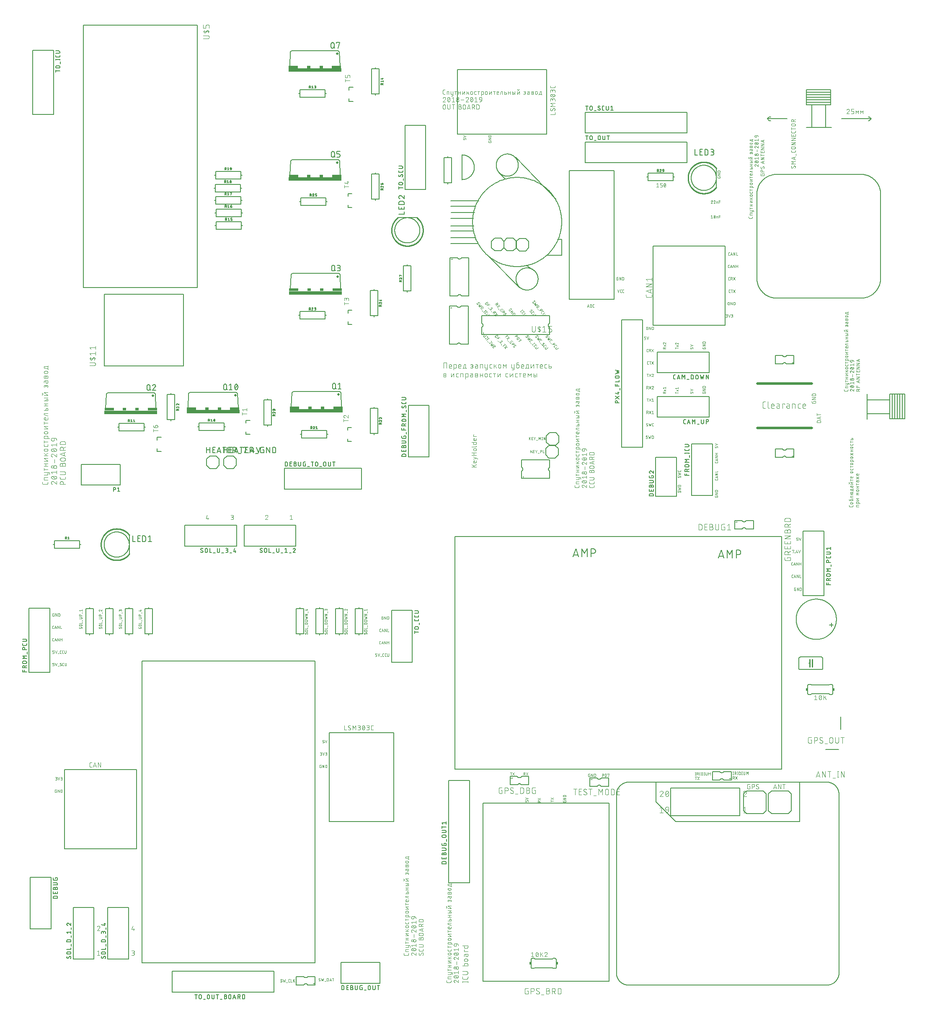
<source format=gbr>
G04 EAGLE Gerber RS-274X export*
G75*
%MOMM*%
%FSLAX34Y34*%
%LPD*%
%INSilkscreen Top*%
%IPPOS*%
%AMOC8*
5,1,8,0,0,1.08239X$1,22.5*%
G01*
%ADD10C,0.076200*%
%ADD11C,0.050800*%
%ADD12C,0.152400*%
%ADD13C,0.101600*%
%ADD14C,0.500000*%
%ADD15C,0.203200*%
%ADD16C,0.177800*%
%ADD17C,0.127000*%
%ADD18C,0.254000*%
%ADD19C,0.025400*%
%ADD20R,0.381000X0.508000*%
%ADD21C,0.200000*%
%ADD22C,0.508000*%
%ADD23R,10.668000X0.762000*%
%ADD24R,1.905000X0.508000*%
%ADD25R,0.762000X0.508000*%


D10*
X670381Y564619D02*
X670381Y555381D01*
X674487Y555381D01*
X680643Y555381D02*
X680733Y555383D01*
X680822Y555389D01*
X680911Y555399D01*
X680999Y555412D01*
X681087Y555430D01*
X681174Y555451D01*
X681260Y555476D01*
X681345Y555505D01*
X681429Y555537D01*
X681511Y555573D01*
X681591Y555613D01*
X681670Y555656D01*
X681746Y555703D01*
X681821Y555752D01*
X681893Y555805D01*
X681963Y555861D01*
X682030Y555920D01*
X682095Y555982D01*
X682157Y556047D01*
X682216Y556114D01*
X682272Y556184D01*
X682325Y556256D01*
X682374Y556331D01*
X682421Y556408D01*
X682464Y556486D01*
X682504Y556566D01*
X682540Y556648D01*
X682572Y556732D01*
X682601Y556817D01*
X682626Y556903D01*
X682647Y556990D01*
X682665Y557078D01*
X682678Y557166D01*
X682688Y557255D01*
X682694Y557344D01*
X682696Y557434D01*
X680643Y555381D02*
X680516Y555383D01*
X680389Y555388D01*
X680263Y555398D01*
X680137Y555411D01*
X680011Y555427D01*
X679886Y555448D01*
X679761Y555472D01*
X679638Y555499D01*
X679515Y555530D01*
X679393Y555565D01*
X679272Y555603D01*
X679152Y555645D01*
X679034Y555691D01*
X678917Y555739D01*
X678801Y555792D01*
X678687Y555847D01*
X678575Y555906D01*
X678464Y555968D01*
X678355Y556033D01*
X678249Y556102D01*
X678144Y556173D01*
X678041Y556248D01*
X677941Y556326D01*
X677843Y556406D01*
X677747Y556489D01*
X677654Y556575D01*
X677563Y556664D01*
X677820Y562566D02*
X677822Y562656D01*
X677828Y562745D01*
X677838Y562834D01*
X677851Y562923D01*
X677869Y563010D01*
X677890Y563097D01*
X677915Y563183D01*
X677944Y563268D01*
X677976Y563352D01*
X678012Y563434D01*
X678052Y563514D01*
X678095Y563593D01*
X678142Y563669D01*
X678191Y563744D01*
X678244Y563816D01*
X678300Y563886D01*
X678359Y563953D01*
X678421Y564018D01*
X678486Y564080D01*
X678553Y564139D01*
X678623Y564195D01*
X678695Y564248D01*
X678770Y564297D01*
X678847Y564344D01*
X678925Y564387D01*
X679005Y564427D01*
X679087Y564463D01*
X679171Y564495D01*
X679256Y564524D01*
X679342Y564549D01*
X679429Y564570D01*
X679517Y564588D01*
X679605Y564601D01*
X679694Y564611D01*
X679783Y564617D01*
X679873Y564619D01*
X679997Y564617D01*
X680121Y564611D01*
X680244Y564601D01*
X680367Y564587D01*
X680490Y564569D01*
X680611Y564547D01*
X680733Y564522D01*
X680853Y564492D01*
X680972Y564459D01*
X681090Y564421D01*
X681207Y564380D01*
X681322Y564336D01*
X681436Y564287D01*
X681549Y564235D01*
X681659Y564179D01*
X681768Y564120D01*
X681875Y564057D01*
X681980Y563991D01*
X682082Y563922D01*
X682182Y563849D01*
X678846Y560770D02*
X678770Y560817D01*
X678695Y560868D01*
X678623Y560922D01*
X678553Y560979D01*
X678486Y561039D01*
X678421Y561102D01*
X678359Y561167D01*
X678300Y561235D01*
X678244Y561306D01*
X678191Y561379D01*
X678141Y561454D01*
X678095Y561532D01*
X678052Y561611D01*
X678012Y561692D01*
X677976Y561775D01*
X677944Y561859D01*
X677915Y561944D01*
X677890Y562031D01*
X677869Y562119D01*
X677851Y562207D01*
X677838Y562296D01*
X677828Y562386D01*
X677822Y562476D01*
X677820Y562566D01*
X681669Y559230D02*
X681746Y559183D01*
X681821Y559132D01*
X681893Y559078D01*
X681963Y559021D01*
X682030Y558961D01*
X682095Y558898D01*
X682157Y558833D01*
X682216Y558765D01*
X682272Y558694D01*
X682325Y558621D01*
X682375Y558546D01*
X682421Y558468D01*
X682464Y558389D01*
X682504Y558308D01*
X682540Y558225D01*
X682572Y558141D01*
X682601Y558056D01*
X682626Y557969D01*
X682647Y557882D01*
X682665Y557793D01*
X682678Y557704D01*
X682688Y557614D01*
X682694Y557524D01*
X682696Y557434D01*
X681669Y559230D02*
X678847Y560770D01*
X686650Y564619D02*
X686650Y555381D01*
X689730Y559487D02*
X686650Y564619D01*
X689730Y559487D02*
X692809Y564619D01*
X692809Y555381D01*
X697064Y555381D02*
X699630Y555381D01*
X699729Y555383D01*
X699829Y555389D01*
X699928Y555398D01*
X700026Y555412D01*
X700124Y555429D01*
X700222Y555450D01*
X700318Y555475D01*
X700413Y555504D01*
X700508Y555536D01*
X700600Y555572D01*
X700692Y555611D01*
X700782Y555654D01*
X700870Y555700D01*
X700956Y555750D01*
X701040Y555803D01*
X701122Y555859D01*
X701202Y555919D01*
X701279Y555981D01*
X701354Y556047D01*
X701427Y556115D01*
X701496Y556186D01*
X701563Y556260D01*
X701627Y556336D01*
X701688Y556415D01*
X701746Y556496D01*
X701801Y556579D01*
X701852Y556664D01*
X701900Y556751D01*
X701945Y556840D01*
X701986Y556931D01*
X702024Y557023D01*
X702058Y557116D01*
X702088Y557211D01*
X702115Y557307D01*
X702138Y557404D01*
X702157Y557501D01*
X702172Y557600D01*
X702184Y557699D01*
X702192Y557798D01*
X702196Y557897D01*
X702196Y557997D01*
X702192Y558096D01*
X702184Y558195D01*
X702172Y558294D01*
X702157Y558393D01*
X702138Y558490D01*
X702115Y558587D01*
X702088Y558683D01*
X702058Y558778D01*
X702024Y558871D01*
X701986Y558963D01*
X701945Y559054D01*
X701900Y559143D01*
X701852Y559230D01*
X701801Y559315D01*
X701746Y559398D01*
X701688Y559479D01*
X701627Y559558D01*
X701563Y559634D01*
X701496Y559708D01*
X701427Y559779D01*
X701354Y559847D01*
X701279Y559913D01*
X701202Y559975D01*
X701122Y560035D01*
X701040Y560091D01*
X700956Y560144D01*
X700870Y560194D01*
X700782Y560240D01*
X700692Y560283D01*
X700600Y560322D01*
X700508Y560358D01*
X700413Y560390D01*
X700318Y560419D01*
X700222Y560444D01*
X700124Y560465D01*
X700026Y560482D01*
X699928Y560496D01*
X699829Y560505D01*
X699729Y560511D01*
X699630Y560513D01*
X700143Y564619D02*
X697064Y564619D01*
X700143Y564619D02*
X700233Y564617D01*
X700322Y564611D01*
X700411Y564601D01*
X700499Y564588D01*
X700587Y564570D01*
X700674Y564549D01*
X700760Y564524D01*
X700845Y564495D01*
X700929Y564463D01*
X701011Y564427D01*
X701091Y564387D01*
X701170Y564344D01*
X701246Y564297D01*
X701321Y564248D01*
X701393Y564195D01*
X701463Y564139D01*
X701530Y564080D01*
X701595Y564018D01*
X701657Y563953D01*
X701716Y563886D01*
X701772Y563816D01*
X701825Y563744D01*
X701874Y563669D01*
X701921Y563593D01*
X701964Y563514D01*
X702004Y563434D01*
X702040Y563352D01*
X702072Y563268D01*
X702101Y563183D01*
X702126Y563097D01*
X702147Y563010D01*
X702165Y562922D01*
X702178Y562834D01*
X702188Y562745D01*
X702194Y562656D01*
X702196Y562566D01*
X702194Y562476D01*
X702188Y562387D01*
X702178Y562298D01*
X702165Y562210D01*
X702147Y562122D01*
X702126Y562035D01*
X702101Y561949D01*
X702072Y561864D01*
X702040Y561780D01*
X702004Y561698D01*
X701964Y561618D01*
X701921Y561540D01*
X701874Y561463D01*
X701825Y561388D01*
X701772Y561316D01*
X701716Y561246D01*
X701657Y561179D01*
X701595Y561114D01*
X701530Y561052D01*
X701463Y560993D01*
X701393Y560937D01*
X701321Y560884D01*
X701246Y560835D01*
X701170Y560788D01*
X701091Y560745D01*
X701011Y560705D01*
X700929Y560669D01*
X700845Y560637D01*
X700760Y560608D01*
X700674Y560583D01*
X700587Y560562D01*
X700499Y560544D01*
X700411Y560531D01*
X700322Y560521D01*
X700233Y560515D01*
X700143Y560513D01*
X698090Y560513D01*
X706063Y560000D02*
X706065Y560182D01*
X706072Y560363D01*
X706083Y560545D01*
X706098Y560726D01*
X706117Y560907D01*
X706141Y561087D01*
X706169Y561266D01*
X706201Y561445D01*
X706238Y561623D01*
X706279Y561800D01*
X706324Y561976D01*
X706373Y562151D01*
X706427Y562325D01*
X706484Y562497D01*
X706546Y562668D01*
X706612Y562838D01*
X706681Y563006D01*
X706755Y563172D01*
X706833Y563336D01*
X706834Y563336D02*
X706863Y563415D01*
X706895Y563492D01*
X706931Y563569D01*
X706970Y563643D01*
X707013Y563716D01*
X707059Y563786D01*
X707107Y563855D01*
X707159Y563921D01*
X707214Y563985D01*
X707271Y564047D01*
X707331Y564105D01*
X707394Y564162D01*
X707459Y564215D01*
X707526Y564265D01*
X707596Y564313D01*
X707667Y564357D01*
X707741Y564398D01*
X707816Y564436D01*
X707893Y564470D01*
X707971Y564501D01*
X708050Y564528D01*
X708131Y564552D01*
X708213Y564573D01*
X708295Y564589D01*
X708378Y564602D01*
X708462Y564612D01*
X708546Y564617D01*
X708630Y564619D01*
X708714Y564617D01*
X708798Y564612D01*
X708882Y564602D01*
X708965Y564589D01*
X709047Y564573D01*
X709129Y564552D01*
X709210Y564528D01*
X709289Y564501D01*
X709367Y564470D01*
X709444Y564436D01*
X709519Y564398D01*
X709593Y564357D01*
X709664Y564313D01*
X709734Y564265D01*
X709801Y564215D01*
X709866Y564162D01*
X709929Y564105D01*
X709989Y564046D01*
X710046Y563985D01*
X710101Y563921D01*
X710153Y563855D01*
X710201Y563786D01*
X710247Y563716D01*
X710290Y563643D01*
X710329Y563568D01*
X710365Y563492D01*
X710397Y563415D01*
X710426Y563336D01*
X710504Y563172D01*
X710578Y563006D01*
X710647Y562838D01*
X710713Y562668D01*
X710775Y562497D01*
X710832Y562325D01*
X710886Y562151D01*
X710935Y561976D01*
X710980Y561800D01*
X711021Y561623D01*
X711058Y561445D01*
X711090Y561266D01*
X711118Y561087D01*
X711142Y560907D01*
X711161Y560726D01*
X711176Y560545D01*
X711187Y560363D01*
X711194Y560182D01*
X711196Y560000D01*
X706064Y560000D02*
X706066Y559818D01*
X706073Y559637D01*
X706084Y559455D01*
X706099Y559274D01*
X706118Y559093D01*
X706142Y558913D01*
X706170Y558734D01*
X706202Y558555D01*
X706239Y558377D01*
X706280Y558200D01*
X706325Y558024D01*
X706374Y557849D01*
X706428Y557675D01*
X706485Y557503D01*
X706547Y557332D01*
X706613Y557162D01*
X706682Y556995D01*
X706756Y556828D01*
X706834Y556664D01*
X706863Y556585D01*
X706895Y556508D01*
X706931Y556431D01*
X706970Y556357D01*
X707013Y556284D01*
X707059Y556214D01*
X707107Y556145D01*
X707159Y556079D01*
X707214Y556015D01*
X707271Y555953D01*
X707331Y555895D01*
X707394Y555838D01*
X707459Y555785D01*
X707526Y555735D01*
X707596Y555687D01*
X707667Y555643D01*
X707741Y555602D01*
X707816Y555564D01*
X707893Y555530D01*
X707971Y555499D01*
X708050Y555472D01*
X708131Y555448D01*
X708213Y555427D01*
X708295Y555411D01*
X708378Y555398D01*
X708462Y555388D01*
X708546Y555383D01*
X708630Y555381D01*
X710426Y556664D02*
X710504Y556828D01*
X710578Y556994D01*
X710647Y557162D01*
X710713Y557332D01*
X710775Y557503D01*
X710832Y557675D01*
X710886Y557849D01*
X710935Y558024D01*
X710980Y558200D01*
X711021Y558377D01*
X711058Y558555D01*
X711090Y558734D01*
X711118Y558913D01*
X711142Y559093D01*
X711161Y559274D01*
X711176Y559455D01*
X711187Y559637D01*
X711194Y559818D01*
X711196Y560000D01*
X710426Y556664D02*
X710397Y556585D01*
X710365Y556508D01*
X710329Y556431D01*
X710290Y556357D01*
X710247Y556284D01*
X710201Y556214D01*
X710153Y556145D01*
X710101Y556079D01*
X710046Y556015D01*
X709989Y555953D01*
X709929Y555895D01*
X709866Y555838D01*
X709801Y555785D01*
X709734Y555735D01*
X709664Y555687D01*
X709593Y555643D01*
X709519Y555602D01*
X709444Y555564D01*
X709367Y555530D01*
X709289Y555499D01*
X709210Y555472D01*
X709129Y555448D01*
X709047Y555427D01*
X708965Y555411D01*
X708882Y555398D01*
X708798Y555388D01*
X708714Y555383D01*
X708630Y555381D01*
X706577Y557434D02*
X710683Y562566D01*
X715063Y555381D02*
X717630Y555381D01*
X717729Y555383D01*
X717829Y555389D01*
X717928Y555398D01*
X718026Y555412D01*
X718124Y555429D01*
X718222Y555450D01*
X718318Y555475D01*
X718413Y555504D01*
X718508Y555536D01*
X718600Y555572D01*
X718692Y555611D01*
X718782Y555654D01*
X718870Y555700D01*
X718956Y555750D01*
X719040Y555803D01*
X719122Y555859D01*
X719202Y555919D01*
X719279Y555981D01*
X719354Y556047D01*
X719427Y556115D01*
X719496Y556186D01*
X719563Y556260D01*
X719627Y556336D01*
X719688Y556415D01*
X719746Y556496D01*
X719801Y556579D01*
X719852Y556664D01*
X719900Y556751D01*
X719945Y556840D01*
X719986Y556931D01*
X720024Y557023D01*
X720058Y557116D01*
X720088Y557211D01*
X720115Y557307D01*
X720138Y557404D01*
X720157Y557501D01*
X720172Y557600D01*
X720184Y557699D01*
X720192Y557798D01*
X720196Y557897D01*
X720196Y557997D01*
X720192Y558096D01*
X720184Y558195D01*
X720172Y558294D01*
X720157Y558393D01*
X720138Y558490D01*
X720115Y558587D01*
X720088Y558683D01*
X720058Y558778D01*
X720024Y558871D01*
X719986Y558963D01*
X719945Y559054D01*
X719900Y559143D01*
X719852Y559230D01*
X719801Y559315D01*
X719746Y559398D01*
X719688Y559479D01*
X719627Y559558D01*
X719563Y559634D01*
X719496Y559708D01*
X719427Y559779D01*
X719354Y559847D01*
X719279Y559913D01*
X719202Y559975D01*
X719122Y560035D01*
X719040Y560091D01*
X718956Y560144D01*
X718870Y560194D01*
X718782Y560240D01*
X718692Y560283D01*
X718600Y560322D01*
X718508Y560358D01*
X718413Y560390D01*
X718318Y560419D01*
X718222Y560444D01*
X718124Y560465D01*
X718026Y560482D01*
X717928Y560496D01*
X717829Y560505D01*
X717729Y560511D01*
X717630Y560513D01*
X718143Y564619D02*
X715063Y564619D01*
X718143Y564619D02*
X718233Y564617D01*
X718322Y564611D01*
X718411Y564601D01*
X718499Y564588D01*
X718587Y564570D01*
X718674Y564549D01*
X718760Y564524D01*
X718845Y564495D01*
X718929Y564463D01*
X719011Y564427D01*
X719091Y564387D01*
X719170Y564344D01*
X719246Y564297D01*
X719321Y564248D01*
X719393Y564195D01*
X719463Y564139D01*
X719530Y564080D01*
X719595Y564018D01*
X719657Y563953D01*
X719716Y563886D01*
X719772Y563816D01*
X719825Y563744D01*
X719874Y563669D01*
X719921Y563593D01*
X719964Y563514D01*
X720004Y563434D01*
X720040Y563352D01*
X720072Y563268D01*
X720101Y563183D01*
X720126Y563097D01*
X720147Y563010D01*
X720165Y562922D01*
X720178Y562834D01*
X720188Y562745D01*
X720194Y562656D01*
X720196Y562566D01*
X720194Y562476D01*
X720188Y562387D01*
X720178Y562298D01*
X720165Y562210D01*
X720147Y562122D01*
X720126Y562035D01*
X720101Y561949D01*
X720072Y561864D01*
X720040Y561780D01*
X720004Y561698D01*
X719964Y561618D01*
X719921Y561540D01*
X719874Y561463D01*
X719825Y561388D01*
X719772Y561316D01*
X719716Y561246D01*
X719657Y561179D01*
X719595Y561114D01*
X719530Y561052D01*
X719463Y560993D01*
X719393Y560937D01*
X719321Y560884D01*
X719246Y560835D01*
X719170Y560788D01*
X719091Y560745D01*
X719011Y560705D01*
X718929Y560669D01*
X718845Y560637D01*
X718760Y560608D01*
X718674Y560583D01*
X718587Y560562D01*
X718499Y560544D01*
X718411Y560531D01*
X718322Y560521D01*
X718233Y560515D01*
X718143Y560513D01*
X716090Y560513D01*
X726091Y555381D02*
X728144Y555381D01*
X726091Y555381D02*
X726001Y555383D01*
X725912Y555389D01*
X725823Y555399D01*
X725735Y555412D01*
X725647Y555430D01*
X725560Y555451D01*
X725474Y555476D01*
X725389Y555505D01*
X725305Y555537D01*
X725223Y555573D01*
X725143Y555613D01*
X725065Y555656D01*
X724988Y555703D01*
X724913Y555752D01*
X724841Y555805D01*
X724771Y555861D01*
X724704Y555920D01*
X724639Y555982D01*
X724577Y556047D01*
X724518Y556114D01*
X724462Y556184D01*
X724409Y556256D01*
X724360Y556331D01*
X724313Y556408D01*
X724270Y556486D01*
X724230Y556566D01*
X724194Y556648D01*
X724162Y556732D01*
X724133Y556817D01*
X724108Y556903D01*
X724087Y556990D01*
X724069Y557078D01*
X724056Y557166D01*
X724046Y557255D01*
X724040Y557344D01*
X724038Y557434D01*
X724038Y562566D01*
X724040Y562656D01*
X724046Y562745D01*
X724056Y562834D01*
X724069Y562922D01*
X724087Y563010D01*
X724108Y563097D01*
X724133Y563183D01*
X724162Y563268D01*
X724194Y563352D01*
X724230Y563434D01*
X724270Y563514D01*
X724313Y563592D01*
X724360Y563669D01*
X724409Y563744D01*
X724462Y563816D01*
X724518Y563886D01*
X724577Y563953D01*
X724639Y564018D01*
X724704Y564080D01*
X724771Y564139D01*
X724841Y564195D01*
X724913Y564248D01*
X724988Y564297D01*
X725064Y564344D01*
X725143Y564387D01*
X725223Y564427D01*
X725305Y564463D01*
X725389Y564495D01*
X725474Y564524D01*
X725560Y564549D01*
X725647Y564570D01*
X725734Y564588D01*
X725823Y564601D01*
X725912Y564611D01*
X726001Y564617D01*
X726091Y564619D01*
X728144Y564619D01*
X159487Y480381D02*
X157434Y480381D01*
X157344Y480383D01*
X157255Y480389D01*
X157166Y480399D01*
X157078Y480412D01*
X156990Y480430D01*
X156903Y480451D01*
X156817Y480476D01*
X156732Y480505D01*
X156648Y480537D01*
X156566Y480573D01*
X156486Y480613D01*
X156408Y480656D01*
X156331Y480703D01*
X156256Y480752D01*
X156184Y480805D01*
X156114Y480861D01*
X156047Y480920D01*
X155982Y480982D01*
X155920Y481047D01*
X155861Y481114D01*
X155805Y481184D01*
X155752Y481256D01*
X155703Y481331D01*
X155656Y481408D01*
X155613Y481486D01*
X155573Y481566D01*
X155537Y481648D01*
X155505Y481732D01*
X155476Y481817D01*
X155451Y481903D01*
X155430Y481990D01*
X155412Y482078D01*
X155399Y482166D01*
X155389Y482255D01*
X155383Y482344D01*
X155381Y482434D01*
X155381Y487566D01*
X155383Y487656D01*
X155389Y487745D01*
X155399Y487834D01*
X155412Y487922D01*
X155430Y488010D01*
X155451Y488097D01*
X155476Y488183D01*
X155505Y488268D01*
X155537Y488352D01*
X155573Y488434D01*
X155613Y488514D01*
X155656Y488592D01*
X155703Y488669D01*
X155752Y488744D01*
X155805Y488816D01*
X155861Y488886D01*
X155920Y488953D01*
X155982Y489018D01*
X156047Y489080D01*
X156114Y489139D01*
X156184Y489195D01*
X156256Y489248D01*
X156331Y489297D01*
X156407Y489344D01*
X156486Y489387D01*
X156566Y489427D01*
X156648Y489463D01*
X156732Y489495D01*
X156817Y489524D01*
X156903Y489549D01*
X156990Y489570D01*
X157077Y489588D01*
X157166Y489601D01*
X157255Y489611D01*
X157344Y489617D01*
X157434Y489619D01*
X159487Y489619D01*
X165473Y489619D02*
X162393Y480381D01*
X168552Y480381D02*
X165473Y489619D01*
X167782Y482691D02*
X163163Y482691D01*
X172206Y480381D02*
X172206Y489619D01*
X177339Y480381D01*
X177339Y489619D01*
X799619Y104487D02*
X799619Y102434D01*
X799617Y102344D01*
X799611Y102255D01*
X799601Y102166D01*
X799588Y102078D01*
X799570Y101990D01*
X799549Y101903D01*
X799524Y101817D01*
X799495Y101732D01*
X799463Y101648D01*
X799427Y101566D01*
X799387Y101486D01*
X799344Y101408D01*
X799297Y101331D01*
X799248Y101256D01*
X799195Y101184D01*
X799139Y101114D01*
X799080Y101047D01*
X799018Y100982D01*
X798953Y100920D01*
X798886Y100861D01*
X798816Y100805D01*
X798744Y100752D01*
X798669Y100703D01*
X798593Y100656D01*
X798514Y100613D01*
X798434Y100573D01*
X798352Y100537D01*
X798268Y100505D01*
X798183Y100476D01*
X798097Y100451D01*
X798010Y100430D01*
X797922Y100412D01*
X797834Y100399D01*
X797745Y100389D01*
X797656Y100383D01*
X797566Y100381D01*
X792434Y100381D01*
X792344Y100383D01*
X792255Y100389D01*
X792166Y100399D01*
X792078Y100412D01*
X791990Y100430D01*
X791903Y100451D01*
X791817Y100476D01*
X791732Y100505D01*
X791648Y100537D01*
X791566Y100573D01*
X791486Y100613D01*
X791408Y100656D01*
X791331Y100703D01*
X791256Y100752D01*
X791184Y100805D01*
X791114Y100861D01*
X791047Y100920D01*
X790982Y100982D01*
X790920Y101047D01*
X790861Y101114D01*
X790805Y101184D01*
X790752Y101256D01*
X790703Y101331D01*
X790656Y101407D01*
X790613Y101486D01*
X790573Y101566D01*
X790537Y101648D01*
X790505Y101732D01*
X790476Y101817D01*
X790451Y101903D01*
X790430Y101990D01*
X790412Y102077D01*
X790399Y102166D01*
X790389Y102255D01*
X790383Y102344D01*
X790381Y102434D01*
X790381Y104487D01*
X793460Y108120D02*
X799619Y108120D01*
X793460Y108120D02*
X793460Y112225D01*
X799619Y112225D01*
X798079Y116174D02*
X793460Y116174D01*
X798079Y116174D02*
X798155Y116176D01*
X798230Y116181D01*
X798305Y116191D01*
X798379Y116204D01*
X798453Y116220D01*
X798526Y116240D01*
X798598Y116264D01*
X798668Y116291D01*
X798737Y116322D01*
X798805Y116356D01*
X798871Y116393D01*
X798935Y116434D01*
X798996Y116477D01*
X799056Y116524D01*
X799113Y116573D01*
X799168Y116625D01*
X799220Y116680D01*
X799269Y116737D01*
X799316Y116797D01*
X799359Y116858D01*
X799400Y116922D01*
X799437Y116988D01*
X799471Y117056D01*
X799502Y117125D01*
X799529Y117195D01*
X799553Y117267D01*
X799573Y117340D01*
X799589Y117414D01*
X799602Y117488D01*
X799612Y117563D01*
X799617Y117638D01*
X799619Y117714D01*
X799619Y120280D01*
X801159Y120280D02*
X793460Y120280D01*
X801159Y120281D02*
X801235Y120279D01*
X801310Y120274D01*
X801385Y120264D01*
X801459Y120251D01*
X801533Y120235D01*
X801606Y120215D01*
X801678Y120191D01*
X801748Y120164D01*
X801817Y120133D01*
X801885Y120099D01*
X801951Y120062D01*
X802015Y120021D01*
X802076Y119978D01*
X802136Y119931D01*
X802193Y119882D01*
X802248Y119830D01*
X802300Y119775D01*
X802349Y119718D01*
X802396Y119658D01*
X802439Y119597D01*
X802480Y119533D01*
X802517Y119467D01*
X802551Y119399D01*
X802582Y119330D01*
X802609Y119260D01*
X802633Y119188D01*
X802653Y119115D01*
X802669Y119041D01*
X802682Y118967D01*
X802692Y118892D01*
X802697Y118817D01*
X802699Y118741D01*
X802698Y118741D02*
X802698Y116688D01*
X793460Y123720D02*
X793460Y127825D01*
X793460Y125773D02*
X799619Y125773D01*
X799619Y131220D02*
X793460Y131220D01*
X796540Y131220D02*
X796540Y135325D01*
X799619Y135325D02*
X793460Y135325D01*
X793460Y139663D02*
X799619Y139663D01*
X793460Y144282D01*
X799619Y144282D01*
X799619Y148724D02*
X793460Y148724D01*
X796026Y150520D02*
X799619Y152830D01*
X797823Y148724D02*
X793460Y152830D01*
X795513Y156120D02*
X797566Y156120D01*
X795513Y156120D02*
X795423Y156122D01*
X795334Y156128D01*
X795245Y156138D01*
X795157Y156151D01*
X795069Y156169D01*
X794982Y156190D01*
X794896Y156215D01*
X794811Y156244D01*
X794727Y156276D01*
X794645Y156312D01*
X794565Y156352D01*
X794487Y156395D01*
X794410Y156442D01*
X794335Y156491D01*
X794263Y156544D01*
X794193Y156600D01*
X794126Y156659D01*
X794061Y156721D01*
X793999Y156786D01*
X793940Y156853D01*
X793884Y156923D01*
X793831Y156995D01*
X793782Y157070D01*
X793735Y157147D01*
X793692Y157225D01*
X793652Y157305D01*
X793616Y157387D01*
X793584Y157471D01*
X793555Y157556D01*
X793530Y157642D01*
X793509Y157729D01*
X793491Y157817D01*
X793478Y157905D01*
X793468Y157994D01*
X793462Y158083D01*
X793460Y158173D01*
X793462Y158263D01*
X793468Y158352D01*
X793478Y158441D01*
X793491Y158529D01*
X793509Y158617D01*
X793530Y158704D01*
X793555Y158790D01*
X793584Y158875D01*
X793616Y158959D01*
X793652Y159041D01*
X793692Y159121D01*
X793735Y159200D01*
X793782Y159276D01*
X793831Y159351D01*
X793884Y159423D01*
X793940Y159493D01*
X793999Y159560D01*
X794061Y159625D01*
X794126Y159687D01*
X794193Y159746D01*
X794263Y159802D01*
X794335Y159855D01*
X794410Y159904D01*
X794487Y159951D01*
X794565Y159994D01*
X794645Y160034D01*
X794727Y160070D01*
X794811Y160102D01*
X794896Y160131D01*
X794982Y160156D01*
X795069Y160177D01*
X795157Y160195D01*
X795245Y160208D01*
X795334Y160218D01*
X795423Y160224D01*
X795513Y160226D01*
X795513Y160225D02*
X797566Y160225D01*
X797566Y160226D02*
X797656Y160224D01*
X797745Y160218D01*
X797834Y160208D01*
X797922Y160195D01*
X798010Y160177D01*
X798097Y160156D01*
X798183Y160131D01*
X798268Y160102D01*
X798352Y160070D01*
X798434Y160034D01*
X798514Y159994D01*
X798593Y159951D01*
X798669Y159904D01*
X798744Y159855D01*
X798816Y159802D01*
X798886Y159746D01*
X798953Y159687D01*
X799018Y159625D01*
X799080Y159560D01*
X799139Y159493D01*
X799195Y159423D01*
X799248Y159351D01*
X799297Y159276D01*
X799344Y159200D01*
X799387Y159121D01*
X799427Y159041D01*
X799463Y158959D01*
X799495Y158875D01*
X799524Y158790D01*
X799549Y158704D01*
X799570Y158617D01*
X799588Y158529D01*
X799601Y158441D01*
X799611Y158352D01*
X799617Y158263D01*
X799619Y158173D01*
X799617Y158083D01*
X799611Y157994D01*
X799601Y157905D01*
X799588Y157817D01*
X799570Y157729D01*
X799549Y157642D01*
X799524Y157556D01*
X799495Y157471D01*
X799463Y157387D01*
X799427Y157305D01*
X799387Y157225D01*
X799344Y157147D01*
X799297Y157070D01*
X799248Y156995D01*
X799195Y156923D01*
X799139Y156853D01*
X799080Y156786D01*
X799018Y156721D01*
X798953Y156659D01*
X798886Y156600D01*
X798816Y156544D01*
X798744Y156491D01*
X798669Y156442D01*
X798593Y156395D01*
X798514Y156352D01*
X798434Y156312D01*
X798352Y156276D01*
X798268Y156244D01*
X798183Y156215D01*
X798097Y156190D01*
X798010Y156169D01*
X797922Y156151D01*
X797834Y156138D01*
X797745Y156128D01*
X797656Y156122D01*
X797566Y156120D01*
X799619Y165470D02*
X799619Y167522D01*
X799619Y165470D02*
X799617Y165392D01*
X799611Y165314D01*
X799601Y165237D01*
X799587Y165160D01*
X799570Y165084D01*
X799548Y165009D01*
X799523Y164935D01*
X799494Y164863D01*
X799462Y164792D01*
X799425Y164723D01*
X799386Y164655D01*
X799343Y164590D01*
X799297Y164527D01*
X799247Y164467D01*
X799195Y164409D01*
X799140Y164354D01*
X799082Y164302D01*
X799022Y164252D01*
X798959Y164206D01*
X798894Y164163D01*
X798826Y164124D01*
X798757Y164087D01*
X798686Y164055D01*
X798614Y164026D01*
X798540Y164001D01*
X798465Y163979D01*
X798389Y163962D01*
X798312Y163948D01*
X798235Y163938D01*
X798157Y163932D01*
X798079Y163930D01*
X795000Y163930D01*
X794924Y163932D01*
X794849Y163937D01*
X794774Y163947D01*
X794700Y163960D01*
X794626Y163976D01*
X794553Y163996D01*
X794481Y164020D01*
X794411Y164047D01*
X794342Y164078D01*
X794274Y164112D01*
X794208Y164149D01*
X794144Y164190D01*
X794083Y164233D01*
X794023Y164280D01*
X793966Y164329D01*
X793911Y164381D01*
X793859Y164436D01*
X793810Y164493D01*
X793763Y164553D01*
X793720Y164614D01*
X793679Y164678D01*
X793642Y164744D01*
X793608Y164812D01*
X793577Y164881D01*
X793550Y164951D01*
X793526Y165023D01*
X793506Y165096D01*
X793490Y165170D01*
X793477Y165244D01*
X793467Y165319D01*
X793462Y165394D01*
X793460Y165470D01*
X793460Y167522D01*
X793460Y170220D02*
X793460Y174325D01*
X793460Y172273D02*
X799619Y172273D01*
X802698Y177765D02*
X793460Y177765D01*
X793460Y180331D01*
X793462Y180407D01*
X793467Y180482D01*
X793477Y180557D01*
X793490Y180631D01*
X793506Y180705D01*
X793526Y180778D01*
X793550Y180850D01*
X793577Y180920D01*
X793608Y180989D01*
X793642Y181057D01*
X793679Y181123D01*
X793720Y181187D01*
X793763Y181248D01*
X793810Y181308D01*
X793859Y181365D01*
X793911Y181420D01*
X793966Y181472D01*
X794023Y181521D01*
X794083Y181568D01*
X794144Y181611D01*
X794208Y181652D01*
X794274Y181689D01*
X794342Y181723D01*
X794411Y181754D01*
X794481Y181781D01*
X794553Y181805D01*
X794626Y181825D01*
X794700Y181841D01*
X794774Y181854D01*
X794849Y181864D01*
X794924Y181869D01*
X795000Y181871D01*
X798079Y181871D01*
X798155Y181869D01*
X798230Y181864D01*
X798305Y181854D01*
X798379Y181841D01*
X798453Y181825D01*
X798526Y181805D01*
X798598Y181781D01*
X798668Y181754D01*
X798737Y181723D01*
X798805Y181689D01*
X798871Y181652D01*
X798935Y181611D01*
X798996Y181568D01*
X799056Y181521D01*
X799113Y181472D01*
X799168Y181420D01*
X799220Y181365D01*
X799269Y181308D01*
X799316Y181248D01*
X799359Y181187D01*
X799400Y181123D01*
X799437Y181057D01*
X799471Y180989D01*
X799502Y180920D01*
X799529Y180850D01*
X799553Y180778D01*
X799573Y180705D01*
X799589Y180631D01*
X799602Y180557D01*
X799612Y180482D01*
X799617Y180407D01*
X799619Y180331D01*
X799619Y177765D01*
X797566Y185520D02*
X795513Y185520D01*
X795513Y185519D02*
X795423Y185521D01*
X795334Y185527D01*
X795245Y185537D01*
X795157Y185550D01*
X795069Y185568D01*
X794982Y185589D01*
X794896Y185614D01*
X794811Y185643D01*
X794727Y185675D01*
X794645Y185711D01*
X794565Y185751D01*
X794487Y185794D01*
X794410Y185841D01*
X794335Y185890D01*
X794263Y185943D01*
X794193Y185999D01*
X794126Y186058D01*
X794061Y186120D01*
X793999Y186185D01*
X793940Y186252D01*
X793884Y186322D01*
X793831Y186394D01*
X793782Y186469D01*
X793735Y186546D01*
X793692Y186624D01*
X793652Y186704D01*
X793616Y186786D01*
X793584Y186870D01*
X793555Y186955D01*
X793530Y187041D01*
X793509Y187128D01*
X793491Y187216D01*
X793478Y187304D01*
X793468Y187393D01*
X793462Y187482D01*
X793460Y187572D01*
X793462Y187662D01*
X793468Y187751D01*
X793478Y187840D01*
X793491Y187928D01*
X793509Y188016D01*
X793530Y188103D01*
X793555Y188189D01*
X793584Y188274D01*
X793616Y188358D01*
X793652Y188440D01*
X793692Y188520D01*
X793735Y188599D01*
X793782Y188675D01*
X793831Y188750D01*
X793884Y188822D01*
X793940Y188892D01*
X793999Y188959D01*
X794061Y189024D01*
X794126Y189086D01*
X794193Y189145D01*
X794263Y189201D01*
X794335Y189254D01*
X794410Y189303D01*
X794487Y189350D01*
X794565Y189393D01*
X794645Y189433D01*
X794727Y189469D01*
X794811Y189501D01*
X794896Y189530D01*
X794982Y189555D01*
X795069Y189576D01*
X795157Y189594D01*
X795245Y189607D01*
X795334Y189617D01*
X795423Y189623D01*
X795513Y189625D01*
X797566Y189625D01*
X797656Y189623D01*
X797745Y189617D01*
X797834Y189607D01*
X797922Y189594D01*
X798010Y189576D01*
X798097Y189555D01*
X798183Y189530D01*
X798268Y189501D01*
X798352Y189469D01*
X798434Y189433D01*
X798514Y189393D01*
X798593Y189350D01*
X798669Y189303D01*
X798744Y189254D01*
X798816Y189201D01*
X798886Y189145D01*
X798953Y189086D01*
X799018Y189024D01*
X799080Y188959D01*
X799139Y188892D01*
X799195Y188822D01*
X799248Y188750D01*
X799297Y188675D01*
X799344Y188599D01*
X799387Y188520D01*
X799427Y188440D01*
X799463Y188358D01*
X799495Y188274D01*
X799524Y188189D01*
X799549Y188103D01*
X799570Y188016D01*
X799588Y187928D01*
X799601Y187840D01*
X799611Y187751D01*
X799617Y187662D01*
X799619Y187572D01*
X799617Y187482D01*
X799611Y187393D01*
X799601Y187304D01*
X799588Y187216D01*
X799570Y187128D01*
X799549Y187041D01*
X799524Y186955D01*
X799495Y186870D01*
X799463Y186786D01*
X799427Y186704D01*
X799387Y186624D01*
X799344Y186546D01*
X799297Y186469D01*
X799248Y186394D01*
X799195Y186322D01*
X799139Y186252D01*
X799080Y186185D01*
X799018Y186120D01*
X798953Y186058D01*
X798886Y185999D01*
X798816Y185943D01*
X798744Y185890D01*
X798669Y185841D01*
X798593Y185794D01*
X798514Y185751D01*
X798434Y185711D01*
X798352Y185675D01*
X798268Y185643D01*
X798183Y185614D01*
X798097Y185589D01*
X798010Y185568D01*
X797922Y185550D01*
X797834Y185537D01*
X797745Y185527D01*
X797656Y185521D01*
X797566Y185519D01*
X799619Y193663D02*
X793460Y193663D01*
X793460Y198282D02*
X799619Y193663D01*
X799619Y198282D02*
X793460Y198282D01*
X793460Y201720D02*
X793460Y205825D01*
X793460Y203772D02*
X799619Y203772D01*
X799619Y210459D02*
X799619Y213025D01*
X799619Y210459D02*
X799617Y210381D01*
X799611Y210303D01*
X799601Y210226D01*
X799587Y210149D01*
X799570Y210073D01*
X799548Y209998D01*
X799523Y209924D01*
X799494Y209852D01*
X799462Y209781D01*
X799425Y209712D01*
X799386Y209644D01*
X799343Y209579D01*
X799297Y209516D01*
X799247Y209456D01*
X799195Y209398D01*
X799140Y209343D01*
X799082Y209291D01*
X799022Y209241D01*
X798959Y209195D01*
X798894Y209152D01*
X798826Y209113D01*
X798757Y209076D01*
X798686Y209044D01*
X798614Y209015D01*
X798540Y208990D01*
X798465Y208968D01*
X798389Y208951D01*
X798312Y208937D01*
X798235Y208927D01*
X798157Y208921D01*
X798079Y208919D01*
X798079Y208920D02*
X795513Y208920D01*
X795513Y208919D02*
X795423Y208921D01*
X795334Y208927D01*
X795245Y208937D01*
X795157Y208950D01*
X795069Y208968D01*
X794982Y208989D01*
X794896Y209014D01*
X794811Y209043D01*
X794727Y209075D01*
X794645Y209111D01*
X794565Y209151D01*
X794487Y209194D01*
X794410Y209241D01*
X794335Y209290D01*
X794263Y209343D01*
X794193Y209399D01*
X794126Y209458D01*
X794061Y209520D01*
X793999Y209585D01*
X793940Y209652D01*
X793884Y209722D01*
X793831Y209794D01*
X793782Y209869D01*
X793735Y209946D01*
X793692Y210024D01*
X793652Y210104D01*
X793616Y210186D01*
X793584Y210270D01*
X793555Y210355D01*
X793530Y210441D01*
X793509Y210528D01*
X793491Y210616D01*
X793478Y210704D01*
X793468Y210793D01*
X793462Y210882D01*
X793460Y210972D01*
X793462Y211062D01*
X793468Y211151D01*
X793478Y211240D01*
X793491Y211328D01*
X793509Y211416D01*
X793530Y211503D01*
X793555Y211589D01*
X793584Y211674D01*
X793616Y211758D01*
X793652Y211840D01*
X793692Y211920D01*
X793735Y211999D01*
X793782Y212075D01*
X793831Y212150D01*
X793884Y212222D01*
X793940Y212292D01*
X793999Y212359D01*
X794061Y212424D01*
X794126Y212486D01*
X794193Y212545D01*
X794263Y212601D01*
X794335Y212654D01*
X794410Y212703D01*
X794487Y212750D01*
X794565Y212793D01*
X794645Y212833D01*
X794727Y212869D01*
X794811Y212901D01*
X794896Y212930D01*
X794982Y212955D01*
X795069Y212976D01*
X795157Y212994D01*
X795245Y213007D01*
X795334Y213017D01*
X795423Y213023D01*
X795513Y213025D01*
X796540Y213025D01*
X796540Y208920D01*
X799619Y215936D02*
X793460Y217989D01*
X793460Y220042D01*
X799619Y220042D01*
X799619Y224624D02*
X793460Y224624D01*
X799619Y224624D02*
X799619Y227190D01*
X799617Y227267D01*
X799611Y227343D01*
X799602Y227420D01*
X799588Y227495D01*
X799571Y227570D01*
X799551Y227644D01*
X799526Y227717D01*
X799498Y227788D01*
X799466Y227858D01*
X799431Y227927D01*
X799393Y227993D01*
X799351Y228058D01*
X799307Y228120D01*
X799259Y228180D01*
X799208Y228237D01*
X799154Y228292D01*
X799098Y228345D01*
X799039Y228394D01*
X798978Y228440D01*
X798915Y228484D01*
X798849Y228524D01*
X798782Y228560D01*
X798712Y228594D01*
X798642Y228624D01*
X798569Y228650D01*
X798496Y228672D01*
X798422Y228691D01*
X798346Y228707D01*
X798270Y228718D01*
X798194Y228726D01*
X798117Y228730D01*
X798041Y228730D01*
X797964Y228726D01*
X797888Y228718D01*
X797812Y228707D01*
X797736Y228691D01*
X797662Y228672D01*
X797589Y228650D01*
X797516Y228624D01*
X797446Y228594D01*
X797376Y228560D01*
X797309Y228524D01*
X797243Y228484D01*
X797180Y228440D01*
X797119Y228394D01*
X797060Y228345D01*
X797004Y228292D01*
X796950Y228237D01*
X796899Y228180D01*
X796851Y228120D01*
X796807Y228058D01*
X796765Y227993D01*
X796727Y227927D01*
X796692Y227858D01*
X796660Y227788D01*
X796632Y227717D01*
X796607Y227644D01*
X796587Y227570D01*
X796570Y227495D01*
X796556Y227420D01*
X796547Y227343D01*
X796541Y227267D01*
X796539Y227190D01*
X796540Y227190D02*
X796540Y224624D01*
X793460Y232320D02*
X799619Y232320D01*
X796540Y232320D02*
X796540Y236425D01*
X799619Y236425D02*
X793460Y236425D01*
X793460Y245939D02*
X799619Y245939D01*
X799619Y240806D02*
X793460Y240806D01*
X799619Y240806D02*
X799619Y242346D01*
X799617Y242423D01*
X799611Y242499D01*
X799602Y242576D01*
X799588Y242651D01*
X799571Y242726D01*
X799551Y242800D01*
X799526Y242873D01*
X799498Y242944D01*
X799466Y243014D01*
X799431Y243083D01*
X799393Y243149D01*
X799351Y243214D01*
X799307Y243276D01*
X799259Y243336D01*
X799208Y243393D01*
X799154Y243448D01*
X799098Y243501D01*
X799039Y243550D01*
X798978Y243596D01*
X798915Y243640D01*
X798849Y243680D01*
X798782Y243716D01*
X798712Y243750D01*
X798642Y243780D01*
X798569Y243806D01*
X798496Y243828D01*
X798422Y243847D01*
X798346Y243863D01*
X798270Y243874D01*
X798194Y243882D01*
X798117Y243886D01*
X798041Y243886D01*
X797964Y243882D01*
X797888Y243874D01*
X797812Y243863D01*
X797736Y243847D01*
X797662Y243828D01*
X797589Y243806D01*
X797516Y243780D01*
X797446Y243750D01*
X797376Y243716D01*
X797309Y243680D01*
X797243Y243640D01*
X797180Y243596D01*
X797119Y243550D01*
X797060Y243501D01*
X797004Y243448D01*
X796950Y243393D01*
X796899Y243336D01*
X796851Y243276D01*
X796807Y243214D01*
X796765Y243149D01*
X796727Y243083D01*
X796692Y243014D01*
X796660Y242944D01*
X796632Y242873D01*
X796607Y242800D01*
X796587Y242726D01*
X796570Y242651D01*
X796556Y242576D01*
X796547Y242499D01*
X796541Y242423D01*
X796539Y242346D01*
X796540Y242346D02*
X796540Y240806D01*
X799619Y250363D02*
X793460Y250363D01*
X793460Y254982D02*
X799619Y250363D01*
X799619Y254982D02*
X793460Y254982D01*
X789611Y254212D02*
X789688Y254210D01*
X789764Y254204D01*
X789841Y254195D01*
X789916Y254181D01*
X789991Y254164D01*
X790065Y254144D01*
X790138Y254119D01*
X790209Y254091D01*
X790279Y254059D01*
X790348Y254024D01*
X790414Y253986D01*
X790479Y253944D01*
X790541Y253900D01*
X790601Y253852D01*
X790658Y253801D01*
X790713Y253747D01*
X790766Y253691D01*
X790815Y253632D01*
X790861Y253571D01*
X790905Y253508D01*
X790945Y253442D01*
X790981Y253375D01*
X791015Y253305D01*
X791045Y253235D01*
X791071Y253162D01*
X791093Y253089D01*
X791112Y253015D01*
X791128Y252939D01*
X791139Y252863D01*
X791147Y252787D01*
X791151Y252710D01*
X791151Y252634D01*
X791147Y252557D01*
X791139Y252481D01*
X791128Y252405D01*
X791112Y252329D01*
X791093Y252255D01*
X791071Y252182D01*
X791045Y252109D01*
X791015Y252039D01*
X790981Y251969D01*
X790945Y251902D01*
X790905Y251836D01*
X790861Y251773D01*
X790815Y251712D01*
X790766Y251653D01*
X790713Y251597D01*
X790658Y251543D01*
X790601Y251492D01*
X790541Y251444D01*
X790479Y251400D01*
X790414Y251358D01*
X790348Y251320D01*
X790279Y251285D01*
X790209Y251253D01*
X790138Y251225D01*
X790065Y251200D01*
X789991Y251180D01*
X789916Y251163D01*
X789841Y251149D01*
X789764Y251140D01*
X789688Y251134D01*
X789611Y251132D01*
X796540Y264449D02*
X796540Y265475D01*
X796538Y265552D01*
X796532Y265628D01*
X796523Y265705D01*
X796509Y265780D01*
X796492Y265855D01*
X796472Y265929D01*
X796447Y266002D01*
X796419Y266073D01*
X796387Y266143D01*
X796352Y266212D01*
X796314Y266278D01*
X796272Y266343D01*
X796228Y266405D01*
X796180Y266465D01*
X796129Y266522D01*
X796075Y266577D01*
X796019Y266630D01*
X795960Y266679D01*
X795899Y266725D01*
X795836Y266769D01*
X795770Y266809D01*
X795703Y266845D01*
X795633Y266879D01*
X795563Y266909D01*
X795490Y266935D01*
X795417Y266957D01*
X795343Y266976D01*
X795267Y266992D01*
X795191Y267003D01*
X795115Y267011D01*
X795038Y267015D01*
X794962Y267015D01*
X794885Y267011D01*
X794809Y267003D01*
X794733Y266992D01*
X794657Y266976D01*
X794583Y266957D01*
X794510Y266935D01*
X794437Y266909D01*
X794367Y266879D01*
X794297Y266845D01*
X794230Y266809D01*
X794164Y266769D01*
X794101Y266725D01*
X794040Y266679D01*
X793981Y266630D01*
X793925Y266577D01*
X793871Y266522D01*
X793820Y266465D01*
X793772Y266405D01*
X793728Y266343D01*
X793686Y266278D01*
X793648Y266212D01*
X793613Y266143D01*
X793581Y266073D01*
X793553Y266002D01*
X793528Y265929D01*
X793508Y265855D01*
X793491Y265780D01*
X793477Y265705D01*
X793468Y265628D01*
X793462Y265552D01*
X793460Y265475D01*
X793461Y265475D02*
X793463Y265349D01*
X793468Y265224D01*
X793477Y265098D01*
X793490Y264973D01*
X793506Y264849D01*
X793526Y264724D01*
X793549Y264601D01*
X793576Y264478D01*
X793607Y264356D01*
X793641Y264235D01*
X793678Y264115D01*
X793719Y263996D01*
X793764Y263879D01*
X793811Y263762D01*
X793862Y263647D01*
X793917Y263534D01*
X793974Y263422D01*
X796539Y265475D02*
X796541Y265552D01*
X796547Y265628D01*
X796556Y265705D01*
X796570Y265780D01*
X796587Y265855D01*
X796607Y265929D01*
X796632Y266002D01*
X796660Y266073D01*
X796692Y266143D01*
X796727Y266212D01*
X796765Y266278D01*
X796807Y266343D01*
X796851Y266405D01*
X796899Y266465D01*
X796950Y266522D01*
X797004Y266577D01*
X797060Y266630D01*
X797119Y266679D01*
X797180Y266725D01*
X797243Y266769D01*
X797309Y266809D01*
X797376Y266845D01*
X797446Y266879D01*
X797516Y266909D01*
X797589Y266935D01*
X797662Y266957D01*
X797736Y266976D01*
X797812Y266992D01*
X797888Y267003D01*
X797964Y267011D01*
X798041Y267015D01*
X798117Y267015D01*
X798194Y267011D01*
X798270Y267003D01*
X798346Y266992D01*
X798422Y266976D01*
X798496Y266957D01*
X798569Y266935D01*
X798642Y266909D01*
X798712Y266879D01*
X798782Y266845D01*
X798849Y266809D01*
X798915Y266769D01*
X798978Y266725D01*
X799039Y266679D01*
X799098Y266630D01*
X799154Y266577D01*
X799208Y266522D01*
X799259Y266465D01*
X799307Y266405D01*
X799351Y266343D01*
X799393Y266278D01*
X799431Y266212D01*
X799466Y266143D01*
X799498Y266073D01*
X799526Y266002D01*
X799551Y265929D01*
X799571Y265855D01*
X799588Y265780D01*
X799602Y265705D01*
X799611Y265628D01*
X799617Y265552D01*
X799619Y265475D01*
X799617Y265349D01*
X799612Y265224D01*
X799603Y265098D01*
X799590Y264973D01*
X799574Y264849D01*
X799554Y264724D01*
X799531Y264601D01*
X799504Y264478D01*
X799473Y264356D01*
X799439Y264235D01*
X799402Y264115D01*
X799361Y263996D01*
X799316Y263879D01*
X799269Y263762D01*
X799218Y263647D01*
X799163Y263534D01*
X799106Y263422D01*
X796026Y272470D02*
X796026Y274780D01*
X796027Y272470D02*
X796029Y272387D01*
X796035Y272304D01*
X796044Y272222D01*
X796058Y272140D01*
X796075Y272059D01*
X796096Y271979D01*
X796120Y271899D01*
X796148Y271821D01*
X796180Y271745D01*
X796215Y271669D01*
X796254Y271596D01*
X796296Y271525D01*
X796341Y271455D01*
X796390Y271388D01*
X796441Y271323D01*
X796496Y271260D01*
X796553Y271200D01*
X796613Y271143D01*
X796676Y271088D01*
X796741Y271037D01*
X796808Y270988D01*
X796878Y270943D01*
X796949Y270901D01*
X797022Y270862D01*
X797098Y270827D01*
X797174Y270795D01*
X797252Y270767D01*
X797332Y270743D01*
X797412Y270722D01*
X797493Y270705D01*
X797575Y270691D01*
X797657Y270682D01*
X797740Y270676D01*
X797823Y270674D01*
X797906Y270676D01*
X797989Y270682D01*
X798071Y270691D01*
X798153Y270705D01*
X798234Y270722D01*
X798314Y270743D01*
X798394Y270767D01*
X798472Y270795D01*
X798548Y270827D01*
X798624Y270862D01*
X798697Y270901D01*
X798768Y270943D01*
X798838Y270988D01*
X798905Y271037D01*
X798970Y271088D01*
X799033Y271143D01*
X799093Y271200D01*
X799150Y271260D01*
X799205Y271323D01*
X799256Y271388D01*
X799305Y271455D01*
X799350Y271525D01*
X799392Y271596D01*
X799431Y271669D01*
X799466Y271745D01*
X799498Y271821D01*
X799526Y271899D01*
X799550Y271979D01*
X799571Y272059D01*
X799588Y272140D01*
X799602Y272222D01*
X799611Y272304D01*
X799617Y272387D01*
X799619Y272470D01*
X799619Y274780D01*
X795000Y274780D01*
X794922Y274778D01*
X794844Y274772D01*
X794767Y274762D01*
X794690Y274748D01*
X794614Y274731D01*
X794539Y274709D01*
X794465Y274684D01*
X794393Y274655D01*
X794322Y274623D01*
X794253Y274586D01*
X794185Y274547D01*
X794120Y274504D01*
X794057Y274458D01*
X793997Y274408D01*
X793939Y274356D01*
X793884Y274301D01*
X793832Y274243D01*
X793782Y274183D01*
X793736Y274120D01*
X793693Y274055D01*
X793654Y273987D01*
X793617Y273918D01*
X793585Y273847D01*
X793556Y273775D01*
X793531Y273701D01*
X793509Y273626D01*
X793492Y273550D01*
X793478Y273473D01*
X793468Y273396D01*
X793462Y273318D01*
X793460Y273240D01*
X793460Y271187D01*
X796540Y279165D02*
X796540Y281731D01*
X796539Y281731D02*
X796541Y281808D01*
X796547Y281884D01*
X796556Y281961D01*
X796570Y282036D01*
X796587Y282111D01*
X796607Y282185D01*
X796632Y282258D01*
X796660Y282329D01*
X796692Y282399D01*
X796727Y282468D01*
X796765Y282534D01*
X796807Y282599D01*
X796851Y282661D01*
X796899Y282721D01*
X796950Y282778D01*
X797004Y282833D01*
X797060Y282886D01*
X797119Y282935D01*
X797180Y282981D01*
X797243Y283025D01*
X797309Y283065D01*
X797376Y283101D01*
X797446Y283135D01*
X797516Y283165D01*
X797589Y283191D01*
X797662Y283213D01*
X797736Y283232D01*
X797812Y283248D01*
X797888Y283259D01*
X797964Y283267D01*
X798041Y283271D01*
X798117Y283271D01*
X798194Y283267D01*
X798270Y283259D01*
X798346Y283248D01*
X798422Y283232D01*
X798496Y283213D01*
X798569Y283191D01*
X798642Y283165D01*
X798712Y283135D01*
X798782Y283101D01*
X798849Y283065D01*
X798915Y283025D01*
X798978Y282981D01*
X799039Y282935D01*
X799098Y282886D01*
X799154Y282833D01*
X799208Y282778D01*
X799259Y282721D01*
X799307Y282661D01*
X799351Y282599D01*
X799393Y282534D01*
X799431Y282468D01*
X799466Y282399D01*
X799498Y282329D01*
X799526Y282258D01*
X799551Y282185D01*
X799571Y282111D01*
X799588Y282036D01*
X799602Y281961D01*
X799611Y281884D01*
X799617Y281808D01*
X799619Y281731D01*
X799619Y279165D01*
X793460Y279165D01*
X793460Y281731D01*
X793462Y281808D01*
X793468Y281884D01*
X793477Y281961D01*
X793491Y282036D01*
X793508Y282111D01*
X793528Y282185D01*
X793553Y282258D01*
X793581Y282329D01*
X793613Y282399D01*
X793648Y282468D01*
X793686Y282534D01*
X793728Y282599D01*
X793772Y282661D01*
X793820Y282721D01*
X793871Y282778D01*
X793925Y282833D01*
X793981Y282886D01*
X794040Y282935D01*
X794101Y282981D01*
X794164Y283025D01*
X794230Y283065D01*
X794297Y283101D01*
X794367Y283135D01*
X794437Y283165D01*
X794510Y283191D01*
X794583Y283213D01*
X794657Y283232D01*
X794733Y283248D01*
X794809Y283259D01*
X794885Y283267D01*
X794962Y283271D01*
X795038Y283271D01*
X795115Y283267D01*
X795191Y283259D01*
X795267Y283248D01*
X795343Y283232D01*
X795417Y283213D01*
X795490Y283191D01*
X795563Y283165D01*
X795633Y283135D01*
X795703Y283101D01*
X795770Y283065D01*
X795836Y283025D01*
X795899Y282981D01*
X795960Y282935D01*
X796019Y282886D01*
X796075Y282833D01*
X796129Y282778D01*
X796180Y282721D01*
X796228Y282661D01*
X796272Y282599D01*
X796314Y282534D01*
X796352Y282468D01*
X796387Y282399D01*
X796419Y282329D01*
X796447Y282258D01*
X796472Y282185D01*
X796492Y282111D01*
X796509Y282036D01*
X796523Y281961D01*
X796532Y281884D01*
X796538Y281808D01*
X796540Y281731D01*
X797566Y286919D02*
X795513Y286919D01*
X795423Y286921D01*
X795334Y286927D01*
X795245Y286937D01*
X795157Y286950D01*
X795069Y286968D01*
X794982Y286989D01*
X794896Y287014D01*
X794811Y287043D01*
X794727Y287075D01*
X794645Y287111D01*
X794565Y287151D01*
X794487Y287194D01*
X794410Y287241D01*
X794335Y287290D01*
X794263Y287343D01*
X794193Y287399D01*
X794126Y287458D01*
X794061Y287520D01*
X793999Y287585D01*
X793940Y287652D01*
X793884Y287722D01*
X793831Y287794D01*
X793782Y287869D01*
X793735Y287946D01*
X793692Y288024D01*
X793652Y288104D01*
X793616Y288186D01*
X793584Y288270D01*
X793555Y288355D01*
X793530Y288441D01*
X793509Y288528D01*
X793491Y288616D01*
X793478Y288704D01*
X793468Y288793D01*
X793462Y288882D01*
X793460Y288972D01*
X793462Y289062D01*
X793468Y289151D01*
X793478Y289240D01*
X793491Y289328D01*
X793509Y289416D01*
X793530Y289503D01*
X793555Y289589D01*
X793584Y289674D01*
X793616Y289758D01*
X793652Y289840D01*
X793692Y289920D01*
X793735Y289999D01*
X793782Y290075D01*
X793831Y290150D01*
X793884Y290222D01*
X793940Y290292D01*
X793999Y290359D01*
X794061Y290424D01*
X794126Y290486D01*
X794193Y290545D01*
X794263Y290601D01*
X794335Y290654D01*
X794410Y290703D01*
X794487Y290750D01*
X794565Y290793D01*
X794645Y290833D01*
X794727Y290869D01*
X794811Y290901D01*
X794896Y290930D01*
X794982Y290955D01*
X795069Y290976D01*
X795157Y290994D01*
X795245Y291007D01*
X795334Y291017D01*
X795423Y291023D01*
X795513Y291025D01*
X797566Y291025D01*
X797656Y291023D01*
X797745Y291017D01*
X797834Y291007D01*
X797922Y290994D01*
X798010Y290976D01*
X798097Y290955D01*
X798183Y290930D01*
X798268Y290901D01*
X798352Y290869D01*
X798434Y290833D01*
X798514Y290793D01*
X798593Y290750D01*
X798669Y290703D01*
X798744Y290654D01*
X798816Y290601D01*
X798886Y290545D01*
X798953Y290486D01*
X799018Y290424D01*
X799080Y290359D01*
X799139Y290292D01*
X799195Y290222D01*
X799248Y290150D01*
X799297Y290075D01*
X799344Y289999D01*
X799387Y289920D01*
X799427Y289840D01*
X799463Y289758D01*
X799495Y289674D01*
X799524Y289589D01*
X799549Y289503D01*
X799570Y289416D01*
X799588Y289328D01*
X799601Y289240D01*
X799611Y289151D01*
X799617Y289062D01*
X799619Y288972D01*
X799617Y288882D01*
X799611Y288793D01*
X799601Y288704D01*
X799588Y288616D01*
X799570Y288528D01*
X799549Y288441D01*
X799524Y288355D01*
X799495Y288270D01*
X799463Y288186D01*
X799427Y288104D01*
X799387Y288024D01*
X799344Y287946D01*
X799297Y287869D01*
X799248Y287794D01*
X799195Y287722D01*
X799139Y287652D01*
X799080Y287585D01*
X799018Y287520D01*
X798953Y287458D01*
X798886Y287399D01*
X798816Y287343D01*
X798744Y287290D01*
X798669Y287241D01*
X798593Y287194D01*
X798514Y287151D01*
X798434Y287111D01*
X798352Y287075D01*
X798268Y287043D01*
X798183Y287014D01*
X798097Y286989D01*
X798010Y286968D01*
X797922Y286950D01*
X797834Y286937D01*
X797745Y286927D01*
X797656Y286921D01*
X797566Y286919D01*
X799619Y294250D02*
X800645Y294250D01*
X799619Y294250D02*
X799619Y299895D01*
X800645Y299895D01*
X799619Y295276D02*
X793460Y296302D01*
X793460Y298869D01*
X799619Y298869D01*
X807691Y105514D02*
X807596Y105512D01*
X807500Y105506D01*
X807405Y105496D01*
X807311Y105482D01*
X807217Y105465D01*
X807124Y105443D01*
X807032Y105418D01*
X806941Y105389D01*
X806851Y105356D01*
X806763Y105319D01*
X806676Y105279D01*
X806592Y105236D01*
X806509Y105188D01*
X806428Y105138D01*
X806349Y105084D01*
X806272Y105027D01*
X806198Y104967D01*
X806127Y104904D01*
X806058Y104837D01*
X805992Y104769D01*
X805928Y104697D01*
X805868Y104623D01*
X805811Y104546D01*
X805757Y104467D01*
X805707Y104386D01*
X805659Y104303D01*
X805616Y104219D01*
X805576Y104132D01*
X805539Y104044D01*
X805506Y103954D01*
X805477Y103863D01*
X805452Y103771D01*
X805430Y103678D01*
X805413Y103584D01*
X805399Y103490D01*
X805389Y103395D01*
X805383Y103300D01*
X805381Y103204D01*
X805383Y103098D01*
X805389Y102991D01*
X805398Y102885D01*
X805412Y102779D01*
X805429Y102674D01*
X805450Y102569D01*
X805474Y102466D01*
X805503Y102363D01*
X805535Y102261D01*
X805570Y102161D01*
X805610Y102062D01*
X805653Y101964D01*
X805699Y101868D01*
X805749Y101774D01*
X805802Y101681D01*
X805858Y101591D01*
X805918Y101502D01*
X805980Y101416D01*
X806046Y101332D01*
X806115Y101251D01*
X806186Y101172D01*
X806261Y101095D01*
X806338Y101022D01*
X806418Y100951D01*
X806500Y100883D01*
X806584Y100818D01*
X806671Y100756D01*
X806760Y100698D01*
X806851Y100642D01*
X806944Y100590D01*
X807039Y100541D01*
X807136Y100496D01*
X807234Y100454D01*
X807333Y100416D01*
X807434Y100381D01*
X809488Y104744D02*
X809420Y104812D01*
X809350Y104877D01*
X809278Y104940D01*
X809203Y105000D01*
X809126Y105057D01*
X809047Y105110D01*
X808966Y105161D01*
X808883Y105209D01*
X808799Y105253D01*
X808712Y105294D01*
X808624Y105332D01*
X808535Y105366D01*
X808444Y105397D01*
X808353Y105424D01*
X808260Y105448D01*
X808166Y105468D01*
X808072Y105485D01*
X807977Y105497D01*
X807882Y105507D01*
X807787Y105512D01*
X807691Y105514D01*
X809487Y104743D02*
X814619Y100381D01*
X814619Y105513D01*
X810000Y109381D02*
X809818Y109383D01*
X809637Y109390D01*
X809455Y109401D01*
X809274Y109416D01*
X809093Y109435D01*
X808913Y109459D01*
X808734Y109487D01*
X808555Y109519D01*
X808377Y109556D01*
X808200Y109597D01*
X808024Y109642D01*
X807849Y109691D01*
X807675Y109745D01*
X807503Y109802D01*
X807332Y109864D01*
X807162Y109930D01*
X806994Y109999D01*
X806828Y110073D01*
X806664Y110151D01*
X806585Y110180D01*
X806508Y110212D01*
X806431Y110248D01*
X806357Y110287D01*
X806284Y110330D01*
X806214Y110376D01*
X806145Y110424D01*
X806079Y110476D01*
X806015Y110531D01*
X805953Y110588D01*
X805895Y110648D01*
X805838Y110711D01*
X805785Y110776D01*
X805735Y110843D01*
X805687Y110913D01*
X805643Y110984D01*
X805602Y111058D01*
X805564Y111133D01*
X805530Y111210D01*
X805499Y111288D01*
X805472Y111367D01*
X805448Y111448D01*
X805427Y111530D01*
X805411Y111612D01*
X805398Y111695D01*
X805388Y111779D01*
X805383Y111863D01*
X805381Y111947D01*
X805383Y112031D01*
X805388Y112115D01*
X805398Y112199D01*
X805411Y112282D01*
X805427Y112364D01*
X805448Y112446D01*
X805472Y112527D01*
X805499Y112606D01*
X805530Y112684D01*
X805564Y112761D01*
X805602Y112836D01*
X805643Y112910D01*
X805687Y112981D01*
X805735Y113051D01*
X805785Y113118D01*
X805838Y113183D01*
X805895Y113246D01*
X805954Y113306D01*
X806015Y113363D01*
X806079Y113418D01*
X806145Y113470D01*
X806214Y113518D01*
X806284Y113564D01*
X806357Y113607D01*
X806432Y113646D01*
X806508Y113682D01*
X806585Y113714D01*
X806664Y113743D01*
X806664Y113744D02*
X806828Y113822D01*
X806994Y113896D01*
X807162Y113965D01*
X807332Y114031D01*
X807503Y114093D01*
X807675Y114150D01*
X807849Y114204D01*
X808024Y114253D01*
X808200Y114298D01*
X808377Y114339D01*
X808555Y114376D01*
X808734Y114408D01*
X808913Y114436D01*
X809093Y114460D01*
X809274Y114479D01*
X809455Y114494D01*
X809637Y114505D01*
X809818Y114512D01*
X810000Y114514D01*
X810000Y109381D02*
X810182Y109383D01*
X810363Y109390D01*
X810545Y109401D01*
X810726Y109416D01*
X810907Y109435D01*
X811087Y109459D01*
X811266Y109487D01*
X811445Y109519D01*
X811623Y109556D01*
X811800Y109597D01*
X811976Y109642D01*
X812151Y109691D01*
X812325Y109745D01*
X812497Y109802D01*
X812668Y109864D01*
X812838Y109930D01*
X813006Y109999D01*
X813172Y110073D01*
X813336Y110151D01*
X813415Y110180D01*
X813492Y110212D01*
X813569Y110248D01*
X813643Y110287D01*
X813716Y110330D01*
X813786Y110376D01*
X813855Y110424D01*
X813921Y110476D01*
X813985Y110531D01*
X814047Y110588D01*
X814105Y110648D01*
X814162Y110711D01*
X814215Y110776D01*
X814265Y110843D01*
X814313Y110913D01*
X814357Y110984D01*
X814398Y111058D01*
X814436Y111133D01*
X814470Y111210D01*
X814501Y111288D01*
X814528Y111367D01*
X814552Y111448D01*
X814573Y111530D01*
X814589Y111612D01*
X814602Y111695D01*
X814612Y111779D01*
X814617Y111863D01*
X814619Y111947D01*
X813336Y113743D02*
X813172Y113821D01*
X813006Y113895D01*
X812838Y113964D01*
X812668Y114030D01*
X812497Y114092D01*
X812325Y114149D01*
X812151Y114203D01*
X811976Y114252D01*
X811800Y114297D01*
X811623Y114338D01*
X811445Y114375D01*
X811266Y114407D01*
X811087Y114435D01*
X810907Y114459D01*
X810726Y114478D01*
X810545Y114493D01*
X810363Y114504D01*
X810182Y114511D01*
X810000Y114513D01*
X813336Y113743D02*
X813415Y113714D01*
X813492Y113682D01*
X813569Y113646D01*
X813643Y113607D01*
X813716Y113564D01*
X813786Y113518D01*
X813855Y113470D01*
X813921Y113418D01*
X813985Y113363D01*
X814047Y113306D01*
X814105Y113246D01*
X814162Y113183D01*
X814215Y113118D01*
X814265Y113051D01*
X814313Y112981D01*
X814357Y112910D01*
X814398Y112836D01*
X814436Y112761D01*
X814470Y112684D01*
X814501Y112606D01*
X814528Y112527D01*
X814552Y112446D01*
X814573Y112364D01*
X814589Y112282D01*
X814602Y112199D01*
X814612Y112115D01*
X814617Y112031D01*
X814619Y111947D01*
X812566Y109894D02*
X807434Y114000D01*
X807434Y118381D02*
X805381Y120947D01*
X814619Y120947D01*
X814619Y118381D02*
X814619Y123513D01*
X812053Y127381D02*
X811954Y127383D01*
X811854Y127389D01*
X811755Y127398D01*
X811657Y127412D01*
X811559Y127429D01*
X811461Y127450D01*
X811365Y127475D01*
X811270Y127504D01*
X811175Y127536D01*
X811083Y127572D01*
X810991Y127611D01*
X810901Y127654D01*
X810813Y127700D01*
X810727Y127750D01*
X810643Y127803D01*
X810561Y127859D01*
X810481Y127919D01*
X810404Y127981D01*
X810329Y128047D01*
X810256Y128115D01*
X810187Y128186D01*
X810120Y128260D01*
X810056Y128336D01*
X809995Y128415D01*
X809937Y128496D01*
X809882Y128579D01*
X809831Y128664D01*
X809783Y128751D01*
X809738Y128840D01*
X809697Y128931D01*
X809659Y129023D01*
X809625Y129116D01*
X809595Y129211D01*
X809568Y129307D01*
X809545Y129404D01*
X809526Y129501D01*
X809511Y129600D01*
X809499Y129699D01*
X809491Y129798D01*
X809487Y129897D01*
X809487Y129997D01*
X809491Y130096D01*
X809499Y130195D01*
X809511Y130294D01*
X809526Y130393D01*
X809545Y130490D01*
X809568Y130587D01*
X809595Y130683D01*
X809625Y130778D01*
X809659Y130871D01*
X809697Y130963D01*
X809738Y131054D01*
X809783Y131143D01*
X809831Y131230D01*
X809882Y131315D01*
X809937Y131398D01*
X809995Y131479D01*
X810056Y131558D01*
X810120Y131634D01*
X810187Y131708D01*
X810256Y131779D01*
X810329Y131847D01*
X810404Y131913D01*
X810481Y131975D01*
X810561Y132035D01*
X810643Y132091D01*
X810727Y132144D01*
X810813Y132194D01*
X810901Y132240D01*
X810991Y132283D01*
X811083Y132322D01*
X811175Y132358D01*
X811270Y132390D01*
X811365Y132419D01*
X811461Y132444D01*
X811559Y132465D01*
X811657Y132482D01*
X811755Y132496D01*
X811854Y132505D01*
X811954Y132511D01*
X812053Y132513D01*
X812152Y132511D01*
X812252Y132505D01*
X812351Y132496D01*
X812449Y132482D01*
X812547Y132465D01*
X812645Y132444D01*
X812741Y132419D01*
X812836Y132390D01*
X812931Y132358D01*
X813023Y132322D01*
X813115Y132283D01*
X813205Y132240D01*
X813293Y132194D01*
X813379Y132144D01*
X813463Y132091D01*
X813545Y132035D01*
X813625Y131975D01*
X813702Y131913D01*
X813777Y131847D01*
X813850Y131779D01*
X813919Y131708D01*
X813986Y131634D01*
X814050Y131558D01*
X814111Y131479D01*
X814169Y131398D01*
X814224Y131315D01*
X814275Y131230D01*
X814323Y131143D01*
X814368Y131054D01*
X814409Y130963D01*
X814447Y130871D01*
X814481Y130778D01*
X814511Y130683D01*
X814538Y130587D01*
X814561Y130490D01*
X814580Y130393D01*
X814595Y130294D01*
X814607Y130195D01*
X814615Y130096D01*
X814619Y129997D01*
X814619Y129897D01*
X814615Y129798D01*
X814607Y129699D01*
X814595Y129600D01*
X814580Y129501D01*
X814561Y129404D01*
X814538Y129307D01*
X814511Y129211D01*
X814481Y129116D01*
X814447Y129023D01*
X814409Y128931D01*
X814368Y128840D01*
X814323Y128751D01*
X814275Y128664D01*
X814224Y128579D01*
X814169Y128496D01*
X814111Y128415D01*
X814050Y128336D01*
X813986Y128260D01*
X813919Y128186D01*
X813850Y128115D01*
X813777Y128047D01*
X813702Y127981D01*
X813625Y127919D01*
X813545Y127859D01*
X813463Y127803D01*
X813379Y127750D01*
X813293Y127700D01*
X813205Y127654D01*
X813115Y127611D01*
X813023Y127572D01*
X812931Y127536D01*
X812836Y127504D01*
X812741Y127475D01*
X812645Y127450D01*
X812547Y127429D01*
X812449Y127412D01*
X812351Y127398D01*
X812252Y127389D01*
X812152Y127383D01*
X812053Y127381D01*
X807434Y127894D02*
X807344Y127896D01*
X807255Y127902D01*
X807166Y127912D01*
X807078Y127925D01*
X806990Y127943D01*
X806903Y127964D01*
X806817Y127989D01*
X806732Y128018D01*
X806648Y128050D01*
X806566Y128086D01*
X806486Y128126D01*
X806408Y128169D01*
X806331Y128216D01*
X806256Y128265D01*
X806184Y128318D01*
X806114Y128374D01*
X806047Y128433D01*
X805982Y128495D01*
X805920Y128560D01*
X805861Y128627D01*
X805805Y128697D01*
X805752Y128769D01*
X805703Y128844D01*
X805656Y128921D01*
X805613Y128999D01*
X805573Y129079D01*
X805537Y129161D01*
X805505Y129245D01*
X805476Y129330D01*
X805451Y129416D01*
X805430Y129503D01*
X805412Y129591D01*
X805399Y129679D01*
X805389Y129768D01*
X805383Y129857D01*
X805381Y129947D01*
X805383Y130037D01*
X805389Y130126D01*
X805399Y130215D01*
X805412Y130303D01*
X805430Y130391D01*
X805451Y130478D01*
X805476Y130564D01*
X805505Y130649D01*
X805537Y130733D01*
X805573Y130815D01*
X805613Y130895D01*
X805656Y130974D01*
X805703Y131050D01*
X805752Y131125D01*
X805805Y131197D01*
X805861Y131267D01*
X805920Y131334D01*
X805982Y131399D01*
X806047Y131461D01*
X806114Y131520D01*
X806184Y131576D01*
X806256Y131629D01*
X806331Y131678D01*
X806408Y131725D01*
X806486Y131768D01*
X806566Y131808D01*
X806648Y131844D01*
X806732Y131876D01*
X806817Y131905D01*
X806903Y131930D01*
X806990Y131951D01*
X807078Y131969D01*
X807166Y131982D01*
X807255Y131992D01*
X807344Y131998D01*
X807434Y132000D01*
X807524Y131998D01*
X807613Y131992D01*
X807702Y131982D01*
X807790Y131969D01*
X807878Y131951D01*
X807965Y131930D01*
X808051Y131905D01*
X808136Y131876D01*
X808220Y131844D01*
X808302Y131808D01*
X808382Y131768D01*
X808461Y131725D01*
X808537Y131678D01*
X808612Y131629D01*
X808684Y131576D01*
X808754Y131520D01*
X808821Y131461D01*
X808886Y131399D01*
X808948Y131334D01*
X809007Y131267D01*
X809063Y131197D01*
X809116Y131125D01*
X809165Y131050D01*
X809212Y130974D01*
X809255Y130895D01*
X809295Y130815D01*
X809331Y130733D01*
X809363Y130649D01*
X809392Y130564D01*
X809417Y130478D01*
X809438Y130391D01*
X809456Y130303D01*
X809469Y130215D01*
X809479Y130126D01*
X809485Y130037D01*
X809487Y129947D01*
X809485Y129857D01*
X809479Y129768D01*
X809469Y129679D01*
X809456Y129591D01*
X809438Y129503D01*
X809417Y129416D01*
X809392Y129330D01*
X809363Y129245D01*
X809331Y129161D01*
X809295Y129079D01*
X809255Y128999D01*
X809212Y128921D01*
X809165Y128844D01*
X809116Y128769D01*
X809063Y128697D01*
X809007Y128627D01*
X808948Y128560D01*
X808886Y128495D01*
X808821Y128433D01*
X808754Y128374D01*
X808684Y128318D01*
X808612Y128265D01*
X808537Y128216D01*
X808461Y128169D01*
X808382Y128126D01*
X808302Y128086D01*
X808220Y128050D01*
X808136Y128018D01*
X808051Y127989D01*
X807965Y127964D01*
X807878Y127943D01*
X807790Y127925D01*
X807702Y127912D01*
X807613Y127902D01*
X807524Y127896D01*
X807434Y127894D01*
X811026Y136468D02*
X811026Y142626D01*
X805381Y149404D02*
X805383Y149500D01*
X805389Y149595D01*
X805399Y149690D01*
X805413Y149784D01*
X805430Y149878D01*
X805452Y149971D01*
X805477Y150063D01*
X805506Y150154D01*
X805539Y150244D01*
X805576Y150332D01*
X805616Y150419D01*
X805659Y150503D01*
X805707Y150586D01*
X805757Y150667D01*
X805811Y150746D01*
X805868Y150823D01*
X805928Y150897D01*
X805992Y150969D01*
X806058Y151037D01*
X806127Y151104D01*
X806198Y151167D01*
X806272Y151227D01*
X806349Y151284D01*
X806428Y151338D01*
X806509Y151388D01*
X806592Y151436D01*
X806676Y151479D01*
X806763Y151519D01*
X806851Y151556D01*
X806941Y151589D01*
X807032Y151618D01*
X807124Y151643D01*
X807217Y151665D01*
X807311Y151682D01*
X807405Y151696D01*
X807500Y151706D01*
X807596Y151712D01*
X807691Y151714D01*
X805381Y149403D02*
X805383Y149297D01*
X805389Y149190D01*
X805398Y149084D01*
X805412Y148978D01*
X805429Y148873D01*
X805450Y148768D01*
X805474Y148665D01*
X805503Y148562D01*
X805535Y148460D01*
X805570Y148360D01*
X805610Y148261D01*
X805653Y148163D01*
X805699Y148067D01*
X805749Y147973D01*
X805802Y147880D01*
X805858Y147790D01*
X805918Y147701D01*
X805980Y147615D01*
X806046Y147531D01*
X806115Y147450D01*
X806186Y147371D01*
X806261Y147294D01*
X806338Y147221D01*
X806418Y147150D01*
X806500Y147082D01*
X806584Y147017D01*
X806671Y146955D01*
X806760Y146897D01*
X806851Y146841D01*
X806944Y146789D01*
X807039Y146740D01*
X807136Y146695D01*
X807234Y146653D01*
X807333Y146615D01*
X807434Y146580D01*
X809488Y150944D02*
X809420Y151012D01*
X809350Y151077D01*
X809278Y151140D01*
X809203Y151200D01*
X809126Y151257D01*
X809047Y151310D01*
X808966Y151361D01*
X808883Y151409D01*
X808799Y151453D01*
X808712Y151494D01*
X808624Y151532D01*
X808535Y151566D01*
X808444Y151597D01*
X808353Y151624D01*
X808260Y151648D01*
X808166Y151668D01*
X808072Y151685D01*
X807977Y151697D01*
X807882Y151707D01*
X807787Y151712D01*
X807691Y151714D01*
X809487Y150943D02*
X814619Y146581D01*
X814619Y151713D01*
X810000Y155581D02*
X809818Y155583D01*
X809637Y155590D01*
X809455Y155601D01*
X809274Y155616D01*
X809093Y155635D01*
X808913Y155659D01*
X808734Y155687D01*
X808555Y155719D01*
X808377Y155756D01*
X808200Y155797D01*
X808024Y155842D01*
X807849Y155891D01*
X807675Y155945D01*
X807503Y156002D01*
X807332Y156064D01*
X807162Y156130D01*
X806994Y156199D01*
X806828Y156273D01*
X806664Y156351D01*
X806585Y156380D01*
X806508Y156412D01*
X806431Y156448D01*
X806357Y156487D01*
X806284Y156530D01*
X806214Y156576D01*
X806145Y156624D01*
X806079Y156676D01*
X806015Y156731D01*
X805953Y156788D01*
X805895Y156848D01*
X805838Y156911D01*
X805785Y156976D01*
X805735Y157043D01*
X805687Y157113D01*
X805643Y157184D01*
X805602Y157258D01*
X805564Y157333D01*
X805530Y157410D01*
X805499Y157488D01*
X805472Y157567D01*
X805448Y157648D01*
X805427Y157730D01*
X805411Y157812D01*
X805398Y157895D01*
X805388Y157979D01*
X805383Y158063D01*
X805381Y158147D01*
X805383Y158231D01*
X805388Y158315D01*
X805398Y158399D01*
X805411Y158482D01*
X805427Y158564D01*
X805448Y158646D01*
X805472Y158727D01*
X805499Y158806D01*
X805530Y158884D01*
X805564Y158961D01*
X805602Y159036D01*
X805643Y159110D01*
X805687Y159181D01*
X805735Y159251D01*
X805785Y159318D01*
X805838Y159383D01*
X805895Y159446D01*
X805954Y159506D01*
X806015Y159563D01*
X806079Y159618D01*
X806145Y159670D01*
X806214Y159718D01*
X806284Y159764D01*
X806357Y159807D01*
X806432Y159846D01*
X806508Y159882D01*
X806585Y159914D01*
X806664Y159943D01*
X806828Y160021D01*
X806994Y160095D01*
X807162Y160164D01*
X807332Y160230D01*
X807503Y160292D01*
X807675Y160349D01*
X807849Y160403D01*
X808024Y160452D01*
X808200Y160497D01*
X808377Y160538D01*
X808555Y160575D01*
X808734Y160607D01*
X808913Y160635D01*
X809093Y160659D01*
X809274Y160678D01*
X809455Y160693D01*
X809637Y160704D01*
X809818Y160711D01*
X810000Y160713D01*
X810000Y155581D02*
X810182Y155583D01*
X810363Y155590D01*
X810545Y155601D01*
X810726Y155616D01*
X810907Y155635D01*
X811087Y155659D01*
X811266Y155687D01*
X811445Y155719D01*
X811623Y155756D01*
X811800Y155797D01*
X811976Y155842D01*
X812151Y155891D01*
X812325Y155945D01*
X812497Y156002D01*
X812668Y156064D01*
X812838Y156130D01*
X813006Y156199D01*
X813172Y156273D01*
X813336Y156351D01*
X813415Y156380D01*
X813492Y156412D01*
X813569Y156448D01*
X813643Y156487D01*
X813716Y156530D01*
X813786Y156576D01*
X813855Y156624D01*
X813921Y156676D01*
X813985Y156731D01*
X814047Y156788D01*
X814105Y156848D01*
X814162Y156911D01*
X814215Y156976D01*
X814265Y157043D01*
X814313Y157113D01*
X814357Y157184D01*
X814398Y157258D01*
X814436Y157333D01*
X814470Y157410D01*
X814501Y157488D01*
X814528Y157567D01*
X814552Y157648D01*
X814573Y157730D01*
X814589Y157812D01*
X814602Y157895D01*
X814612Y157979D01*
X814617Y158063D01*
X814619Y158147D01*
X813336Y159943D02*
X813172Y160021D01*
X813006Y160095D01*
X812838Y160164D01*
X812668Y160230D01*
X812497Y160292D01*
X812325Y160349D01*
X812151Y160403D01*
X811976Y160452D01*
X811800Y160497D01*
X811623Y160538D01*
X811445Y160575D01*
X811266Y160607D01*
X811087Y160635D01*
X810907Y160659D01*
X810726Y160678D01*
X810545Y160693D01*
X810363Y160704D01*
X810182Y160711D01*
X810000Y160713D01*
X813336Y159943D02*
X813415Y159914D01*
X813492Y159882D01*
X813569Y159846D01*
X813643Y159807D01*
X813716Y159764D01*
X813786Y159718D01*
X813855Y159670D01*
X813921Y159618D01*
X813985Y159563D01*
X814047Y159506D01*
X814105Y159446D01*
X814162Y159383D01*
X814215Y159318D01*
X814265Y159251D01*
X814313Y159181D01*
X814357Y159110D01*
X814398Y159036D01*
X814436Y158961D01*
X814470Y158884D01*
X814501Y158806D01*
X814528Y158727D01*
X814552Y158646D01*
X814573Y158564D01*
X814589Y158482D01*
X814602Y158399D01*
X814612Y158315D01*
X814617Y158231D01*
X814619Y158147D01*
X812566Y156094D02*
X807434Y160200D01*
X807434Y164581D02*
X805381Y167147D01*
X814619Y167147D01*
X814619Y164581D02*
X814619Y169713D01*
X810513Y175634D02*
X810513Y178713D01*
X810513Y175634D02*
X810511Y175544D01*
X810505Y175455D01*
X810495Y175366D01*
X810482Y175278D01*
X810464Y175190D01*
X810443Y175103D01*
X810418Y175017D01*
X810389Y174932D01*
X810357Y174848D01*
X810321Y174766D01*
X810281Y174686D01*
X810238Y174608D01*
X810191Y174531D01*
X810142Y174456D01*
X810089Y174384D01*
X810033Y174314D01*
X809974Y174247D01*
X809912Y174182D01*
X809847Y174120D01*
X809780Y174061D01*
X809710Y174005D01*
X809638Y173952D01*
X809563Y173903D01*
X809487Y173856D01*
X809408Y173813D01*
X809328Y173773D01*
X809246Y173737D01*
X809162Y173705D01*
X809077Y173676D01*
X808991Y173651D01*
X808904Y173630D01*
X808816Y173612D01*
X808728Y173599D01*
X808639Y173589D01*
X808550Y173583D01*
X808460Y173581D01*
X807947Y173581D01*
X807848Y173583D01*
X807748Y173589D01*
X807649Y173598D01*
X807551Y173612D01*
X807453Y173629D01*
X807355Y173650D01*
X807259Y173675D01*
X807164Y173704D01*
X807069Y173736D01*
X806977Y173772D01*
X806885Y173811D01*
X806795Y173854D01*
X806707Y173900D01*
X806621Y173950D01*
X806537Y174003D01*
X806455Y174059D01*
X806375Y174119D01*
X806298Y174181D01*
X806223Y174247D01*
X806150Y174315D01*
X806081Y174386D01*
X806014Y174460D01*
X805950Y174536D01*
X805889Y174615D01*
X805831Y174696D01*
X805776Y174779D01*
X805725Y174864D01*
X805677Y174951D01*
X805632Y175040D01*
X805591Y175131D01*
X805553Y175223D01*
X805519Y175316D01*
X805489Y175411D01*
X805462Y175507D01*
X805439Y175604D01*
X805420Y175701D01*
X805405Y175800D01*
X805393Y175899D01*
X805385Y175998D01*
X805381Y176097D01*
X805381Y176197D01*
X805385Y176296D01*
X805393Y176395D01*
X805405Y176494D01*
X805420Y176593D01*
X805439Y176690D01*
X805462Y176787D01*
X805489Y176883D01*
X805519Y176978D01*
X805553Y177071D01*
X805591Y177163D01*
X805632Y177254D01*
X805677Y177343D01*
X805725Y177430D01*
X805776Y177515D01*
X805831Y177598D01*
X805889Y177679D01*
X805950Y177758D01*
X806014Y177834D01*
X806081Y177908D01*
X806150Y177979D01*
X806223Y178047D01*
X806298Y178113D01*
X806375Y178175D01*
X806455Y178235D01*
X806537Y178291D01*
X806621Y178344D01*
X806707Y178394D01*
X806795Y178440D01*
X806885Y178483D01*
X806977Y178522D01*
X807069Y178558D01*
X807164Y178590D01*
X807259Y178619D01*
X807355Y178644D01*
X807453Y178665D01*
X807551Y178682D01*
X807649Y178696D01*
X807748Y178705D01*
X807848Y178711D01*
X807947Y178713D01*
X810513Y178713D01*
X810639Y178711D01*
X810766Y178705D01*
X810892Y178695D01*
X811018Y178682D01*
X811143Y178664D01*
X811267Y178643D01*
X811391Y178618D01*
X811515Y178589D01*
X811637Y178556D01*
X811758Y178520D01*
X811878Y178480D01*
X811996Y178436D01*
X812113Y178388D01*
X812229Y178337D01*
X812343Y178283D01*
X812456Y178224D01*
X812566Y178163D01*
X812675Y178098D01*
X812781Y178030D01*
X812885Y177958D01*
X812987Y177884D01*
X813087Y177806D01*
X813184Y177725D01*
X813279Y177641D01*
X813371Y177555D01*
X813461Y177465D01*
X813547Y177373D01*
X813631Y177278D01*
X813712Y177181D01*
X813790Y177081D01*
X813864Y176979D01*
X813936Y176875D01*
X814004Y176769D01*
X814069Y176660D01*
X814130Y176550D01*
X814189Y176437D01*
X814243Y176323D01*
X814294Y176207D01*
X814342Y176090D01*
X814386Y175972D01*
X814426Y175852D01*
X814462Y175731D01*
X814495Y175609D01*
X814524Y175485D01*
X814549Y175361D01*
X814570Y175237D01*
X814588Y175112D01*
X814601Y174986D01*
X814611Y174860D01*
X814617Y174733D01*
X814619Y174607D01*
X827566Y105513D02*
X827656Y105511D01*
X827745Y105505D01*
X827834Y105495D01*
X827922Y105482D01*
X828010Y105464D01*
X828097Y105443D01*
X828183Y105418D01*
X828268Y105389D01*
X828352Y105357D01*
X828434Y105321D01*
X828514Y105281D01*
X828593Y105238D01*
X828669Y105191D01*
X828744Y105142D01*
X828816Y105089D01*
X828886Y105033D01*
X828953Y104974D01*
X829018Y104912D01*
X829080Y104847D01*
X829139Y104780D01*
X829195Y104710D01*
X829248Y104638D01*
X829297Y104563D01*
X829344Y104487D01*
X829387Y104408D01*
X829427Y104328D01*
X829463Y104246D01*
X829495Y104162D01*
X829524Y104077D01*
X829549Y103991D01*
X829570Y103904D01*
X829588Y103816D01*
X829601Y103728D01*
X829611Y103639D01*
X829617Y103550D01*
X829619Y103460D01*
X829617Y103333D01*
X829612Y103206D01*
X829602Y103080D01*
X829589Y102954D01*
X829573Y102828D01*
X829552Y102703D01*
X829528Y102578D01*
X829501Y102455D01*
X829470Y102332D01*
X829435Y102210D01*
X829397Y102089D01*
X829355Y101969D01*
X829309Y101851D01*
X829261Y101734D01*
X829208Y101618D01*
X829153Y101504D01*
X829094Y101392D01*
X829032Y101281D01*
X828967Y101172D01*
X828898Y101066D01*
X828827Y100961D01*
X828752Y100858D01*
X828674Y100758D01*
X828594Y100660D01*
X828511Y100564D01*
X828425Y100471D01*
X828336Y100381D01*
X822434Y100638D02*
X822344Y100640D01*
X822255Y100646D01*
X822166Y100656D01*
X822078Y100669D01*
X821990Y100687D01*
X821903Y100708D01*
X821817Y100733D01*
X821732Y100762D01*
X821648Y100794D01*
X821566Y100830D01*
X821486Y100870D01*
X821408Y100913D01*
X821331Y100960D01*
X821256Y101009D01*
X821184Y101062D01*
X821114Y101118D01*
X821047Y101177D01*
X820982Y101239D01*
X820920Y101304D01*
X820861Y101371D01*
X820805Y101441D01*
X820752Y101513D01*
X820703Y101588D01*
X820656Y101665D01*
X820613Y101743D01*
X820573Y101823D01*
X820537Y101905D01*
X820505Y101989D01*
X820476Y102074D01*
X820451Y102160D01*
X820430Y102247D01*
X820412Y102335D01*
X820399Y102423D01*
X820389Y102512D01*
X820383Y102601D01*
X820381Y102691D01*
X820383Y102815D01*
X820389Y102939D01*
X820399Y103062D01*
X820413Y103185D01*
X820431Y103308D01*
X820453Y103429D01*
X820478Y103551D01*
X820508Y103671D01*
X820541Y103790D01*
X820579Y103908D01*
X820620Y104025D01*
X820664Y104140D01*
X820713Y104254D01*
X820765Y104367D01*
X820821Y104477D01*
X820880Y104586D01*
X820943Y104693D01*
X821009Y104798D01*
X821078Y104900D01*
X821151Y105000D01*
X824230Y101664D02*
X824183Y101588D01*
X824132Y101513D01*
X824078Y101441D01*
X824021Y101371D01*
X823961Y101304D01*
X823898Y101239D01*
X823833Y101177D01*
X823765Y101118D01*
X823694Y101062D01*
X823621Y101009D01*
X823546Y100959D01*
X823468Y100913D01*
X823389Y100870D01*
X823308Y100830D01*
X823225Y100794D01*
X823141Y100762D01*
X823056Y100733D01*
X822969Y100708D01*
X822882Y100687D01*
X822793Y100669D01*
X822704Y100656D01*
X822614Y100646D01*
X822524Y100640D01*
X822434Y100638D01*
X825770Y104487D02*
X825817Y104563D01*
X825868Y104638D01*
X825922Y104710D01*
X825979Y104780D01*
X826039Y104847D01*
X826102Y104912D01*
X826167Y104974D01*
X826235Y105033D01*
X826306Y105089D01*
X826379Y105142D01*
X826454Y105192D01*
X826532Y105238D01*
X826611Y105281D01*
X826692Y105321D01*
X826775Y105357D01*
X826859Y105389D01*
X826944Y105418D01*
X827031Y105443D01*
X827119Y105464D01*
X827207Y105482D01*
X827296Y105495D01*
X827386Y105505D01*
X827476Y105511D01*
X827566Y105513D01*
X825770Y104487D02*
X824230Y101664D01*
X829619Y111108D02*
X829619Y113161D01*
X829619Y111108D02*
X829617Y111018D01*
X829611Y110929D01*
X829601Y110840D01*
X829588Y110752D01*
X829570Y110664D01*
X829549Y110577D01*
X829524Y110491D01*
X829495Y110406D01*
X829463Y110322D01*
X829427Y110240D01*
X829387Y110160D01*
X829344Y110082D01*
X829297Y110005D01*
X829248Y109930D01*
X829195Y109858D01*
X829139Y109788D01*
X829080Y109721D01*
X829018Y109656D01*
X828953Y109594D01*
X828886Y109535D01*
X828816Y109479D01*
X828744Y109426D01*
X828669Y109377D01*
X828593Y109330D01*
X828514Y109287D01*
X828434Y109247D01*
X828352Y109211D01*
X828268Y109179D01*
X828183Y109150D01*
X828097Y109125D01*
X828010Y109104D01*
X827922Y109086D01*
X827834Y109073D01*
X827745Y109063D01*
X827656Y109057D01*
X827566Y109055D01*
X822434Y109055D01*
X822344Y109057D01*
X822255Y109063D01*
X822166Y109073D01*
X822078Y109086D01*
X821990Y109104D01*
X821903Y109125D01*
X821817Y109150D01*
X821732Y109179D01*
X821648Y109211D01*
X821566Y109247D01*
X821486Y109287D01*
X821408Y109330D01*
X821331Y109377D01*
X821256Y109426D01*
X821184Y109479D01*
X821114Y109535D01*
X821047Y109594D01*
X820982Y109656D01*
X820920Y109721D01*
X820861Y109788D01*
X820805Y109858D01*
X820752Y109930D01*
X820703Y110005D01*
X820656Y110081D01*
X820613Y110160D01*
X820573Y110240D01*
X820537Y110322D01*
X820505Y110406D01*
X820476Y110491D01*
X820451Y110577D01*
X820430Y110664D01*
X820412Y110751D01*
X820399Y110840D01*
X820389Y110929D01*
X820383Y111018D01*
X820381Y111108D01*
X820381Y113161D01*
X820381Y116881D02*
X827053Y116881D01*
X827152Y116883D01*
X827252Y116889D01*
X827351Y116898D01*
X827449Y116912D01*
X827547Y116929D01*
X827645Y116950D01*
X827741Y116975D01*
X827836Y117004D01*
X827931Y117036D01*
X828023Y117072D01*
X828115Y117111D01*
X828205Y117154D01*
X828293Y117200D01*
X828379Y117250D01*
X828463Y117303D01*
X828545Y117359D01*
X828625Y117419D01*
X828702Y117481D01*
X828777Y117547D01*
X828850Y117615D01*
X828919Y117686D01*
X828986Y117760D01*
X829050Y117836D01*
X829111Y117915D01*
X829169Y117996D01*
X829224Y118079D01*
X829275Y118164D01*
X829323Y118251D01*
X829368Y118340D01*
X829409Y118431D01*
X829447Y118523D01*
X829481Y118616D01*
X829511Y118711D01*
X829538Y118807D01*
X829561Y118904D01*
X829580Y119001D01*
X829595Y119100D01*
X829607Y119199D01*
X829615Y119298D01*
X829619Y119397D01*
X829619Y119497D01*
X829615Y119596D01*
X829607Y119695D01*
X829595Y119794D01*
X829580Y119893D01*
X829561Y119990D01*
X829538Y120087D01*
X829511Y120183D01*
X829481Y120278D01*
X829447Y120371D01*
X829409Y120463D01*
X829368Y120554D01*
X829323Y120643D01*
X829275Y120730D01*
X829224Y120815D01*
X829169Y120898D01*
X829111Y120979D01*
X829050Y121058D01*
X828986Y121134D01*
X828919Y121208D01*
X828850Y121279D01*
X828777Y121347D01*
X828702Y121413D01*
X828625Y121475D01*
X828545Y121535D01*
X828463Y121591D01*
X828379Y121644D01*
X828293Y121694D01*
X828205Y121740D01*
X828115Y121783D01*
X828023Y121822D01*
X827931Y121858D01*
X827836Y121890D01*
X827741Y121919D01*
X827645Y121944D01*
X827547Y121965D01*
X827449Y121982D01*
X827351Y121996D01*
X827252Y122005D01*
X827152Y122011D01*
X827053Y122013D01*
X820381Y122013D01*
X824487Y131411D02*
X824487Y133977D01*
X824489Y134076D01*
X824495Y134176D01*
X824504Y134275D01*
X824518Y134373D01*
X824535Y134471D01*
X824556Y134569D01*
X824581Y134665D01*
X824610Y134760D01*
X824642Y134855D01*
X824678Y134947D01*
X824717Y135039D01*
X824760Y135129D01*
X824806Y135217D01*
X824856Y135303D01*
X824909Y135387D01*
X824965Y135469D01*
X825025Y135549D01*
X825087Y135626D01*
X825153Y135701D01*
X825221Y135774D01*
X825292Y135843D01*
X825366Y135910D01*
X825442Y135974D01*
X825521Y136035D01*
X825602Y136093D01*
X825685Y136148D01*
X825770Y136199D01*
X825857Y136247D01*
X825946Y136292D01*
X826037Y136333D01*
X826129Y136371D01*
X826222Y136405D01*
X826317Y136435D01*
X826413Y136462D01*
X826510Y136485D01*
X826607Y136504D01*
X826706Y136519D01*
X826805Y136531D01*
X826904Y136539D01*
X827003Y136543D01*
X827103Y136543D01*
X827202Y136539D01*
X827301Y136531D01*
X827400Y136519D01*
X827499Y136504D01*
X827596Y136485D01*
X827693Y136462D01*
X827789Y136435D01*
X827884Y136405D01*
X827977Y136371D01*
X828069Y136333D01*
X828160Y136292D01*
X828249Y136247D01*
X828336Y136199D01*
X828421Y136148D01*
X828504Y136093D01*
X828585Y136035D01*
X828664Y135974D01*
X828740Y135910D01*
X828814Y135843D01*
X828885Y135774D01*
X828953Y135701D01*
X829019Y135626D01*
X829081Y135549D01*
X829141Y135469D01*
X829197Y135387D01*
X829250Y135303D01*
X829300Y135217D01*
X829346Y135129D01*
X829389Y135039D01*
X829428Y134947D01*
X829464Y134855D01*
X829496Y134760D01*
X829525Y134665D01*
X829550Y134569D01*
X829571Y134471D01*
X829588Y134373D01*
X829602Y134275D01*
X829611Y134176D01*
X829617Y134076D01*
X829619Y133977D01*
X829619Y131411D01*
X820381Y131411D01*
X820381Y133977D01*
X820383Y134067D01*
X820389Y134156D01*
X820399Y134245D01*
X820412Y134333D01*
X820430Y134421D01*
X820451Y134508D01*
X820476Y134594D01*
X820505Y134679D01*
X820537Y134763D01*
X820573Y134845D01*
X820613Y134925D01*
X820656Y135004D01*
X820703Y135080D01*
X820752Y135155D01*
X820805Y135227D01*
X820861Y135297D01*
X820920Y135364D01*
X820982Y135429D01*
X821047Y135491D01*
X821114Y135550D01*
X821184Y135606D01*
X821256Y135659D01*
X821331Y135708D01*
X821408Y135755D01*
X821486Y135798D01*
X821566Y135838D01*
X821648Y135874D01*
X821732Y135906D01*
X821817Y135935D01*
X821903Y135960D01*
X821990Y135981D01*
X822078Y135999D01*
X822166Y136012D01*
X822255Y136022D01*
X822344Y136028D01*
X822434Y136030D01*
X822524Y136028D01*
X822613Y136022D01*
X822702Y136012D01*
X822790Y135999D01*
X822878Y135981D01*
X822965Y135960D01*
X823051Y135935D01*
X823136Y135906D01*
X823220Y135874D01*
X823302Y135838D01*
X823382Y135798D01*
X823461Y135755D01*
X823537Y135708D01*
X823612Y135659D01*
X823684Y135606D01*
X823754Y135550D01*
X823821Y135491D01*
X823886Y135429D01*
X823948Y135364D01*
X824007Y135297D01*
X824063Y135227D01*
X824116Y135155D01*
X824165Y135080D01*
X824212Y135004D01*
X824255Y134925D01*
X824295Y134845D01*
X824331Y134763D01*
X824363Y134679D01*
X824392Y134594D01*
X824417Y134508D01*
X824438Y134421D01*
X824456Y134333D01*
X824469Y134245D01*
X824479Y134156D01*
X824485Y134067D01*
X824487Y133977D01*
X822947Y139981D02*
X827053Y139981D01*
X822947Y139981D02*
X822848Y139983D01*
X822748Y139989D01*
X822649Y139998D01*
X822551Y140012D01*
X822453Y140029D01*
X822355Y140050D01*
X822259Y140075D01*
X822164Y140104D01*
X822069Y140136D01*
X821977Y140172D01*
X821885Y140211D01*
X821795Y140254D01*
X821707Y140300D01*
X821621Y140350D01*
X821537Y140403D01*
X821455Y140459D01*
X821375Y140519D01*
X821298Y140581D01*
X821223Y140647D01*
X821150Y140715D01*
X821081Y140786D01*
X821014Y140860D01*
X820950Y140936D01*
X820889Y141015D01*
X820831Y141096D01*
X820776Y141179D01*
X820725Y141264D01*
X820677Y141351D01*
X820632Y141440D01*
X820591Y141531D01*
X820553Y141623D01*
X820519Y141716D01*
X820489Y141811D01*
X820462Y141907D01*
X820439Y142004D01*
X820420Y142101D01*
X820405Y142200D01*
X820393Y142299D01*
X820385Y142398D01*
X820381Y142497D01*
X820381Y142597D01*
X820385Y142696D01*
X820393Y142795D01*
X820405Y142894D01*
X820420Y142993D01*
X820439Y143090D01*
X820462Y143187D01*
X820489Y143283D01*
X820519Y143378D01*
X820553Y143471D01*
X820591Y143563D01*
X820632Y143654D01*
X820677Y143743D01*
X820725Y143830D01*
X820776Y143915D01*
X820831Y143998D01*
X820889Y144079D01*
X820950Y144158D01*
X821014Y144234D01*
X821081Y144308D01*
X821150Y144379D01*
X821223Y144447D01*
X821298Y144513D01*
X821375Y144575D01*
X821455Y144635D01*
X821537Y144691D01*
X821621Y144744D01*
X821707Y144794D01*
X821795Y144840D01*
X821885Y144883D01*
X821977Y144922D01*
X822069Y144958D01*
X822164Y144990D01*
X822259Y145019D01*
X822355Y145044D01*
X822453Y145065D01*
X822551Y145082D01*
X822649Y145096D01*
X822748Y145105D01*
X822848Y145111D01*
X822947Y145113D01*
X827053Y145113D01*
X827152Y145111D01*
X827252Y145105D01*
X827351Y145096D01*
X827449Y145082D01*
X827547Y145065D01*
X827645Y145044D01*
X827741Y145019D01*
X827836Y144990D01*
X827931Y144958D01*
X828023Y144922D01*
X828115Y144883D01*
X828205Y144840D01*
X828293Y144794D01*
X828379Y144744D01*
X828463Y144691D01*
X828545Y144635D01*
X828625Y144575D01*
X828702Y144513D01*
X828777Y144447D01*
X828850Y144379D01*
X828919Y144308D01*
X828986Y144234D01*
X829050Y144158D01*
X829111Y144079D01*
X829169Y143998D01*
X829224Y143915D01*
X829275Y143830D01*
X829323Y143743D01*
X829368Y143654D01*
X829409Y143563D01*
X829447Y143471D01*
X829481Y143378D01*
X829511Y143283D01*
X829538Y143187D01*
X829561Y143090D01*
X829580Y142993D01*
X829595Y142894D01*
X829607Y142795D01*
X829615Y142696D01*
X829619Y142597D01*
X829619Y142497D01*
X829615Y142398D01*
X829607Y142299D01*
X829595Y142200D01*
X829580Y142101D01*
X829561Y142004D01*
X829538Y141907D01*
X829511Y141811D01*
X829481Y141716D01*
X829447Y141623D01*
X829409Y141531D01*
X829368Y141440D01*
X829323Y141351D01*
X829275Y141264D01*
X829224Y141179D01*
X829169Y141096D01*
X829111Y141015D01*
X829050Y140936D01*
X828986Y140860D01*
X828919Y140786D01*
X828850Y140715D01*
X828777Y140647D01*
X828702Y140581D01*
X828625Y140519D01*
X828545Y140459D01*
X828463Y140403D01*
X828379Y140350D01*
X828293Y140300D01*
X828205Y140254D01*
X828115Y140211D01*
X828023Y140172D01*
X827931Y140136D01*
X827836Y140104D01*
X827741Y140075D01*
X827645Y140050D01*
X827547Y140029D01*
X827449Y140012D01*
X827351Y139998D01*
X827252Y139989D01*
X827152Y139983D01*
X827053Y139981D01*
X829619Y148468D02*
X820381Y151547D01*
X829619Y154626D01*
X827310Y153856D02*
X827310Y149237D01*
X829619Y158337D02*
X820381Y158337D01*
X820381Y160904D01*
X820383Y161003D01*
X820389Y161103D01*
X820398Y161202D01*
X820412Y161300D01*
X820429Y161398D01*
X820450Y161496D01*
X820475Y161592D01*
X820504Y161687D01*
X820536Y161782D01*
X820572Y161874D01*
X820611Y161966D01*
X820654Y162056D01*
X820700Y162144D01*
X820750Y162230D01*
X820803Y162314D01*
X820859Y162396D01*
X820919Y162476D01*
X820981Y162553D01*
X821047Y162628D01*
X821115Y162701D01*
X821186Y162770D01*
X821260Y162837D01*
X821336Y162901D01*
X821415Y162962D01*
X821496Y163020D01*
X821579Y163075D01*
X821664Y163126D01*
X821751Y163174D01*
X821840Y163219D01*
X821931Y163260D01*
X822023Y163298D01*
X822116Y163332D01*
X822211Y163362D01*
X822307Y163389D01*
X822404Y163412D01*
X822501Y163431D01*
X822600Y163446D01*
X822699Y163458D01*
X822798Y163466D01*
X822897Y163470D01*
X822997Y163470D01*
X823096Y163466D01*
X823195Y163458D01*
X823294Y163446D01*
X823393Y163431D01*
X823490Y163412D01*
X823587Y163389D01*
X823683Y163362D01*
X823778Y163332D01*
X823871Y163298D01*
X823963Y163260D01*
X824054Y163219D01*
X824143Y163174D01*
X824230Y163126D01*
X824315Y163075D01*
X824398Y163020D01*
X824479Y162962D01*
X824558Y162901D01*
X824634Y162837D01*
X824708Y162770D01*
X824779Y162701D01*
X824847Y162628D01*
X824913Y162553D01*
X824975Y162476D01*
X825035Y162396D01*
X825091Y162314D01*
X825144Y162230D01*
X825194Y162144D01*
X825240Y162056D01*
X825283Y161966D01*
X825322Y161874D01*
X825358Y161782D01*
X825390Y161687D01*
X825419Y161592D01*
X825444Y161496D01*
X825465Y161398D01*
X825482Y161300D01*
X825496Y161202D01*
X825505Y161103D01*
X825511Y161003D01*
X825513Y160904D01*
X825513Y158337D01*
X825513Y161417D02*
X829619Y163470D01*
X829619Y167581D02*
X820381Y167581D01*
X820381Y170147D01*
X820383Y170245D01*
X820389Y170343D01*
X820398Y170441D01*
X820411Y170539D01*
X820428Y170636D01*
X820448Y170732D01*
X820473Y170827D01*
X820501Y170921D01*
X820532Y171014D01*
X820567Y171106D01*
X820606Y171197D01*
X820647Y171286D01*
X820693Y171373D01*
X820741Y171458D01*
X820793Y171542D01*
X820848Y171623D01*
X820906Y171703D01*
X820967Y171780D01*
X821031Y171854D01*
X821098Y171926D01*
X821168Y171996D01*
X821240Y172063D01*
X821314Y172127D01*
X821391Y172188D01*
X821471Y172246D01*
X821552Y172301D01*
X821636Y172353D01*
X821721Y172401D01*
X821808Y172447D01*
X821897Y172488D01*
X821988Y172527D01*
X822080Y172562D01*
X822173Y172593D01*
X822267Y172621D01*
X822362Y172646D01*
X822458Y172666D01*
X822555Y172683D01*
X822653Y172696D01*
X822751Y172705D01*
X822849Y172711D01*
X822947Y172713D01*
X827053Y172713D01*
X827151Y172711D01*
X827249Y172705D01*
X827347Y172696D01*
X827445Y172683D01*
X827542Y172666D01*
X827638Y172646D01*
X827733Y172621D01*
X827827Y172593D01*
X827920Y172562D01*
X828012Y172527D01*
X828103Y172488D01*
X828192Y172447D01*
X828279Y172401D01*
X828364Y172353D01*
X828448Y172301D01*
X828529Y172246D01*
X828609Y172188D01*
X828686Y172127D01*
X828760Y172063D01*
X828832Y171996D01*
X828902Y171926D01*
X828969Y171854D01*
X829033Y171780D01*
X829094Y171703D01*
X829152Y171623D01*
X829207Y171542D01*
X829259Y171458D01*
X829307Y171373D01*
X829353Y171286D01*
X829394Y171197D01*
X829433Y171106D01*
X829468Y171014D01*
X829499Y170921D01*
X829527Y170827D01*
X829552Y170732D01*
X829572Y170636D01*
X829589Y170539D01*
X829602Y170441D01*
X829611Y170343D01*
X829617Y170245D01*
X829619Y170147D01*
X829619Y167581D01*
D11*
X621305Y49474D02*
X621303Y49406D01*
X621297Y49337D01*
X621288Y49270D01*
X621274Y49203D01*
X621257Y49136D01*
X621237Y49071D01*
X621212Y49007D01*
X621184Y48945D01*
X621153Y48884D01*
X621118Y48825D01*
X621080Y48768D01*
X621039Y48713D01*
X620995Y48661D01*
X620948Y48611D01*
X620898Y48564D01*
X620846Y48520D01*
X620791Y48479D01*
X620734Y48441D01*
X620675Y48406D01*
X620614Y48375D01*
X620552Y48347D01*
X620488Y48322D01*
X620423Y48302D01*
X620356Y48285D01*
X620289Y48271D01*
X620222Y48262D01*
X620153Y48256D01*
X620085Y48254D01*
X619988Y48256D01*
X619891Y48261D01*
X619795Y48270D01*
X619699Y48283D01*
X619603Y48299D01*
X619508Y48319D01*
X619414Y48343D01*
X619321Y48370D01*
X619229Y48400D01*
X619138Y48434D01*
X619049Y48471D01*
X618961Y48512D01*
X618875Y48556D01*
X618790Y48603D01*
X618707Y48653D01*
X618626Y48707D01*
X618547Y48763D01*
X618470Y48822D01*
X618396Y48884D01*
X618324Y48949D01*
X618255Y49017D01*
X618407Y52526D02*
X618409Y52594D01*
X618415Y52663D01*
X618424Y52730D01*
X618438Y52797D01*
X618455Y52864D01*
X618475Y52929D01*
X618500Y52993D01*
X618528Y53055D01*
X618559Y53116D01*
X618594Y53175D01*
X618632Y53232D01*
X618673Y53287D01*
X618717Y53339D01*
X618764Y53389D01*
X618814Y53436D01*
X618866Y53480D01*
X618921Y53521D01*
X618978Y53559D01*
X619037Y53594D01*
X619098Y53625D01*
X619160Y53653D01*
X619224Y53678D01*
X619289Y53698D01*
X619356Y53715D01*
X619423Y53729D01*
X619490Y53738D01*
X619559Y53744D01*
X619627Y53746D01*
X619719Y53744D01*
X619811Y53739D01*
X619902Y53729D01*
X619994Y53716D01*
X620084Y53700D01*
X620174Y53680D01*
X620263Y53656D01*
X620351Y53629D01*
X620437Y53598D01*
X620523Y53563D01*
X620607Y53526D01*
X620689Y53485D01*
X620770Y53440D01*
X620848Y53393D01*
X620925Y53342D01*
X621000Y53288D01*
X619017Y51459D02*
X618960Y51494D01*
X618904Y51534D01*
X618851Y51576D01*
X618800Y51620D01*
X618752Y51668D01*
X618707Y51718D01*
X618664Y51770D01*
X618624Y51825D01*
X618587Y51882D01*
X618554Y51941D01*
X618524Y52001D01*
X618497Y52064D01*
X618473Y52127D01*
X618453Y52192D01*
X618436Y52257D01*
X618424Y52324D01*
X618414Y52391D01*
X618409Y52458D01*
X618407Y52526D01*
X620696Y50542D02*
X620753Y50506D01*
X620808Y50467D01*
X620861Y50425D01*
X620912Y50380D01*
X620960Y50333D01*
X621006Y50283D01*
X621049Y50230D01*
X621089Y50175D01*
X621125Y50118D01*
X621159Y50060D01*
X621189Y49999D01*
X621216Y49937D01*
X621240Y49873D01*
X621260Y49809D01*
X621276Y49743D01*
X621289Y49676D01*
X621299Y49609D01*
X621304Y49542D01*
X621306Y49474D01*
X620695Y50542D02*
X619017Y51458D01*
X623279Y53746D02*
X624499Y48254D01*
X625720Y51915D01*
X626940Y48254D01*
X628160Y53746D01*
X630079Y47644D02*
X632520Y47644D01*
X634814Y48254D02*
X634814Y53746D01*
X636340Y53746D01*
X636417Y53744D01*
X636494Y53738D01*
X636571Y53728D01*
X636647Y53715D01*
X636722Y53697D01*
X636797Y53676D01*
X636870Y53651D01*
X636942Y53622D01*
X637012Y53590D01*
X637081Y53554D01*
X637147Y53515D01*
X637212Y53472D01*
X637274Y53427D01*
X637334Y53378D01*
X637391Y53326D01*
X637446Y53271D01*
X637498Y53214D01*
X637547Y53154D01*
X637592Y53092D01*
X637635Y53027D01*
X637674Y52961D01*
X637710Y52892D01*
X637742Y52822D01*
X637771Y52750D01*
X637796Y52677D01*
X637817Y52602D01*
X637835Y52527D01*
X637848Y52451D01*
X637858Y52374D01*
X637864Y52297D01*
X637866Y52220D01*
X637865Y52220D02*
X637865Y49780D01*
X637866Y49780D02*
X637864Y49703D01*
X637858Y49626D01*
X637848Y49549D01*
X637835Y49473D01*
X637817Y49397D01*
X637796Y49323D01*
X637771Y49250D01*
X637742Y49178D01*
X637710Y49108D01*
X637674Y49039D01*
X637635Y48973D01*
X637592Y48908D01*
X637547Y48846D01*
X637498Y48786D01*
X637446Y48729D01*
X637391Y48674D01*
X637334Y48622D01*
X637274Y48573D01*
X637212Y48528D01*
X637147Y48485D01*
X637081Y48446D01*
X637012Y48410D01*
X636942Y48378D01*
X636870Y48349D01*
X636797Y48324D01*
X636722Y48303D01*
X636647Y48285D01*
X636571Y48272D01*
X636494Y48262D01*
X636417Y48256D01*
X636340Y48254D01*
X634814Y48254D01*
X640089Y48254D02*
X641920Y53746D01*
X643750Y48254D01*
X643293Y49627D02*
X640547Y49627D01*
X646959Y48254D02*
X646959Y53746D01*
X645434Y53746D02*
X648485Y53746D01*
X543923Y47474D02*
X543921Y47406D01*
X543915Y47337D01*
X543906Y47270D01*
X543892Y47203D01*
X543875Y47136D01*
X543855Y47071D01*
X543830Y47007D01*
X543802Y46945D01*
X543771Y46884D01*
X543736Y46825D01*
X543698Y46768D01*
X543657Y46713D01*
X543613Y46661D01*
X543566Y46611D01*
X543516Y46564D01*
X543464Y46520D01*
X543409Y46479D01*
X543352Y46441D01*
X543293Y46406D01*
X543232Y46375D01*
X543170Y46347D01*
X543106Y46322D01*
X543041Y46302D01*
X542974Y46285D01*
X542907Y46271D01*
X542840Y46262D01*
X542771Y46256D01*
X542703Y46254D01*
X542606Y46256D01*
X542509Y46261D01*
X542413Y46270D01*
X542317Y46283D01*
X542221Y46299D01*
X542126Y46319D01*
X542032Y46343D01*
X541939Y46370D01*
X541847Y46400D01*
X541756Y46434D01*
X541667Y46471D01*
X541579Y46512D01*
X541493Y46556D01*
X541408Y46603D01*
X541325Y46653D01*
X541244Y46707D01*
X541165Y46763D01*
X541088Y46822D01*
X541014Y46884D01*
X540942Y46949D01*
X540873Y47017D01*
X541026Y50526D02*
X541028Y50594D01*
X541034Y50663D01*
X541043Y50730D01*
X541057Y50797D01*
X541074Y50864D01*
X541094Y50929D01*
X541119Y50993D01*
X541147Y51055D01*
X541178Y51116D01*
X541213Y51175D01*
X541251Y51232D01*
X541292Y51287D01*
X541336Y51339D01*
X541383Y51389D01*
X541433Y51436D01*
X541485Y51480D01*
X541540Y51521D01*
X541597Y51559D01*
X541656Y51594D01*
X541717Y51625D01*
X541779Y51653D01*
X541843Y51678D01*
X541908Y51698D01*
X541975Y51715D01*
X542042Y51729D01*
X542109Y51738D01*
X542178Y51744D01*
X542246Y51746D01*
X542338Y51744D01*
X542430Y51739D01*
X542521Y51729D01*
X542613Y51716D01*
X542703Y51700D01*
X542793Y51680D01*
X542882Y51656D01*
X542970Y51629D01*
X543056Y51598D01*
X543142Y51563D01*
X543226Y51526D01*
X543308Y51485D01*
X543389Y51440D01*
X543467Y51393D01*
X543544Y51342D01*
X543619Y51288D01*
X541636Y49459D02*
X541579Y49494D01*
X541523Y49534D01*
X541470Y49576D01*
X541419Y49620D01*
X541371Y49668D01*
X541326Y49718D01*
X541283Y49770D01*
X541243Y49825D01*
X541206Y49882D01*
X541173Y49941D01*
X541143Y50001D01*
X541116Y50064D01*
X541092Y50127D01*
X541072Y50192D01*
X541055Y50257D01*
X541043Y50324D01*
X541033Y50391D01*
X541028Y50458D01*
X541026Y50526D01*
X543314Y48542D02*
X543371Y48506D01*
X543426Y48467D01*
X543479Y48425D01*
X543530Y48380D01*
X543578Y48333D01*
X543624Y48283D01*
X543667Y48230D01*
X543707Y48175D01*
X543743Y48118D01*
X543777Y48060D01*
X543807Y47999D01*
X543834Y47937D01*
X543858Y47873D01*
X543878Y47809D01*
X543894Y47743D01*
X543907Y47676D01*
X543917Y47609D01*
X543922Y47542D01*
X543924Y47474D01*
X543314Y48542D02*
X541635Y49458D01*
X545897Y51746D02*
X547118Y46254D01*
X548338Y49915D01*
X549559Y46254D01*
X550779Y51746D01*
X552698Y45644D02*
X555139Y45644D01*
X558457Y46254D02*
X559677Y46254D01*
X558457Y46254D02*
X558389Y46256D01*
X558320Y46262D01*
X558253Y46271D01*
X558186Y46285D01*
X558119Y46302D01*
X558054Y46322D01*
X557990Y46347D01*
X557928Y46375D01*
X557867Y46406D01*
X557808Y46441D01*
X557751Y46479D01*
X557696Y46520D01*
X557644Y46564D01*
X557594Y46611D01*
X557547Y46661D01*
X557503Y46713D01*
X557462Y46768D01*
X557424Y46825D01*
X557389Y46884D01*
X557358Y46945D01*
X557330Y47007D01*
X557305Y47071D01*
X557285Y47136D01*
X557268Y47203D01*
X557254Y47270D01*
X557245Y47337D01*
X557239Y47406D01*
X557237Y47474D01*
X557236Y47474D02*
X557236Y50526D01*
X557237Y50526D02*
X557239Y50594D01*
X557245Y50663D01*
X557254Y50730D01*
X557268Y50797D01*
X557285Y50864D01*
X557305Y50929D01*
X557330Y50993D01*
X557358Y51055D01*
X557389Y51116D01*
X557424Y51175D01*
X557462Y51232D01*
X557503Y51287D01*
X557547Y51339D01*
X557594Y51389D01*
X557644Y51436D01*
X557696Y51480D01*
X557751Y51521D01*
X557808Y51559D01*
X557867Y51594D01*
X557928Y51625D01*
X557990Y51653D01*
X558054Y51678D01*
X558119Y51698D01*
X558185Y51715D01*
X558253Y51729D01*
X558320Y51738D01*
X558389Y51744D01*
X558457Y51746D01*
X559677Y51746D01*
X561944Y51746D02*
X561944Y46254D01*
X564384Y46254D01*
X566695Y46254D02*
X566695Y51746D01*
X569746Y51746D02*
X566695Y48390D01*
X567915Y49610D02*
X569746Y46254D01*
X139746Y762085D02*
X139744Y762153D01*
X139738Y762222D01*
X139729Y762289D01*
X139715Y762356D01*
X139698Y762423D01*
X139678Y762488D01*
X139653Y762552D01*
X139625Y762614D01*
X139594Y762675D01*
X139559Y762734D01*
X139521Y762791D01*
X139480Y762846D01*
X139436Y762898D01*
X139389Y762948D01*
X139339Y762995D01*
X139287Y763039D01*
X139232Y763080D01*
X139175Y763118D01*
X139116Y763153D01*
X139055Y763184D01*
X138993Y763212D01*
X138929Y763237D01*
X138864Y763257D01*
X138797Y763274D01*
X138730Y763288D01*
X138663Y763297D01*
X138594Y763303D01*
X138526Y763305D01*
X139746Y762085D02*
X139744Y761988D01*
X139739Y761891D01*
X139730Y761795D01*
X139717Y761699D01*
X139701Y761603D01*
X139681Y761508D01*
X139657Y761414D01*
X139630Y761321D01*
X139600Y761229D01*
X139566Y761138D01*
X139529Y761049D01*
X139488Y760961D01*
X139444Y760875D01*
X139397Y760790D01*
X139347Y760707D01*
X139293Y760626D01*
X139237Y760547D01*
X139178Y760470D01*
X139116Y760396D01*
X139051Y760324D01*
X138983Y760255D01*
X135474Y760407D02*
X135406Y760409D01*
X135337Y760415D01*
X135270Y760424D01*
X135203Y760438D01*
X135136Y760455D01*
X135071Y760475D01*
X135007Y760500D01*
X134945Y760528D01*
X134884Y760559D01*
X134825Y760594D01*
X134768Y760632D01*
X134713Y760673D01*
X134661Y760717D01*
X134611Y760764D01*
X134564Y760814D01*
X134520Y760866D01*
X134479Y760921D01*
X134441Y760978D01*
X134406Y761037D01*
X134375Y761098D01*
X134347Y761160D01*
X134322Y761224D01*
X134302Y761289D01*
X134285Y761356D01*
X134271Y761423D01*
X134262Y761490D01*
X134256Y761559D01*
X134254Y761627D01*
X134256Y761719D01*
X134261Y761811D01*
X134271Y761902D01*
X134284Y761994D01*
X134300Y762084D01*
X134320Y762174D01*
X134344Y762263D01*
X134371Y762351D01*
X134402Y762437D01*
X134437Y762523D01*
X134474Y762607D01*
X134515Y762689D01*
X134560Y762770D01*
X134607Y762848D01*
X134658Y762925D01*
X134712Y763000D01*
X136541Y761017D02*
X136506Y760960D01*
X136466Y760904D01*
X136424Y760851D01*
X136380Y760800D01*
X136332Y760752D01*
X136282Y760707D01*
X136230Y760664D01*
X136175Y760624D01*
X136118Y760587D01*
X136059Y760554D01*
X135999Y760524D01*
X135936Y760497D01*
X135873Y760473D01*
X135808Y760453D01*
X135743Y760436D01*
X135676Y760424D01*
X135609Y760414D01*
X135542Y760409D01*
X135474Y760407D01*
X137458Y762696D02*
X137494Y762753D01*
X137533Y762808D01*
X137575Y762861D01*
X137620Y762912D01*
X137667Y762960D01*
X137717Y763006D01*
X137770Y763049D01*
X137825Y763089D01*
X137882Y763125D01*
X137940Y763159D01*
X138001Y763189D01*
X138063Y763216D01*
X138127Y763240D01*
X138191Y763260D01*
X138257Y763276D01*
X138324Y763289D01*
X138391Y763299D01*
X138458Y763304D01*
X138526Y763306D01*
X137458Y762695D02*
X136542Y761017D01*
X135780Y765474D02*
X138220Y765474D01*
X135780Y765474D02*
X135703Y765476D01*
X135626Y765482D01*
X135549Y765492D01*
X135473Y765505D01*
X135398Y765523D01*
X135323Y765544D01*
X135250Y765569D01*
X135178Y765598D01*
X135108Y765630D01*
X135039Y765666D01*
X134973Y765705D01*
X134908Y765748D01*
X134846Y765793D01*
X134786Y765842D01*
X134729Y765894D01*
X134674Y765949D01*
X134622Y766006D01*
X134573Y766066D01*
X134528Y766128D01*
X134485Y766193D01*
X134446Y766259D01*
X134410Y766328D01*
X134378Y766398D01*
X134349Y766470D01*
X134324Y766543D01*
X134303Y766618D01*
X134285Y766693D01*
X134272Y766769D01*
X134262Y766846D01*
X134256Y766923D01*
X134254Y767000D01*
X134256Y767077D01*
X134262Y767154D01*
X134272Y767231D01*
X134285Y767307D01*
X134303Y767382D01*
X134324Y767457D01*
X134349Y767530D01*
X134378Y767602D01*
X134410Y767672D01*
X134446Y767741D01*
X134485Y767807D01*
X134528Y767872D01*
X134573Y767934D01*
X134622Y767994D01*
X134674Y768051D01*
X134729Y768106D01*
X134786Y768158D01*
X134846Y768207D01*
X134908Y768252D01*
X134973Y768295D01*
X135039Y768334D01*
X135108Y768370D01*
X135178Y768402D01*
X135250Y768431D01*
X135323Y768456D01*
X135398Y768477D01*
X135473Y768495D01*
X135549Y768508D01*
X135626Y768518D01*
X135703Y768524D01*
X135780Y768526D01*
X135780Y768525D02*
X138220Y768525D01*
X138220Y768526D02*
X138297Y768524D01*
X138374Y768518D01*
X138451Y768508D01*
X138527Y768495D01*
X138602Y768477D01*
X138677Y768456D01*
X138750Y768431D01*
X138822Y768402D01*
X138892Y768370D01*
X138961Y768334D01*
X139027Y768295D01*
X139092Y768252D01*
X139154Y768207D01*
X139214Y768158D01*
X139271Y768106D01*
X139326Y768051D01*
X139378Y767994D01*
X139427Y767934D01*
X139472Y767872D01*
X139515Y767807D01*
X139554Y767741D01*
X139590Y767672D01*
X139622Y767602D01*
X139651Y767530D01*
X139676Y767457D01*
X139697Y767382D01*
X139715Y767307D01*
X139728Y767231D01*
X139738Y767154D01*
X139744Y767077D01*
X139746Y767000D01*
X139744Y766923D01*
X139738Y766846D01*
X139728Y766769D01*
X139715Y766693D01*
X139697Y766618D01*
X139676Y766543D01*
X139651Y766470D01*
X139622Y766398D01*
X139590Y766328D01*
X139554Y766259D01*
X139515Y766193D01*
X139472Y766128D01*
X139427Y766066D01*
X139378Y766006D01*
X139326Y765949D01*
X139271Y765894D01*
X139214Y765842D01*
X139154Y765793D01*
X139092Y765748D01*
X139027Y765705D01*
X138961Y765666D01*
X138892Y765630D01*
X138822Y765598D01*
X138750Y765569D01*
X138677Y765544D01*
X138602Y765523D01*
X138527Y765505D01*
X138451Y765492D01*
X138374Y765482D01*
X138297Y765476D01*
X138220Y765474D01*
X139746Y771065D02*
X134254Y771065D01*
X139746Y771065D02*
X139746Y773506D01*
X140356Y775319D02*
X140356Y777760D01*
X138220Y780054D02*
X134254Y780054D01*
X138220Y780053D02*
X138297Y780055D01*
X138374Y780061D01*
X138451Y780071D01*
X138527Y780084D01*
X138602Y780102D01*
X138677Y780123D01*
X138750Y780148D01*
X138822Y780177D01*
X138892Y780209D01*
X138961Y780245D01*
X139027Y780284D01*
X139092Y780327D01*
X139154Y780372D01*
X139214Y780421D01*
X139271Y780473D01*
X139326Y780528D01*
X139378Y780585D01*
X139427Y780645D01*
X139472Y780707D01*
X139515Y780772D01*
X139554Y780838D01*
X139590Y780907D01*
X139622Y780977D01*
X139651Y781049D01*
X139676Y781122D01*
X139697Y781197D01*
X139715Y781272D01*
X139728Y781348D01*
X139738Y781425D01*
X139744Y781502D01*
X139746Y781579D01*
X139744Y781656D01*
X139738Y781733D01*
X139728Y781810D01*
X139715Y781886D01*
X139697Y781961D01*
X139676Y782036D01*
X139651Y782109D01*
X139622Y782181D01*
X139590Y782251D01*
X139554Y782320D01*
X139515Y782386D01*
X139472Y782451D01*
X139427Y782513D01*
X139378Y782573D01*
X139326Y782630D01*
X139271Y782685D01*
X139214Y782737D01*
X139154Y782786D01*
X139092Y782831D01*
X139027Y782874D01*
X138961Y782913D01*
X138892Y782949D01*
X138822Y782981D01*
X138750Y783010D01*
X138677Y783035D01*
X138602Y783056D01*
X138527Y783074D01*
X138451Y783087D01*
X138374Y783097D01*
X138297Y783103D01*
X138220Y783105D01*
X134254Y783105D01*
X134254Y785896D02*
X139746Y785896D01*
X134254Y785896D02*
X134254Y787422D01*
X134256Y787499D01*
X134262Y787576D01*
X134272Y787653D01*
X134285Y787729D01*
X134303Y787804D01*
X134324Y787879D01*
X134349Y787952D01*
X134378Y788024D01*
X134410Y788094D01*
X134446Y788163D01*
X134485Y788229D01*
X134528Y788294D01*
X134573Y788356D01*
X134622Y788416D01*
X134674Y788473D01*
X134729Y788528D01*
X134786Y788580D01*
X134846Y788629D01*
X134908Y788674D01*
X134973Y788717D01*
X135039Y788756D01*
X135108Y788792D01*
X135178Y788824D01*
X135250Y788853D01*
X135323Y788878D01*
X135398Y788899D01*
X135473Y788917D01*
X135549Y788930D01*
X135626Y788940D01*
X135703Y788946D01*
X135780Y788948D01*
X135857Y788946D01*
X135934Y788940D01*
X136011Y788930D01*
X136087Y788917D01*
X136162Y788899D01*
X136237Y788878D01*
X136310Y788853D01*
X136382Y788824D01*
X136452Y788792D01*
X136521Y788756D01*
X136587Y788717D01*
X136652Y788674D01*
X136714Y788629D01*
X136774Y788580D01*
X136831Y788528D01*
X136886Y788473D01*
X136938Y788416D01*
X136987Y788356D01*
X137032Y788294D01*
X137075Y788229D01*
X137114Y788163D01*
X137150Y788094D01*
X137182Y788024D01*
X137211Y787952D01*
X137236Y787879D01*
X137257Y787804D01*
X137275Y787729D01*
X137288Y787653D01*
X137298Y787576D01*
X137304Y787499D01*
X137306Y787422D01*
X137305Y787422D02*
X137305Y785896D01*
X140356Y790799D02*
X140356Y793240D01*
X135474Y795354D02*
X134254Y796879D01*
X139746Y796879D01*
X139746Y795354D02*
X139746Y798405D01*
X178526Y763305D02*
X178594Y763303D01*
X178663Y763297D01*
X178730Y763288D01*
X178797Y763274D01*
X178864Y763257D01*
X178929Y763237D01*
X178993Y763212D01*
X179055Y763184D01*
X179116Y763153D01*
X179175Y763118D01*
X179232Y763080D01*
X179287Y763039D01*
X179339Y762995D01*
X179389Y762948D01*
X179436Y762898D01*
X179480Y762846D01*
X179521Y762791D01*
X179559Y762734D01*
X179594Y762675D01*
X179625Y762614D01*
X179653Y762552D01*
X179678Y762488D01*
X179698Y762423D01*
X179715Y762356D01*
X179729Y762289D01*
X179738Y762222D01*
X179744Y762153D01*
X179746Y762085D01*
X179744Y761988D01*
X179739Y761891D01*
X179730Y761795D01*
X179717Y761699D01*
X179701Y761603D01*
X179681Y761508D01*
X179657Y761414D01*
X179630Y761321D01*
X179600Y761229D01*
X179566Y761138D01*
X179529Y761049D01*
X179488Y760961D01*
X179444Y760875D01*
X179397Y760790D01*
X179347Y760707D01*
X179293Y760626D01*
X179237Y760547D01*
X179178Y760470D01*
X179116Y760396D01*
X179051Y760324D01*
X178983Y760255D01*
X175474Y760407D02*
X175406Y760409D01*
X175337Y760415D01*
X175270Y760424D01*
X175203Y760438D01*
X175136Y760455D01*
X175071Y760475D01*
X175007Y760500D01*
X174945Y760528D01*
X174884Y760559D01*
X174825Y760594D01*
X174768Y760632D01*
X174713Y760673D01*
X174661Y760717D01*
X174611Y760764D01*
X174564Y760814D01*
X174520Y760866D01*
X174479Y760921D01*
X174441Y760978D01*
X174406Y761037D01*
X174375Y761098D01*
X174347Y761160D01*
X174322Y761224D01*
X174302Y761289D01*
X174285Y761356D01*
X174271Y761423D01*
X174262Y761490D01*
X174256Y761559D01*
X174254Y761627D01*
X174256Y761719D01*
X174261Y761811D01*
X174271Y761902D01*
X174284Y761994D01*
X174300Y762084D01*
X174320Y762174D01*
X174344Y762263D01*
X174371Y762351D01*
X174402Y762437D01*
X174437Y762523D01*
X174474Y762607D01*
X174515Y762689D01*
X174560Y762770D01*
X174607Y762848D01*
X174658Y762925D01*
X174712Y763000D01*
X176541Y761017D02*
X176506Y760960D01*
X176466Y760904D01*
X176424Y760851D01*
X176380Y760800D01*
X176332Y760752D01*
X176282Y760707D01*
X176230Y760664D01*
X176175Y760624D01*
X176118Y760587D01*
X176059Y760554D01*
X175999Y760524D01*
X175936Y760497D01*
X175873Y760473D01*
X175808Y760453D01*
X175743Y760436D01*
X175676Y760424D01*
X175609Y760414D01*
X175542Y760409D01*
X175474Y760407D01*
X177458Y762696D02*
X177494Y762753D01*
X177533Y762808D01*
X177575Y762861D01*
X177620Y762912D01*
X177667Y762960D01*
X177717Y763006D01*
X177770Y763049D01*
X177825Y763089D01*
X177882Y763125D01*
X177940Y763159D01*
X178001Y763189D01*
X178063Y763216D01*
X178127Y763240D01*
X178191Y763260D01*
X178257Y763276D01*
X178324Y763289D01*
X178391Y763299D01*
X178458Y763304D01*
X178526Y763306D01*
X177458Y762695D02*
X176542Y761017D01*
X175780Y765474D02*
X178220Y765474D01*
X175780Y765474D02*
X175703Y765476D01*
X175626Y765482D01*
X175549Y765492D01*
X175473Y765505D01*
X175398Y765523D01*
X175323Y765544D01*
X175250Y765569D01*
X175178Y765598D01*
X175108Y765630D01*
X175039Y765666D01*
X174973Y765705D01*
X174908Y765748D01*
X174846Y765793D01*
X174786Y765842D01*
X174729Y765894D01*
X174674Y765949D01*
X174622Y766006D01*
X174573Y766066D01*
X174528Y766128D01*
X174485Y766193D01*
X174446Y766259D01*
X174410Y766328D01*
X174378Y766398D01*
X174349Y766470D01*
X174324Y766543D01*
X174303Y766618D01*
X174285Y766693D01*
X174272Y766769D01*
X174262Y766846D01*
X174256Y766923D01*
X174254Y767000D01*
X174256Y767077D01*
X174262Y767154D01*
X174272Y767231D01*
X174285Y767307D01*
X174303Y767382D01*
X174324Y767457D01*
X174349Y767530D01*
X174378Y767602D01*
X174410Y767672D01*
X174446Y767741D01*
X174485Y767807D01*
X174528Y767872D01*
X174573Y767934D01*
X174622Y767994D01*
X174674Y768051D01*
X174729Y768106D01*
X174786Y768158D01*
X174846Y768207D01*
X174908Y768252D01*
X174973Y768295D01*
X175039Y768334D01*
X175108Y768370D01*
X175178Y768402D01*
X175250Y768431D01*
X175323Y768456D01*
X175398Y768477D01*
X175473Y768495D01*
X175549Y768508D01*
X175626Y768518D01*
X175703Y768524D01*
X175780Y768526D01*
X175780Y768525D02*
X178220Y768525D01*
X178220Y768526D02*
X178297Y768524D01*
X178374Y768518D01*
X178451Y768508D01*
X178527Y768495D01*
X178602Y768477D01*
X178677Y768456D01*
X178750Y768431D01*
X178822Y768402D01*
X178892Y768370D01*
X178961Y768334D01*
X179027Y768295D01*
X179092Y768252D01*
X179154Y768207D01*
X179214Y768158D01*
X179271Y768106D01*
X179326Y768051D01*
X179378Y767994D01*
X179427Y767934D01*
X179472Y767872D01*
X179515Y767807D01*
X179554Y767741D01*
X179590Y767672D01*
X179622Y767602D01*
X179651Y767530D01*
X179676Y767457D01*
X179697Y767382D01*
X179715Y767307D01*
X179728Y767231D01*
X179738Y767154D01*
X179744Y767077D01*
X179746Y767000D01*
X179744Y766923D01*
X179738Y766846D01*
X179728Y766769D01*
X179715Y766693D01*
X179697Y766618D01*
X179676Y766543D01*
X179651Y766470D01*
X179622Y766398D01*
X179590Y766328D01*
X179554Y766259D01*
X179515Y766193D01*
X179472Y766128D01*
X179427Y766066D01*
X179378Y766006D01*
X179326Y765949D01*
X179271Y765894D01*
X179214Y765842D01*
X179154Y765793D01*
X179092Y765748D01*
X179027Y765705D01*
X178961Y765666D01*
X178892Y765630D01*
X178822Y765598D01*
X178750Y765569D01*
X178677Y765544D01*
X178602Y765523D01*
X178527Y765505D01*
X178451Y765492D01*
X178374Y765482D01*
X178297Y765476D01*
X178220Y765474D01*
X179746Y771065D02*
X174254Y771065D01*
X179746Y771065D02*
X179746Y773506D01*
X180356Y775319D02*
X180356Y777760D01*
X178220Y780054D02*
X174254Y780054D01*
X178220Y780053D02*
X178297Y780055D01*
X178374Y780061D01*
X178451Y780071D01*
X178527Y780084D01*
X178602Y780102D01*
X178677Y780123D01*
X178750Y780148D01*
X178822Y780177D01*
X178892Y780209D01*
X178961Y780245D01*
X179027Y780284D01*
X179092Y780327D01*
X179154Y780372D01*
X179214Y780421D01*
X179271Y780473D01*
X179326Y780528D01*
X179378Y780585D01*
X179427Y780645D01*
X179472Y780707D01*
X179515Y780772D01*
X179554Y780838D01*
X179590Y780907D01*
X179622Y780977D01*
X179651Y781049D01*
X179676Y781122D01*
X179697Y781197D01*
X179715Y781272D01*
X179728Y781348D01*
X179738Y781425D01*
X179744Y781502D01*
X179746Y781579D01*
X179744Y781656D01*
X179738Y781733D01*
X179728Y781810D01*
X179715Y781886D01*
X179697Y781961D01*
X179676Y782036D01*
X179651Y782109D01*
X179622Y782181D01*
X179590Y782251D01*
X179554Y782320D01*
X179515Y782386D01*
X179472Y782451D01*
X179427Y782513D01*
X179378Y782573D01*
X179326Y782630D01*
X179271Y782685D01*
X179214Y782737D01*
X179154Y782786D01*
X179092Y782831D01*
X179027Y782874D01*
X178961Y782913D01*
X178892Y782949D01*
X178822Y782981D01*
X178750Y783010D01*
X178677Y783035D01*
X178602Y783056D01*
X178527Y783074D01*
X178451Y783087D01*
X178374Y783097D01*
X178297Y783103D01*
X178220Y783105D01*
X174254Y783105D01*
X174254Y785896D02*
X179746Y785896D01*
X174254Y785896D02*
X174254Y787422D01*
X174256Y787499D01*
X174262Y787576D01*
X174272Y787653D01*
X174285Y787729D01*
X174303Y787804D01*
X174324Y787879D01*
X174349Y787952D01*
X174378Y788024D01*
X174410Y788094D01*
X174446Y788163D01*
X174485Y788229D01*
X174528Y788294D01*
X174573Y788356D01*
X174622Y788416D01*
X174674Y788473D01*
X174729Y788528D01*
X174786Y788580D01*
X174846Y788629D01*
X174908Y788674D01*
X174973Y788717D01*
X175039Y788756D01*
X175108Y788792D01*
X175178Y788824D01*
X175250Y788853D01*
X175323Y788878D01*
X175398Y788899D01*
X175473Y788917D01*
X175549Y788930D01*
X175626Y788940D01*
X175703Y788946D01*
X175780Y788948D01*
X175857Y788946D01*
X175934Y788940D01*
X176011Y788930D01*
X176087Y788917D01*
X176162Y788899D01*
X176237Y788878D01*
X176310Y788853D01*
X176382Y788824D01*
X176452Y788792D01*
X176521Y788756D01*
X176587Y788717D01*
X176652Y788674D01*
X176714Y788629D01*
X176774Y788580D01*
X176831Y788528D01*
X176886Y788473D01*
X176938Y788416D01*
X176987Y788356D01*
X177032Y788294D01*
X177075Y788229D01*
X177114Y788163D01*
X177150Y788094D01*
X177182Y788024D01*
X177211Y787952D01*
X177236Y787879D01*
X177257Y787804D01*
X177275Y787729D01*
X177288Y787653D01*
X177298Y787576D01*
X177304Y787499D01*
X177306Y787422D01*
X177305Y787422D02*
X177305Y785896D01*
X180356Y790799D02*
X180356Y793240D01*
X175627Y798405D02*
X175555Y798403D01*
X175483Y798397D01*
X175412Y798388D01*
X175342Y798375D01*
X175272Y798358D01*
X175203Y798338D01*
X175135Y798314D01*
X175069Y798286D01*
X175004Y798255D01*
X174941Y798221D01*
X174879Y798183D01*
X174820Y798143D01*
X174763Y798099D01*
X174708Y798052D01*
X174656Y798003D01*
X174607Y797951D01*
X174560Y797896D01*
X174516Y797839D01*
X174476Y797780D01*
X174438Y797719D01*
X174404Y797655D01*
X174373Y797590D01*
X174345Y797524D01*
X174321Y797456D01*
X174301Y797387D01*
X174284Y797317D01*
X174271Y797247D01*
X174262Y797176D01*
X174256Y797104D01*
X174254Y797032D01*
X174256Y796950D01*
X174262Y796868D01*
X174271Y796786D01*
X174285Y796705D01*
X174302Y796625D01*
X174322Y796545D01*
X174347Y796467D01*
X174375Y796390D01*
X174407Y796314D01*
X174442Y796240D01*
X174481Y796167D01*
X174522Y796097D01*
X174568Y796028D01*
X174616Y795962D01*
X174667Y795897D01*
X174722Y795836D01*
X174779Y795777D01*
X174839Y795720D01*
X174901Y795667D01*
X174966Y795616D01*
X175033Y795569D01*
X175102Y795525D01*
X175173Y795484D01*
X175246Y795446D01*
X175321Y795412D01*
X175397Y795381D01*
X175475Y795354D01*
X176695Y797947D02*
X176642Y798000D01*
X176587Y798050D01*
X176529Y798097D01*
X176469Y798141D01*
X176406Y798182D01*
X176342Y798220D01*
X176276Y798255D01*
X176208Y798286D01*
X176139Y798313D01*
X176068Y798338D01*
X175996Y798358D01*
X175924Y798375D01*
X175850Y798388D01*
X175776Y798397D01*
X175702Y798403D01*
X175627Y798405D01*
X176695Y797947D02*
X179746Y795354D01*
X179746Y798405D01*
X218526Y763305D02*
X218594Y763303D01*
X218663Y763297D01*
X218730Y763288D01*
X218797Y763274D01*
X218864Y763257D01*
X218929Y763237D01*
X218993Y763212D01*
X219055Y763184D01*
X219116Y763153D01*
X219175Y763118D01*
X219232Y763080D01*
X219287Y763039D01*
X219339Y762995D01*
X219389Y762948D01*
X219436Y762898D01*
X219480Y762846D01*
X219521Y762791D01*
X219559Y762734D01*
X219594Y762675D01*
X219625Y762614D01*
X219653Y762552D01*
X219678Y762488D01*
X219698Y762423D01*
X219715Y762356D01*
X219729Y762289D01*
X219738Y762222D01*
X219744Y762153D01*
X219746Y762085D01*
X219744Y761988D01*
X219739Y761891D01*
X219730Y761795D01*
X219717Y761699D01*
X219701Y761603D01*
X219681Y761508D01*
X219657Y761414D01*
X219630Y761321D01*
X219600Y761229D01*
X219566Y761138D01*
X219529Y761049D01*
X219488Y760961D01*
X219444Y760875D01*
X219397Y760790D01*
X219347Y760707D01*
X219293Y760626D01*
X219237Y760547D01*
X219178Y760470D01*
X219116Y760396D01*
X219051Y760324D01*
X218983Y760255D01*
X215474Y760407D02*
X215406Y760409D01*
X215337Y760415D01*
X215270Y760424D01*
X215203Y760438D01*
X215136Y760455D01*
X215071Y760475D01*
X215007Y760500D01*
X214945Y760528D01*
X214884Y760559D01*
X214825Y760594D01*
X214768Y760632D01*
X214713Y760673D01*
X214661Y760717D01*
X214611Y760764D01*
X214564Y760814D01*
X214520Y760866D01*
X214479Y760921D01*
X214441Y760978D01*
X214406Y761037D01*
X214375Y761098D01*
X214347Y761160D01*
X214322Y761224D01*
X214302Y761289D01*
X214285Y761356D01*
X214271Y761423D01*
X214262Y761490D01*
X214256Y761559D01*
X214254Y761627D01*
X214256Y761719D01*
X214261Y761811D01*
X214271Y761902D01*
X214284Y761994D01*
X214300Y762084D01*
X214320Y762174D01*
X214344Y762263D01*
X214371Y762351D01*
X214402Y762437D01*
X214437Y762523D01*
X214474Y762607D01*
X214515Y762689D01*
X214560Y762770D01*
X214607Y762848D01*
X214658Y762925D01*
X214712Y763000D01*
X216541Y761017D02*
X216506Y760960D01*
X216466Y760904D01*
X216424Y760851D01*
X216380Y760800D01*
X216332Y760752D01*
X216282Y760707D01*
X216230Y760664D01*
X216175Y760624D01*
X216118Y760587D01*
X216059Y760554D01*
X215999Y760524D01*
X215936Y760497D01*
X215873Y760473D01*
X215808Y760453D01*
X215743Y760436D01*
X215676Y760424D01*
X215609Y760414D01*
X215542Y760409D01*
X215474Y760407D01*
X217458Y762696D02*
X217494Y762753D01*
X217533Y762808D01*
X217575Y762861D01*
X217620Y762912D01*
X217667Y762960D01*
X217717Y763006D01*
X217770Y763049D01*
X217825Y763089D01*
X217882Y763125D01*
X217940Y763159D01*
X218001Y763189D01*
X218063Y763216D01*
X218127Y763240D01*
X218191Y763260D01*
X218257Y763276D01*
X218324Y763289D01*
X218391Y763299D01*
X218458Y763304D01*
X218526Y763306D01*
X217458Y762695D02*
X216542Y761017D01*
X215780Y765474D02*
X218220Y765474D01*
X215780Y765474D02*
X215703Y765476D01*
X215626Y765482D01*
X215549Y765492D01*
X215473Y765505D01*
X215398Y765523D01*
X215323Y765544D01*
X215250Y765569D01*
X215178Y765598D01*
X215108Y765630D01*
X215039Y765666D01*
X214973Y765705D01*
X214908Y765748D01*
X214846Y765793D01*
X214786Y765842D01*
X214729Y765894D01*
X214674Y765949D01*
X214622Y766006D01*
X214573Y766066D01*
X214528Y766128D01*
X214485Y766193D01*
X214446Y766259D01*
X214410Y766328D01*
X214378Y766398D01*
X214349Y766470D01*
X214324Y766543D01*
X214303Y766618D01*
X214285Y766693D01*
X214272Y766769D01*
X214262Y766846D01*
X214256Y766923D01*
X214254Y767000D01*
X214256Y767077D01*
X214262Y767154D01*
X214272Y767231D01*
X214285Y767307D01*
X214303Y767382D01*
X214324Y767457D01*
X214349Y767530D01*
X214378Y767602D01*
X214410Y767672D01*
X214446Y767741D01*
X214485Y767807D01*
X214528Y767872D01*
X214573Y767934D01*
X214622Y767994D01*
X214674Y768051D01*
X214729Y768106D01*
X214786Y768158D01*
X214846Y768207D01*
X214908Y768252D01*
X214973Y768295D01*
X215039Y768334D01*
X215108Y768370D01*
X215178Y768402D01*
X215250Y768431D01*
X215323Y768456D01*
X215398Y768477D01*
X215473Y768495D01*
X215549Y768508D01*
X215626Y768518D01*
X215703Y768524D01*
X215780Y768526D01*
X215780Y768525D02*
X218220Y768525D01*
X218220Y768526D02*
X218297Y768524D01*
X218374Y768518D01*
X218451Y768508D01*
X218527Y768495D01*
X218602Y768477D01*
X218677Y768456D01*
X218750Y768431D01*
X218822Y768402D01*
X218892Y768370D01*
X218961Y768334D01*
X219027Y768295D01*
X219092Y768252D01*
X219154Y768207D01*
X219214Y768158D01*
X219271Y768106D01*
X219326Y768051D01*
X219378Y767994D01*
X219427Y767934D01*
X219472Y767872D01*
X219515Y767807D01*
X219554Y767741D01*
X219590Y767672D01*
X219622Y767602D01*
X219651Y767530D01*
X219676Y767457D01*
X219697Y767382D01*
X219715Y767307D01*
X219728Y767231D01*
X219738Y767154D01*
X219744Y767077D01*
X219746Y767000D01*
X219744Y766923D01*
X219738Y766846D01*
X219728Y766769D01*
X219715Y766693D01*
X219697Y766618D01*
X219676Y766543D01*
X219651Y766470D01*
X219622Y766398D01*
X219590Y766328D01*
X219554Y766259D01*
X219515Y766193D01*
X219472Y766128D01*
X219427Y766066D01*
X219378Y766006D01*
X219326Y765949D01*
X219271Y765894D01*
X219214Y765842D01*
X219154Y765793D01*
X219092Y765748D01*
X219027Y765705D01*
X218961Y765666D01*
X218892Y765630D01*
X218822Y765598D01*
X218750Y765569D01*
X218677Y765544D01*
X218602Y765523D01*
X218527Y765505D01*
X218451Y765492D01*
X218374Y765482D01*
X218297Y765476D01*
X218220Y765474D01*
X219746Y771065D02*
X214254Y771065D01*
X219746Y771065D02*
X219746Y773506D01*
X220356Y775319D02*
X220356Y777760D01*
X218220Y780054D02*
X214254Y780054D01*
X218220Y780053D02*
X218297Y780055D01*
X218374Y780061D01*
X218451Y780071D01*
X218527Y780084D01*
X218602Y780102D01*
X218677Y780123D01*
X218750Y780148D01*
X218822Y780177D01*
X218892Y780209D01*
X218961Y780245D01*
X219027Y780284D01*
X219092Y780327D01*
X219154Y780372D01*
X219214Y780421D01*
X219271Y780473D01*
X219326Y780528D01*
X219378Y780585D01*
X219427Y780645D01*
X219472Y780707D01*
X219515Y780772D01*
X219554Y780838D01*
X219590Y780907D01*
X219622Y780977D01*
X219651Y781049D01*
X219676Y781122D01*
X219697Y781197D01*
X219715Y781272D01*
X219728Y781348D01*
X219738Y781425D01*
X219744Y781502D01*
X219746Y781579D01*
X219744Y781656D01*
X219738Y781733D01*
X219728Y781810D01*
X219715Y781886D01*
X219697Y781961D01*
X219676Y782036D01*
X219651Y782109D01*
X219622Y782181D01*
X219590Y782251D01*
X219554Y782320D01*
X219515Y782386D01*
X219472Y782451D01*
X219427Y782513D01*
X219378Y782573D01*
X219326Y782630D01*
X219271Y782685D01*
X219214Y782737D01*
X219154Y782786D01*
X219092Y782831D01*
X219027Y782874D01*
X218961Y782913D01*
X218892Y782949D01*
X218822Y782981D01*
X218750Y783010D01*
X218677Y783035D01*
X218602Y783056D01*
X218527Y783074D01*
X218451Y783087D01*
X218374Y783097D01*
X218297Y783103D01*
X218220Y783105D01*
X214254Y783105D01*
X214254Y785896D02*
X219746Y785896D01*
X214254Y785896D02*
X214254Y787422D01*
X214256Y787499D01*
X214262Y787576D01*
X214272Y787653D01*
X214285Y787729D01*
X214303Y787804D01*
X214324Y787879D01*
X214349Y787952D01*
X214378Y788024D01*
X214410Y788094D01*
X214446Y788163D01*
X214485Y788229D01*
X214528Y788294D01*
X214573Y788356D01*
X214622Y788416D01*
X214674Y788473D01*
X214729Y788528D01*
X214786Y788580D01*
X214846Y788629D01*
X214908Y788674D01*
X214973Y788717D01*
X215039Y788756D01*
X215108Y788792D01*
X215178Y788824D01*
X215250Y788853D01*
X215323Y788878D01*
X215398Y788899D01*
X215473Y788917D01*
X215549Y788930D01*
X215626Y788940D01*
X215703Y788946D01*
X215780Y788948D01*
X215857Y788946D01*
X215934Y788940D01*
X216011Y788930D01*
X216087Y788917D01*
X216162Y788899D01*
X216237Y788878D01*
X216310Y788853D01*
X216382Y788824D01*
X216452Y788792D01*
X216521Y788756D01*
X216587Y788717D01*
X216652Y788674D01*
X216714Y788629D01*
X216774Y788580D01*
X216831Y788528D01*
X216886Y788473D01*
X216938Y788416D01*
X216987Y788356D01*
X217032Y788294D01*
X217075Y788229D01*
X217114Y788163D01*
X217150Y788094D01*
X217182Y788024D01*
X217211Y787952D01*
X217236Y787879D01*
X217257Y787804D01*
X217275Y787729D01*
X217288Y787653D01*
X217298Y787576D01*
X217304Y787499D01*
X217306Y787422D01*
X217305Y787422D02*
X217305Y785896D01*
X220356Y790799D02*
X220356Y793240D01*
X219746Y795354D02*
X219746Y796879D01*
X219744Y796956D01*
X219738Y797033D01*
X219728Y797110D01*
X219715Y797186D01*
X219697Y797261D01*
X219676Y797336D01*
X219651Y797409D01*
X219622Y797481D01*
X219590Y797551D01*
X219554Y797620D01*
X219515Y797686D01*
X219472Y797751D01*
X219427Y797813D01*
X219378Y797873D01*
X219326Y797930D01*
X219271Y797985D01*
X219214Y798037D01*
X219154Y798086D01*
X219092Y798131D01*
X219027Y798174D01*
X218961Y798213D01*
X218892Y798249D01*
X218822Y798281D01*
X218750Y798310D01*
X218677Y798335D01*
X218602Y798356D01*
X218527Y798374D01*
X218451Y798387D01*
X218374Y798397D01*
X218297Y798403D01*
X218220Y798405D01*
X218143Y798403D01*
X218066Y798397D01*
X217989Y798387D01*
X217913Y798374D01*
X217838Y798356D01*
X217763Y798335D01*
X217690Y798310D01*
X217618Y798281D01*
X217548Y798249D01*
X217479Y798213D01*
X217413Y798174D01*
X217348Y798131D01*
X217286Y798086D01*
X217226Y798037D01*
X217169Y797985D01*
X217114Y797930D01*
X217062Y797873D01*
X217013Y797813D01*
X216968Y797751D01*
X216925Y797686D01*
X216886Y797620D01*
X216850Y797551D01*
X216818Y797481D01*
X216789Y797409D01*
X216764Y797336D01*
X216743Y797261D01*
X216725Y797186D01*
X216712Y797110D01*
X216702Y797033D01*
X216696Y796956D01*
X216694Y796879D01*
X214254Y797185D02*
X214254Y795354D01*
X214254Y797185D02*
X214256Y797253D01*
X214262Y797322D01*
X214271Y797389D01*
X214285Y797456D01*
X214302Y797523D01*
X214322Y797588D01*
X214347Y797652D01*
X214375Y797714D01*
X214406Y797775D01*
X214441Y797834D01*
X214479Y797891D01*
X214520Y797946D01*
X214564Y797998D01*
X214611Y798048D01*
X214661Y798095D01*
X214713Y798139D01*
X214768Y798180D01*
X214825Y798218D01*
X214884Y798253D01*
X214945Y798284D01*
X215007Y798312D01*
X215071Y798337D01*
X215136Y798357D01*
X215203Y798374D01*
X215270Y798388D01*
X215337Y798397D01*
X215406Y798403D01*
X215474Y798405D01*
X215542Y798403D01*
X215611Y798397D01*
X215678Y798388D01*
X215745Y798374D01*
X215812Y798357D01*
X215877Y798337D01*
X215941Y798312D01*
X216003Y798284D01*
X216064Y798253D01*
X216123Y798218D01*
X216180Y798180D01*
X216235Y798139D01*
X216287Y798095D01*
X216337Y798048D01*
X216384Y797998D01*
X216428Y797946D01*
X216469Y797891D01*
X216507Y797834D01*
X216542Y797775D01*
X216573Y797714D01*
X216601Y797652D01*
X216626Y797588D01*
X216646Y797523D01*
X216663Y797456D01*
X216677Y797389D01*
X216686Y797322D01*
X216692Y797253D01*
X216694Y797185D01*
X216695Y797185D02*
X216695Y795964D01*
X258526Y763305D02*
X258594Y763303D01*
X258663Y763297D01*
X258730Y763288D01*
X258797Y763274D01*
X258864Y763257D01*
X258929Y763237D01*
X258993Y763212D01*
X259055Y763184D01*
X259116Y763153D01*
X259175Y763118D01*
X259232Y763080D01*
X259287Y763039D01*
X259339Y762995D01*
X259389Y762948D01*
X259436Y762898D01*
X259480Y762846D01*
X259521Y762791D01*
X259559Y762734D01*
X259594Y762675D01*
X259625Y762614D01*
X259653Y762552D01*
X259678Y762488D01*
X259698Y762423D01*
X259715Y762356D01*
X259729Y762289D01*
X259738Y762222D01*
X259744Y762153D01*
X259746Y762085D01*
X259744Y761988D01*
X259739Y761891D01*
X259730Y761795D01*
X259717Y761699D01*
X259701Y761603D01*
X259681Y761508D01*
X259657Y761414D01*
X259630Y761321D01*
X259600Y761229D01*
X259566Y761138D01*
X259529Y761049D01*
X259488Y760961D01*
X259444Y760875D01*
X259397Y760790D01*
X259347Y760707D01*
X259293Y760626D01*
X259237Y760547D01*
X259178Y760470D01*
X259116Y760396D01*
X259051Y760324D01*
X258983Y760255D01*
X255474Y760407D02*
X255406Y760409D01*
X255337Y760415D01*
X255270Y760424D01*
X255203Y760438D01*
X255136Y760455D01*
X255071Y760475D01*
X255007Y760500D01*
X254945Y760528D01*
X254884Y760559D01*
X254825Y760594D01*
X254768Y760632D01*
X254713Y760673D01*
X254661Y760717D01*
X254611Y760764D01*
X254564Y760814D01*
X254520Y760866D01*
X254479Y760921D01*
X254441Y760978D01*
X254406Y761037D01*
X254375Y761098D01*
X254347Y761160D01*
X254322Y761224D01*
X254302Y761289D01*
X254285Y761356D01*
X254271Y761423D01*
X254262Y761490D01*
X254256Y761559D01*
X254254Y761627D01*
X254256Y761719D01*
X254261Y761811D01*
X254271Y761902D01*
X254284Y761994D01*
X254300Y762084D01*
X254320Y762174D01*
X254344Y762263D01*
X254371Y762351D01*
X254402Y762437D01*
X254437Y762523D01*
X254474Y762607D01*
X254515Y762689D01*
X254560Y762770D01*
X254607Y762848D01*
X254658Y762925D01*
X254712Y763000D01*
X256541Y761017D02*
X256506Y760960D01*
X256466Y760904D01*
X256424Y760851D01*
X256380Y760800D01*
X256332Y760752D01*
X256282Y760707D01*
X256230Y760664D01*
X256175Y760624D01*
X256118Y760587D01*
X256059Y760554D01*
X255999Y760524D01*
X255936Y760497D01*
X255873Y760473D01*
X255808Y760453D01*
X255743Y760436D01*
X255676Y760424D01*
X255609Y760414D01*
X255542Y760409D01*
X255474Y760407D01*
X257458Y762696D02*
X257494Y762753D01*
X257533Y762808D01*
X257575Y762861D01*
X257620Y762912D01*
X257667Y762960D01*
X257717Y763006D01*
X257770Y763049D01*
X257825Y763089D01*
X257882Y763125D01*
X257940Y763159D01*
X258001Y763189D01*
X258063Y763216D01*
X258127Y763240D01*
X258191Y763260D01*
X258257Y763276D01*
X258324Y763289D01*
X258391Y763299D01*
X258458Y763304D01*
X258526Y763306D01*
X257458Y762695D02*
X256542Y761017D01*
X255780Y765474D02*
X258220Y765474D01*
X255780Y765474D02*
X255703Y765476D01*
X255626Y765482D01*
X255549Y765492D01*
X255473Y765505D01*
X255398Y765523D01*
X255323Y765544D01*
X255250Y765569D01*
X255178Y765598D01*
X255108Y765630D01*
X255039Y765666D01*
X254973Y765705D01*
X254908Y765748D01*
X254846Y765793D01*
X254786Y765842D01*
X254729Y765894D01*
X254674Y765949D01*
X254622Y766006D01*
X254573Y766066D01*
X254528Y766128D01*
X254485Y766193D01*
X254446Y766259D01*
X254410Y766328D01*
X254378Y766398D01*
X254349Y766470D01*
X254324Y766543D01*
X254303Y766618D01*
X254285Y766693D01*
X254272Y766769D01*
X254262Y766846D01*
X254256Y766923D01*
X254254Y767000D01*
X254256Y767077D01*
X254262Y767154D01*
X254272Y767231D01*
X254285Y767307D01*
X254303Y767382D01*
X254324Y767457D01*
X254349Y767530D01*
X254378Y767602D01*
X254410Y767672D01*
X254446Y767741D01*
X254485Y767807D01*
X254528Y767872D01*
X254573Y767934D01*
X254622Y767994D01*
X254674Y768051D01*
X254729Y768106D01*
X254786Y768158D01*
X254846Y768207D01*
X254908Y768252D01*
X254973Y768295D01*
X255039Y768334D01*
X255108Y768370D01*
X255178Y768402D01*
X255250Y768431D01*
X255323Y768456D01*
X255398Y768477D01*
X255473Y768495D01*
X255549Y768508D01*
X255626Y768518D01*
X255703Y768524D01*
X255780Y768526D01*
X255780Y768525D02*
X258220Y768525D01*
X258220Y768526D02*
X258297Y768524D01*
X258374Y768518D01*
X258451Y768508D01*
X258527Y768495D01*
X258602Y768477D01*
X258677Y768456D01*
X258750Y768431D01*
X258822Y768402D01*
X258892Y768370D01*
X258961Y768334D01*
X259027Y768295D01*
X259092Y768252D01*
X259154Y768207D01*
X259214Y768158D01*
X259271Y768106D01*
X259326Y768051D01*
X259378Y767994D01*
X259427Y767934D01*
X259472Y767872D01*
X259515Y767807D01*
X259554Y767741D01*
X259590Y767672D01*
X259622Y767602D01*
X259651Y767530D01*
X259676Y767457D01*
X259697Y767382D01*
X259715Y767307D01*
X259728Y767231D01*
X259738Y767154D01*
X259744Y767077D01*
X259746Y767000D01*
X259744Y766923D01*
X259738Y766846D01*
X259728Y766769D01*
X259715Y766693D01*
X259697Y766618D01*
X259676Y766543D01*
X259651Y766470D01*
X259622Y766398D01*
X259590Y766328D01*
X259554Y766259D01*
X259515Y766193D01*
X259472Y766128D01*
X259427Y766066D01*
X259378Y766006D01*
X259326Y765949D01*
X259271Y765894D01*
X259214Y765842D01*
X259154Y765793D01*
X259092Y765748D01*
X259027Y765705D01*
X258961Y765666D01*
X258892Y765630D01*
X258822Y765598D01*
X258750Y765569D01*
X258677Y765544D01*
X258602Y765523D01*
X258527Y765505D01*
X258451Y765492D01*
X258374Y765482D01*
X258297Y765476D01*
X258220Y765474D01*
X259746Y771065D02*
X254254Y771065D01*
X259746Y771065D02*
X259746Y773506D01*
X260356Y775319D02*
X260356Y777760D01*
X258220Y780054D02*
X254254Y780054D01*
X258220Y780053D02*
X258297Y780055D01*
X258374Y780061D01*
X258451Y780071D01*
X258527Y780084D01*
X258602Y780102D01*
X258677Y780123D01*
X258750Y780148D01*
X258822Y780177D01*
X258892Y780209D01*
X258961Y780245D01*
X259027Y780284D01*
X259092Y780327D01*
X259154Y780372D01*
X259214Y780421D01*
X259271Y780473D01*
X259326Y780528D01*
X259378Y780585D01*
X259427Y780645D01*
X259472Y780707D01*
X259515Y780772D01*
X259554Y780838D01*
X259590Y780907D01*
X259622Y780977D01*
X259651Y781049D01*
X259676Y781122D01*
X259697Y781197D01*
X259715Y781272D01*
X259728Y781348D01*
X259738Y781425D01*
X259744Y781502D01*
X259746Y781579D01*
X259744Y781656D01*
X259738Y781733D01*
X259728Y781810D01*
X259715Y781886D01*
X259697Y781961D01*
X259676Y782036D01*
X259651Y782109D01*
X259622Y782181D01*
X259590Y782251D01*
X259554Y782320D01*
X259515Y782386D01*
X259472Y782451D01*
X259427Y782513D01*
X259378Y782573D01*
X259326Y782630D01*
X259271Y782685D01*
X259214Y782737D01*
X259154Y782786D01*
X259092Y782831D01*
X259027Y782874D01*
X258961Y782913D01*
X258892Y782949D01*
X258822Y782981D01*
X258750Y783010D01*
X258677Y783035D01*
X258602Y783056D01*
X258527Y783074D01*
X258451Y783087D01*
X258374Y783097D01*
X258297Y783103D01*
X258220Y783105D01*
X254254Y783105D01*
X254254Y785896D02*
X259746Y785896D01*
X254254Y785896D02*
X254254Y787422D01*
X254256Y787499D01*
X254262Y787576D01*
X254272Y787653D01*
X254285Y787729D01*
X254303Y787804D01*
X254324Y787879D01*
X254349Y787952D01*
X254378Y788024D01*
X254410Y788094D01*
X254446Y788163D01*
X254485Y788229D01*
X254528Y788294D01*
X254573Y788356D01*
X254622Y788416D01*
X254674Y788473D01*
X254729Y788528D01*
X254786Y788580D01*
X254846Y788629D01*
X254908Y788674D01*
X254973Y788717D01*
X255039Y788756D01*
X255108Y788792D01*
X255178Y788824D01*
X255250Y788853D01*
X255323Y788878D01*
X255398Y788899D01*
X255473Y788917D01*
X255549Y788930D01*
X255626Y788940D01*
X255703Y788946D01*
X255780Y788948D01*
X255857Y788946D01*
X255934Y788940D01*
X256011Y788930D01*
X256087Y788917D01*
X256162Y788899D01*
X256237Y788878D01*
X256310Y788853D01*
X256382Y788824D01*
X256452Y788792D01*
X256521Y788756D01*
X256587Y788717D01*
X256652Y788674D01*
X256714Y788629D01*
X256774Y788580D01*
X256831Y788528D01*
X256886Y788473D01*
X256938Y788416D01*
X256987Y788356D01*
X257032Y788294D01*
X257075Y788229D01*
X257114Y788163D01*
X257150Y788094D01*
X257182Y788024D01*
X257211Y787952D01*
X257236Y787879D01*
X257257Y787804D01*
X257275Y787729D01*
X257288Y787653D01*
X257298Y787576D01*
X257304Y787499D01*
X257306Y787422D01*
X257305Y787422D02*
X257305Y785896D01*
X260356Y790799D02*
X260356Y793240D01*
X258526Y795354D02*
X254254Y796574D01*
X258526Y795354D02*
X258526Y798405D01*
X257305Y797490D02*
X259746Y797490D01*
X714526Y752046D02*
X714594Y752044D01*
X714663Y752038D01*
X714730Y752029D01*
X714797Y752015D01*
X714864Y751998D01*
X714929Y751978D01*
X714993Y751953D01*
X715055Y751925D01*
X715116Y751894D01*
X715175Y751859D01*
X715232Y751821D01*
X715287Y751780D01*
X715339Y751736D01*
X715389Y751689D01*
X715436Y751639D01*
X715480Y751587D01*
X715521Y751532D01*
X715559Y751475D01*
X715594Y751416D01*
X715625Y751355D01*
X715653Y751293D01*
X715678Y751229D01*
X715698Y751164D01*
X715715Y751097D01*
X715729Y751030D01*
X715738Y750963D01*
X715744Y750894D01*
X715746Y750826D01*
X715744Y750729D01*
X715739Y750632D01*
X715730Y750536D01*
X715717Y750440D01*
X715701Y750344D01*
X715681Y750249D01*
X715657Y750155D01*
X715630Y750062D01*
X715600Y749970D01*
X715566Y749879D01*
X715529Y749790D01*
X715488Y749702D01*
X715444Y749616D01*
X715397Y749531D01*
X715347Y749448D01*
X715293Y749367D01*
X715237Y749288D01*
X715178Y749211D01*
X715116Y749137D01*
X715051Y749065D01*
X714983Y748996D01*
X711474Y749148D02*
X711406Y749150D01*
X711337Y749156D01*
X711270Y749165D01*
X711203Y749179D01*
X711136Y749196D01*
X711071Y749216D01*
X711007Y749241D01*
X710945Y749269D01*
X710884Y749300D01*
X710825Y749335D01*
X710768Y749373D01*
X710713Y749414D01*
X710661Y749458D01*
X710611Y749505D01*
X710564Y749555D01*
X710520Y749607D01*
X710479Y749662D01*
X710441Y749719D01*
X710406Y749778D01*
X710375Y749839D01*
X710347Y749901D01*
X710322Y749965D01*
X710302Y750030D01*
X710285Y750097D01*
X710271Y750164D01*
X710262Y750231D01*
X710256Y750300D01*
X710254Y750368D01*
X710256Y750460D01*
X710261Y750552D01*
X710271Y750643D01*
X710284Y750735D01*
X710300Y750825D01*
X710320Y750915D01*
X710344Y751004D01*
X710371Y751092D01*
X710402Y751178D01*
X710437Y751264D01*
X710474Y751348D01*
X710515Y751430D01*
X710560Y751511D01*
X710607Y751589D01*
X710658Y751666D01*
X710712Y751741D01*
X712541Y749758D02*
X712506Y749701D01*
X712466Y749645D01*
X712424Y749592D01*
X712380Y749541D01*
X712332Y749493D01*
X712282Y749448D01*
X712230Y749405D01*
X712175Y749365D01*
X712118Y749328D01*
X712059Y749295D01*
X711999Y749265D01*
X711936Y749238D01*
X711873Y749214D01*
X711808Y749194D01*
X711743Y749177D01*
X711676Y749165D01*
X711609Y749155D01*
X711542Y749150D01*
X711474Y749148D01*
X713458Y751437D02*
X713494Y751494D01*
X713533Y751549D01*
X713575Y751602D01*
X713620Y751653D01*
X713667Y751701D01*
X713717Y751747D01*
X713770Y751790D01*
X713825Y751830D01*
X713882Y751866D01*
X713940Y751900D01*
X714001Y751930D01*
X714063Y751957D01*
X714127Y751981D01*
X714191Y752001D01*
X714257Y752017D01*
X714324Y752030D01*
X714391Y752040D01*
X714458Y752045D01*
X714526Y752047D01*
X713458Y751436D02*
X712542Y749758D01*
X711780Y754215D02*
X714220Y754215D01*
X711780Y754215D02*
X711703Y754217D01*
X711626Y754223D01*
X711549Y754233D01*
X711473Y754246D01*
X711398Y754264D01*
X711323Y754285D01*
X711250Y754310D01*
X711178Y754339D01*
X711108Y754371D01*
X711039Y754407D01*
X710973Y754446D01*
X710908Y754489D01*
X710846Y754534D01*
X710786Y754583D01*
X710729Y754635D01*
X710674Y754690D01*
X710622Y754747D01*
X710573Y754807D01*
X710528Y754869D01*
X710485Y754934D01*
X710446Y755000D01*
X710410Y755069D01*
X710378Y755139D01*
X710349Y755211D01*
X710324Y755284D01*
X710303Y755359D01*
X710285Y755434D01*
X710272Y755510D01*
X710262Y755587D01*
X710256Y755664D01*
X710254Y755741D01*
X710256Y755818D01*
X710262Y755895D01*
X710272Y755972D01*
X710285Y756048D01*
X710303Y756123D01*
X710324Y756198D01*
X710349Y756271D01*
X710378Y756343D01*
X710410Y756413D01*
X710446Y756482D01*
X710485Y756548D01*
X710528Y756613D01*
X710573Y756675D01*
X710622Y756735D01*
X710674Y756792D01*
X710729Y756847D01*
X710786Y756899D01*
X710846Y756948D01*
X710908Y756993D01*
X710973Y757036D01*
X711039Y757075D01*
X711108Y757111D01*
X711178Y757143D01*
X711250Y757172D01*
X711323Y757197D01*
X711398Y757218D01*
X711473Y757236D01*
X711549Y757249D01*
X711626Y757259D01*
X711703Y757265D01*
X711780Y757267D01*
X711780Y757266D02*
X714220Y757266D01*
X714220Y757267D02*
X714297Y757265D01*
X714374Y757259D01*
X714451Y757249D01*
X714527Y757236D01*
X714602Y757218D01*
X714677Y757197D01*
X714750Y757172D01*
X714822Y757143D01*
X714892Y757111D01*
X714961Y757075D01*
X715027Y757036D01*
X715092Y756993D01*
X715154Y756948D01*
X715214Y756899D01*
X715271Y756847D01*
X715326Y756792D01*
X715378Y756735D01*
X715427Y756675D01*
X715472Y756613D01*
X715515Y756548D01*
X715554Y756482D01*
X715590Y756413D01*
X715622Y756343D01*
X715651Y756271D01*
X715676Y756198D01*
X715697Y756123D01*
X715715Y756048D01*
X715728Y755972D01*
X715738Y755895D01*
X715744Y755818D01*
X715746Y755741D01*
X715744Y755664D01*
X715738Y755587D01*
X715728Y755510D01*
X715715Y755434D01*
X715697Y755359D01*
X715676Y755284D01*
X715651Y755211D01*
X715622Y755139D01*
X715590Y755069D01*
X715554Y755000D01*
X715515Y754934D01*
X715472Y754869D01*
X715427Y754807D01*
X715378Y754747D01*
X715326Y754690D01*
X715271Y754635D01*
X715214Y754583D01*
X715154Y754534D01*
X715092Y754489D01*
X715027Y754446D01*
X714961Y754407D01*
X714892Y754371D01*
X714822Y754339D01*
X714750Y754310D01*
X714677Y754285D01*
X714602Y754264D01*
X714527Y754246D01*
X714451Y754233D01*
X714374Y754223D01*
X714297Y754217D01*
X714220Y754215D01*
X715746Y759806D02*
X710254Y759806D01*
X715746Y759806D02*
X715746Y762247D01*
X716356Y764060D02*
X716356Y766501D01*
X715746Y768795D02*
X710254Y768795D01*
X710254Y770321D01*
X710256Y770398D01*
X710262Y770475D01*
X710272Y770552D01*
X710285Y770628D01*
X710303Y770703D01*
X710324Y770778D01*
X710349Y770851D01*
X710378Y770923D01*
X710410Y770993D01*
X710446Y771062D01*
X710485Y771128D01*
X710528Y771193D01*
X710573Y771255D01*
X710622Y771315D01*
X710674Y771372D01*
X710729Y771427D01*
X710786Y771479D01*
X710846Y771528D01*
X710908Y771573D01*
X710973Y771616D01*
X711039Y771655D01*
X711108Y771691D01*
X711178Y771723D01*
X711250Y771752D01*
X711323Y771777D01*
X711398Y771798D01*
X711473Y771816D01*
X711549Y771829D01*
X711626Y771839D01*
X711703Y771845D01*
X711780Y771847D01*
X711780Y771846D02*
X714220Y771846D01*
X714220Y771847D02*
X714297Y771845D01*
X714374Y771839D01*
X714451Y771829D01*
X714527Y771816D01*
X714603Y771798D01*
X714677Y771777D01*
X714750Y771752D01*
X714822Y771723D01*
X714892Y771691D01*
X714961Y771655D01*
X715027Y771616D01*
X715092Y771573D01*
X715154Y771528D01*
X715214Y771479D01*
X715271Y771427D01*
X715326Y771372D01*
X715378Y771315D01*
X715427Y771255D01*
X715472Y771193D01*
X715515Y771128D01*
X715554Y771062D01*
X715590Y770993D01*
X715622Y770923D01*
X715651Y770851D01*
X715676Y770778D01*
X715697Y770703D01*
X715715Y770628D01*
X715728Y770552D01*
X715738Y770475D01*
X715744Y770398D01*
X715746Y770321D01*
X715746Y768795D01*
X714220Y774375D02*
X711780Y774375D01*
X711703Y774377D01*
X711626Y774383D01*
X711549Y774393D01*
X711473Y774406D01*
X711398Y774424D01*
X711323Y774445D01*
X711250Y774470D01*
X711178Y774499D01*
X711108Y774531D01*
X711039Y774567D01*
X710973Y774606D01*
X710908Y774649D01*
X710846Y774694D01*
X710786Y774743D01*
X710729Y774795D01*
X710674Y774850D01*
X710622Y774907D01*
X710573Y774967D01*
X710528Y775029D01*
X710485Y775094D01*
X710446Y775160D01*
X710410Y775229D01*
X710378Y775299D01*
X710349Y775371D01*
X710324Y775444D01*
X710303Y775519D01*
X710285Y775594D01*
X710272Y775670D01*
X710262Y775747D01*
X710256Y775824D01*
X710254Y775901D01*
X710256Y775978D01*
X710262Y776055D01*
X710272Y776132D01*
X710285Y776208D01*
X710303Y776283D01*
X710324Y776358D01*
X710349Y776431D01*
X710378Y776503D01*
X710410Y776573D01*
X710446Y776642D01*
X710485Y776708D01*
X710528Y776773D01*
X710573Y776835D01*
X710622Y776895D01*
X710674Y776952D01*
X710729Y777007D01*
X710786Y777059D01*
X710846Y777108D01*
X710908Y777153D01*
X710973Y777196D01*
X711039Y777235D01*
X711108Y777271D01*
X711178Y777303D01*
X711250Y777332D01*
X711323Y777357D01*
X711398Y777378D01*
X711473Y777396D01*
X711549Y777409D01*
X711626Y777419D01*
X711703Y777425D01*
X711780Y777427D01*
X711780Y777426D02*
X714220Y777426D01*
X714220Y777427D02*
X714297Y777425D01*
X714374Y777419D01*
X714451Y777409D01*
X714527Y777396D01*
X714602Y777378D01*
X714677Y777357D01*
X714750Y777332D01*
X714822Y777303D01*
X714892Y777271D01*
X714961Y777235D01*
X715027Y777196D01*
X715092Y777153D01*
X715154Y777108D01*
X715214Y777059D01*
X715271Y777007D01*
X715326Y776952D01*
X715378Y776895D01*
X715427Y776835D01*
X715472Y776773D01*
X715515Y776708D01*
X715554Y776642D01*
X715590Y776573D01*
X715622Y776503D01*
X715651Y776431D01*
X715676Y776358D01*
X715697Y776283D01*
X715715Y776208D01*
X715728Y776132D01*
X715738Y776055D01*
X715744Y775978D01*
X715746Y775901D01*
X715744Y775824D01*
X715738Y775747D01*
X715728Y775670D01*
X715715Y775594D01*
X715697Y775519D01*
X715676Y775444D01*
X715651Y775371D01*
X715622Y775299D01*
X715590Y775229D01*
X715554Y775160D01*
X715515Y775094D01*
X715472Y775029D01*
X715427Y774967D01*
X715378Y774907D01*
X715326Y774850D01*
X715271Y774795D01*
X715214Y774743D01*
X715154Y774694D01*
X715092Y774649D01*
X715027Y774606D01*
X714961Y774567D01*
X714892Y774531D01*
X714822Y774499D01*
X714750Y774470D01*
X714677Y774445D01*
X714602Y774424D01*
X714527Y774406D01*
X714451Y774393D01*
X714374Y774383D01*
X714297Y774377D01*
X714220Y774375D01*
X710254Y779580D02*
X715746Y780800D01*
X712085Y782021D01*
X715746Y783241D01*
X710254Y784461D01*
X710254Y786795D02*
X715746Y786795D01*
X715746Y789846D02*
X710254Y786795D01*
X710254Y789846D02*
X715746Y789846D01*
X716356Y792140D02*
X716356Y794581D01*
X711474Y796695D02*
X710254Y798220D01*
X715746Y798220D01*
X715746Y796695D02*
X715746Y799746D01*
X674526Y752046D02*
X674594Y752044D01*
X674663Y752038D01*
X674730Y752029D01*
X674797Y752015D01*
X674864Y751998D01*
X674929Y751978D01*
X674993Y751953D01*
X675055Y751925D01*
X675116Y751894D01*
X675175Y751859D01*
X675232Y751821D01*
X675287Y751780D01*
X675339Y751736D01*
X675389Y751689D01*
X675436Y751639D01*
X675480Y751587D01*
X675521Y751532D01*
X675559Y751475D01*
X675594Y751416D01*
X675625Y751355D01*
X675653Y751293D01*
X675678Y751229D01*
X675698Y751164D01*
X675715Y751097D01*
X675729Y751030D01*
X675738Y750963D01*
X675744Y750894D01*
X675746Y750826D01*
X675744Y750729D01*
X675739Y750632D01*
X675730Y750536D01*
X675717Y750440D01*
X675701Y750344D01*
X675681Y750249D01*
X675657Y750155D01*
X675630Y750062D01*
X675600Y749970D01*
X675566Y749879D01*
X675529Y749790D01*
X675488Y749702D01*
X675444Y749616D01*
X675397Y749531D01*
X675347Y749448D01*
X675293Y749367D01*
X675237Y749288D01*
X675178Y749211D01*
X675116Y749137D01*
X675051Y749065D01*
X674983Y748996D01*
X671474Y749148D02*
X671406Y749150D01*
X671337Y749156D01*
X671270Y749165D01*
X671203Y749179D01*
X671136Y749196D01*
X671071Y749216D01*
X671007Y749241D01*
X670945Y749269D01*
X670884Y749300D01*
X670825Y749335D01*
X670768Y749373D01*
X670713Y749414D01*
X670661Y749458D01*
X670611Y749505D01*
X670564Y749555D01*
X670520Y749607D01*
X670479Y749662D01*
X670441Y749719D01*
X670406Y749778D01*
X670375Y749839D01*
X670347Y749901D01*
X670322Y749965D01*
X670302Y750030D01*
X670285Y750097D01*
X670271Y750164D01*
X670262Y750231D01*
X670256Y750300D01*
X670254Y750368D01*
X670256Y750460D01*
X670261Y750552D01*
X670271Y750643D01*
X670284Y750735D01*
X670300Y750825D01*
X670320Y750915D01*
X670344Y751004D01*
X670371Y751092D01*
X670402Y751178D01*
X670437Y751264D01*
X670474Y751348D01*
X670515Y751430D01*
X670560Y751511D01*
X670607Y751589D01*
X670658Y751666D01*
X670712Y751741D01*
X672541Y749758D02*
X672506Y749701D01*
X672466Y749645D01*
X672424Y749592D01*
X672380Y749541D01*
X672332Y749493D01*
X672282Y749448D01*
X672230Y749405D01*
X672175Y749365D01*
X672118Y749328D01*
X672059Y749295D01*
X671999Y749265D01*
X671936Y749238D01*
X671873Y749214D01*
X671808Y749194D01*
X671743Y749177D01*
X671676Y749165D01*
X671609Y749155D01*
X671542Y749150D01*
X671474Y749148D01*
X673458Y751437D02*
X673494Y751494D01*
X673533Y751549D01*
X673575Y751602D01*
X673620Y751653D01*
X673667Y751701D01*
X673717Y751747D01*
X673770Y751790D01*
X673825Y751830D01*
X673882Y751866D01*
X673940Y751900D01*
X674001Y751930D01*
X674063Y751957D01*
X674127Y751981D01*
X674191Y752001D01*
X674257Y752017D01*
X674324Y752030D01*
X674391Y752040D01*
X674458Y752045D01*
X674526Y752047D01*
X673458Y751436D02*
X672542Y749758D01*
X671780Y754215D02*
X674220Y754215D01*
X671780Y754215D02*
X671703Y754217D01*
X671626Y754223D01*
X671549Y754233D01*
X671473Y754246D01*
X671398Y754264D01*
X671323Y754285D01*
X671250Y754310D01*
X671178Y754339D01*
X671108Y754371D01*
X671039Y754407D01*
X670973Y754446D01*
X670908Y754489D01*
X670846Y754534D01*
X670786Y754583D01*
X670729Y754635D01*
X670674Y754690D01*
X670622Y754747D01*
X670573Y754807D01*
X670528Y754869D01*
X670485Y754934D01*
X670446Y755000D01*
X670410Y755069D01*
X670378Y755139D01*
X670349Y755211D01*
X670324Y755284D01*
X670303Y755359D01*
X670285Y755434D01*
X670272Y755510D01*
X670262Y755587D01*
X670256Y755664D01*
X670254Y755741D01*
X670256Y755818D01*
X670262Y755895D01*
X670272Y755972D01*
X670285Y756048D01*
X670303Y756123D01*
X670324Y756198D01*
X670349Y756271D01*
X670378Y756343D01*
X670410Y756413D01*
X670446Y756482D01*
X670485Y756548D01*
X670528Y756613D01*
X670573Y756675D01*
X670622Y756735D01*
X670674Y756792D01*
X670729Y756847D01*
X670786Y756899D01*
X670846Y756948D01*
X670908Y756993D01*
X670973Y757036D01*
X671039Y757075D01*
X671108Y757111D01*
X671178Y757143D01*
X671250Y757172D01*
X671323Y757197D01*
X671398Y757218D01*
X671473Y757236D01*
X671549Y757249D01*
X671626Y757259D01*
X671703Y757265D01*
X671780Y757267D01*
X671780Y757266D02*
X674220Y757266D01*
X674220Y757267D02*
X674297Y757265D01*
X674374Y757259D01*
X674451Y757249D01*
X674527Y757236D01*
X674602Y757218D01*
X674677Y757197D01*
X674750Y757172D01*
X674822Y757143D01*
X674892Y757111D01*
X674961Y757075D01*
X675027Y757036D01*
X675092Y756993D01*
X675154Y756948D01*
X675214Y756899D01*
X675271Y756847D01*
X675326Y756792D01*
X675378Y756735D01*
X675427Y756675D01*
X675472Y756613D01*
X675515Y756548D01*
X675554Y756482D01*
X675590Y756413D01*
X675622Y756343D01*
X675651Y756271D01*
X675676Y756198D01*
X675697Y756123D01*
X675715Y756048D01*
X675728Y755972D01*
X675738Y755895D01*
X675744Y755818D01*
X675746Y755741D01*
X675744Y755664D01*
X675738Y755587D01*
X675728Y755510D01*
X675715Y755434D01*
X675697Y755359D01*
X675676Y755284D01*
X675651Y755211D01*
X675622Y755139D01*
X675590Y755069D01*
X675554Y755000D01*
X675515Y754934D01*
X675472Y754869D01*
X675427Y754807D01*
X675378Y754747D01*
X675326Y754690D01*
X675271Y754635D01*
X675214Y754583D01*
X675154Y754534D01*
X675092Y754489D01*
X675027Y754446D01*
X674961Y754407D01*
X674892Y754371D01*
X674822Y754339D01*
X674750Y754310D01*
X674677Y754285D01*
X674602Y754264D01*
X674527Y754246D01*
X674451Y754233D01*
X674374Y754223D01*
X674297Y754217D01*
X674220Y754215D01*
X675746Y759806D02*
X670254Y759806D01*
X675746Y759806D02*
X675746Y762247D01*
X676356Y764060D02*
X676356Y766501D01*
X675746Y768795D02*
X670254Y768795D01*
X670254Y770321D01*
X670256Y770398D01*
X670262Y770475D01*
X670272Y770552D01*
X670285Y770628D01*
X670303Y770703D01*
X670324Y770778D01*
X670349Y770851D01*
X670378Y770923D01*
X670410Y770993D01*
X670446Y771062D01*
X670485Y771128D01*
X670528Y771193D01*
X670573Y771255D01*
X670622Y771315D01*
X670674Y771372D01*
X670729Y771427D01*
X670786Y771479D01*
X670846Y771528D01*
X670908Y771573D01*
X670973Y771616D01*
X671039Y771655D01*
X671108Y771691D01*
X671178Y771723D01*
X671250Y771752D01*
X671323Y771777D01*
X671398Y771798D01*
X671473Y771816D01*
X671549Y771829D01*
X671626Y771839D01*
X671703Y771845D01*
X671780Y771847D01*
X671780Y771846D02*
X674220Y771846D01*
X674220Y771847D02*
X674297Y771845D01*
X674374Y771839D01*
X674451Y771829D01*
X674527Y771816D01*
X674603Y771798D01*
X674677Y771777D01*
X674750Y771752D01*
X674822Y771723D01*
X674892Y771691D01*
X674961Y771655D01*
X675027Y771616D01*
X675092Y771573D01*
X675154Y771528D01*
X675214Y771479D01*
X675271Y771427D01*
X675326Y771372D01*
X675378Y771315D01*
X675427Y771255D01*
X675472Y771193D01*
X675515Y771128D01*
X675554Y771062D01*
X675590Y770993D01*
X675622Y770923D01*
X675651Y770851D01*
X675676Y770778D01*
X675697Y770703D01*
X675715Y770628D01*
X675728Y770552D01*
X675738Y770475D01*
X675744Y770398D01*
X675746Y770321D01*
X675746Y768795D01*
X674220Y774375D02*
X671780Y774375D01*
X671703Y774377D01*
X671626Y774383D01*
X671549Y774393D01*
X671473Y774406D01*
X671398Y774424D01*
X671323Y774445D01*
X671250Y774470D01*
X671178Y774499D01*
X671108Y774531D01*
X671039Y774567D01*
X670973Y774606D01*
X670908Y774649D01*
X670846Y774694D01*
X670786Y774743D01*
X670729Y774795D01*
X670674Y774850D01*
X670622Y774907D01*
X670573Y774967D01*
X670528Y775029D01*
X670485Y775094D01*
X670446Y775160D01*
X670410Y775229D01*
X670378Y775299D01*
X670349Y775371D01*
X670324Y775444D01*
X670303Y775519D01*
X670285Y775594D01*
X670272Y775670D01*
X670262Y775747D01*
X670256Y775824D01*
X670254Y775901D01*
X670256Y775978D01*
X670262Y776055D01*
X670272Y776132D01*
X670285Y776208D01*
X670303Y776283D01*
X670324Y776358D01*
X670349Y776431D01*
X670378Y776503D01*
X670410Y776573D01*
X670446Y776642D01*
X670485Y776708D01*
X670528Y776773D01*
X670573Y776835D01*
X670622Y776895D01*
X670674Y776952D01*
X670729Y777007D01*
X670786Y777059D01*
X670846Y777108D01*
X670908Y777153D01*
X670973Y777196D01*
X671039Y777235D01*
X671108Y777271D01*
X671178Y777303D01*
X671250Y777332D01*
X671323Y777357D01*
X671398Y777378D01*
X671473Y777396D01*
X671549Y777409D01*
X671626Y777419D01*
X671703Y777425D01*
X671780Y777427D01*
X671780Y777426D02*
X674220Y777426D01*
X674220Y777427D02*
X674297Y777425D01*
X674374Y777419D01*
X674451Y777409D01*
X674527Y777396D01*
X674602Y777378D01*
X674677Y777357D01*
X674750Y777332D01*
X674822Y777303D01*
X674892Y777271D01*
X674961Y777235D01*
X675027Y777196D01*
X675092Y777153D01*
X675154Y777108D01*
X675214Y777059D01*
X675271Y777007D01*
X675326Y776952D01*
X675378Y776895D01*
X675427Y776835D01*
X675472Y776773D01*
X675515Y776708D01*
X675554Y776642D01*
X675590Y776573D01*
X675622Y776503D01*
X675651Y776431D01*
X675676Y776358D01*
X675697Y776283D01*
X675715Y776208D01*
X675728Y776132D01*
X675738Y776055D01*
X675744Y775978D01*
X675746Y775901D01*
X675744Y775824D01*
X675738Y775747D01*
X675728Y775670D01*
X675715Y775594D01*
X675697Y775519D01*
X675676Y775444D01*
X675651Y775371D01*
X675622Y775299D01*
X675590Y775229D01*
X675554Y775160D01*
X675515Y775094D01*
X675472Y775029D01*
X675427Y774967D01*
X675378Y774907D01*
X675326Y774850D01*
X675271Y774795D01*
X675214Y774743D01*
X675154Y774694D01*
X675092Y774649D01*
X675027Y774606D01*
X674961Y774567D01*
X674892Y774531D01*
X674822Y774499D01*
X674750Y774470D01*
X674677Y774445D01*
X674602Y774424D01*
X674527Y774406D01*
X674451Y774393D01*
X674374Y774383D01*
X674297Y774377D01*
X674220Y774375D01*
X670254Y779580D02*
X675746Y780800D01*
X672085Y782021D01*
X675746Y783241D01*
X670254Y784461D01*
X670254Y786795D02*
X675746Y786795D01*
X675746Y789846D02*
X670254Y786795D01*
X670254Y789846D02*
X675746Y789846D01*
X676356Y792140D02*
X676356Y794581D01*
X671627Y799746D02*
X671555Y799744D01*
X671483Y799738D01*
X671412Y799729D01*
X671342Y799716D01*
X671272Y799699D01*
X671203Y799679D01*
X671135Y799655D01*
X671069Y799627D01*
X671004Y799596D01*
X670941Y799562D01*
X670879Y799524D01*
X670820Y799484D01*
X670763Y799440D01*
X670708Y799393D01*
X670656Y799344D01*
X670607Y799292D01*
X670560Y799237D01*
X670516Y799180D01*
X670476Y799121D01*
X670438Y799060D01*
X670404Y798996D01*
X670373Y798931D01*
X670345Y798865D01*
X670321Y798797D01*
X670301Y798728D01*
X670284Y798658D01*
X670271Y798588D01*
X670262Y798517D01*
X670256Y798445D01*
X670254Y798373D01*
X670256Y798291D01*
X670262Y798209D01*
X670271Y798127D01*
X670285Y798046D01*
X670302Y797966D01*
X670322Y797886D01*
X670347Y797808D01*
X670375Y797731D01*
X670407Y797655D01*
X670442Y797581D01*
X670481Y797508D01*
X670522Y797438D01*
X670568Y797369D01*
X670616Y797303D01*
X670667Y797238D01*
X670722Y797177D01*
X670779Y797118D01*
X670839Y797061D01*
X670901Y797008D01*
X670966Y796957D01*
X671033Y796910D01*
X671102Y796866D01*
X671173Y796825D01*
X671246Y796787D01*
X671321Y796753D01*
X671397Y796722D01*
X671475Y796695D01*
X672695Y799288D02*
X672642Y799341D01*
X672587Y799391D01*
X672529Y799438D01*
X672469Y799482D01*
X672406Y799523D01*
X672342Y799561D01*
X672276Y799596D01*
X672208Y799627D01*
X672139Y799654D01*
X672068Y799679D01*
X671996Y799699D01*
X671924Y799716D01*
X671850Y799729D01*
X671776Y799738D01*
X671702Y799744D01*
X671627Y799746D01*
X672695Y799288D02*
X675746Y796695D01*
X675746Y799746D01*
X634526Y752046D02*
X634594Y752044D01*
X634663Y752038D01*
X634730Y752029D01*
X634797Y752015D01*
X634864Y751998D01*
X634929Y751978D01*
X634993Y751953D01*
X635055Y751925D01*
X635116Y751894D01*
X635175Y751859D01*
X635232Y751821D01*
X635287Y751780D01*
X635339Y751736D01*
X635389Y751689D01*
X635436Y751639D01*
X635480Y751587D01*
X635521Y751532D01*
X635559Y751475D01*
X635594Y751416D01*
X635625Y751355D01*
X635653Y751293D01*
X635678Y751229D01*
X635698Y751164D01*
X635715Y751097D01*
X635729Y751030D01*
X635738Y750963D01*
X635744Y750894D01*
X635746Y750826D01*
X635744Y750729D01*
X635739Y750632D01*
X635730Y750536D01*
X635717Y750440D01*
X635701Y750344D01*
X635681Y750249D01*
X635657Y750155D01*
X635630Y750062D01*
X635600Y749970D01*
X635566Y749879D01*
X635529Y749790D01*
X635488Y749702D01*
X635444Y749616D01*
X635397Y749531D01*
X635347Y749448D01*
X635293Y749367D01*
X635237Y749288D01*
X635178Y749211D01*
X635116Y749137D01*
X635051Y749065D01*
X634983Y748996D01*
X631474Y749148D02*
X631406Y749150D01*
X631337Y749156D01*
X631270Y749165D01*
X631203Y749179D01*
X631136Y749196D01*
X631071Y749216D01*
X631007Y749241D01*
X630945Y749269D01*
X630884Y749300D01*
X630825Y749335D01*
X630768Y749373D01*
X630713Y749414D01*
X630661Y749458D01*
X630611Y749505D01*
X630564Y749555D01*
X630520Y749607D01*
X630479Y749662D01*
X630441Y749719D01*
X630406Y749778D01*
X630375Y749839D01*
X630347Y749901D01*
X630322Y749965D01*
X630302Y750030D01*
X630285Y750097D01*
X630271Y750164D01*
X630262Y750231D01*
X630256Y750300D01*
X630254Y750368D01*
X630256Y750460D01*
X630261Y750552D01*
X630271Y750643D01*
X630284Y750735D01*
X630300Y750825D01*
X630320Y750915D01*
X630344Y751004D01*
X630371Y751092D01*
X630402Y751178D01*
X630437Y751264D01*
X630474Y751348D01*
X630515Y751430D01*
X630560Y751511D01*
X630607Y751589D01*
X630658Y751666D01*
X630712Y751741D01*
X632541Y749758D02*
X632506Y749701D01*
X632466Y749645D01*
X632424Y749592D01*
X632380Y749541D01*
X632332Y749493D01*
X632282Y749448D01*
X632230Y749405D01*
X632175Y749365D01*
X632118Y749328D01*
X632059Y749295D01*
X631999Y749265D01*
X631936Y749238D01*
X631873Y749214D01*
X631808Y749194D01*
X631743Y749177D01*
X631676Y749165D01*
X631609Y749155D01*
X631542Y749150D01*
X631474Y749148D01*
X633458Y751437D02*
X633494Y751494D01*
X633533Y751549D01*
X633575Y751602D01*
X633620Y751653D01*
X633667Y751701D01*
X633717Y751747D01*
X633770Y751790D01*
X633825Y751830D01*
X633882Y751866D01*
X633940Y751900D01*
X634001Y751930D01*
X634063Y751957D01*
X634127Y751981D01*
X634191Y752001D01*
X634257Y752017D01*
X634324Y752030D01*
X634391Y752040D01*
X634458Y752045D01*
X634526Y752047D01*
X633458Y751436D02*
X632542Y749758D01*
X631780Y754215D02*
X634220Y754215D01*
X631780Y754215D02*
X631703Y754217D01*
X631626Y754223D01*
X631549Y754233D01*
X631473Y754246D01*
X631398Y754264D01*
X631323Y754285D01*
X631250Y754310D01*
X631178Y754339D01*
X631108Y754371D01*
X631039Y754407D01*
X630973Y754446D01*
X630908Y754489D01*
X630846Y754534D01*
X630786Y754583D01*
X630729Y754635D01*
X630674Y754690D01*
X630622Y754747D01*
X630573Y754807D01*
X630528Y754869D01*
X630485Y754934D01*
X630446Y755000D01*
X630410Y755069D01*
X630378Y755139D01*
X630349Y755211D01*
X630324Y755284D01*
X630303Y755359D01*
X630285Y755434D01*
X630272Y755510D01*
X630262Y755587D01*
X630256Y755664D01*
X630254Y755741D01*
X630256Y755818D01*
X630262Y755895D01*
X630272Y755972D01*
X630285Y756048D01*
X630303Y756123D01*
X630324Y756198D01*
X630349Y756271D01*
X630378Y756343D01*
X630410Y756413D01*
X630446Y756482D01*
X630485Y756548D01*
X630528Y756613D01*
X630573Y756675D01*
X630622Y756735D01*
X630674Y756792D01*
X630729Y756847D01*
X630786Y756899D01*
X630846Y756948D01*
X630908Y756993D01*
X630973Y757036D01*
X631039Y757075D01*
X631108Y757111D01*
X631178Y757143D01*
X631250Y757172D01*
X631323Y757197D01*
X631398Y757218D01*
X631473Y757236D01*
X631549Y757249D01*
X631626Y757259D01*
X631703Y757265D01*
X631780Y757267D01*
X631780Y757266D02*
X634220Y757266D01*
X634220Y757267D02*
X634297Y757265D01*
X634374Y757259D01*
X634451Y757249D01*
X634527Y757236D01*
X634602Y757218D01*
X634677Y757197D01*
X634750Y757172D01*
X634822Y757143D01*
X634892Y757111D01*
X634961Y757075D01*
X635027Y757036D01*
X635092Y756993D01*
X635154Y756948D01*
X635214Y756899D01*
X635271Y756847D01*
X635326Y756792D01*
X635378Y756735D01*
X635427Y756675D01*
X635472Y756613D01*
X635515Y756548D01*
X635554Y756482D01*
X635590Y756413D01*
X635622Y756343D01*
X635651Y756271D01*
X635676Y756198D01*
X635697Y756123D01*
X635715Y756048D01*
X635728Y755972D01*
X635738Y755895D01*
X635744Y755818D01*
X635746Y755741D01*
X635744Y755664D01*
X635738Y755587D01*
X635728Y755510D01*
X635715Y755434D01*
X635697Y755359D01*
X635676Y755284D01*
X635651Y755211D01*
X635622Y755139D01*
X635590Y755069D01*
X635554Y755000D01*
X635515Y754934D01*
X635472Y754869D01*
X635427Y754807D01*
X635378Y754747D01*
X635326Y754690D01*
X635271Y754635D01*
X635214Y754583D01*
X635154Y754534D01*
X635092Y754489D01*
X635027Y754446D01*
X634961Y754407D01*
X634892Y754371D01*
X634822Y754339D01*
X634750Y754310D01*
X634677Y754285D01*
X634602Y754264D01*
X634527Y754246D01*
X634451Y754233D01*
X634374Y754223D01*
X634297Y754217D01*
X634220Y754215D01*
X635746Y759806D02*
X630254Y759806D01*
X635746Y759806D02*
X635746Y762247D01*
X636356Y764060D02*
X636356Y766501D01*
X635746Y768795D02*
X630254Y768795D01*
X630254Y770321D01*
X630256Y770398D01*
X630262Y770475D01*
X630272Y770552D01*
X630285Y770628D01*
X630303Y770703D01*
X630324Y770778D01*
X630349Y770851D01*
X630378Y770923D01*
X630410Y770993D01*
X630446Y771062D01*
X630485Y771128D01*
X630528Y771193D01*
X630573Y771255D01*
X630622Y771315D01*
X630674Y771372D01*
X630729Y771427D01*
X630786Y771479D01*
X630846Y771528D01*
X630908Y771573D01*
X630973Y771616D01*
X631039Y771655D01*
X631108Y771691D01*
X631178Y771723D01*
X631250Y771752D01*
X631323Y771777D01*
X631398Y771798D01*
X631473Y771816D01*
X631549Y771829D01*
X631626Y771839D01*
X631703Y771845D01*
X631780Y771847D01*
X631780Y771846D02*
X634220Y771846D01*
X634220Y771847D02*
X634297Y771845D01*
X634374Y771839D01*
X634451Y771829D01*
X634527Y771816D01*
X634603Y771798D01*
X634677Y771777D01*
X634750Y771752D01*
X634822Y771723D01*
X634892Y771691D01*
X634961Y771655D01*
X635027Y771616D01*
X635092Y771573D01*
X635154Y771528D01*
X635214Y771479D01*
X635271Y771427D01*
X635326Y771372D01*
X635378Y771315D01*
X635427Y771255D01*
X635472Y771193D01*
X635515Y771128D01*
X635554Y771062D01*
X635590Y770993D01*
X635622Y770923D01*
X635651Y770851D01*
X635676Y770778D01*
X635697Y770703D01*
X635715Y770628D01*
X635728Y770552D01*
X635738Y770475D01*
X635744Y770398D01*
X635746Y770321D01*
X635746Y768795D01*
X634220Y774375D02*
X631780Y774375D01*
X631703Y774377D01*
X631626Y774383D01*
X631549Y774393D01*
X631473Y774406D01*
X631398Y774424D01*
X631323Y774445D01*
X631250Y774470D01*
X631178Y774499D01*
X631108Y774531D01*
X631039Y774567D01*
X630973Y774606D01*
X630908Y774649D01*
X630846Y774694D01*
X630786Y774743D01*
X630729Y774795D01*
X630674Y774850D01*
X630622Y774907D01*
X630573Y774967D01*
X630528Y775029D01*
X630485Y775094D01*
X630446Y775160D01*
X630410Y775229D01*
X630378Y775299D01*
X630349Y775371D01*
X630324Y775444D01*
X630303Y775519D01*
X630285Y775594D01*
X630272Y775670D01*
X630262Y775747D01*
X630256Y775824D01*
X630254Y775901D01*
X630256Y775978D01*
X630262Y776055D01*
X630272Y776132D01*
X630285Y776208D01*
X630303Y776283D01*
X630324Y776358D01*
X630349Y776431D01*
X630378Y776503D01*
X630410Y776573D01*
X630446Y776642D01*
X630485Y776708D01*
X630528Y776773D01*
X630573Y776835D01*
X630622Y776895D01*
X630674Y776952D01*
X630729Y777007D01*
X630786Y777059D01*
X630846Y777108D01*
X630908Y777153D01*
X630973Y777196D01*
X631039Y777235D01*
X631108Y777271D01*
X631178Y777303D01*
X631250Y777332D01*
X631323Y777357D01*
X631398Y777378D01*
X631473Y777396D01*
X631549Y777409D01*
X631626Y777419D01*
X631703Y777425D01*
X631780Y777427D01*
X631780Y777426D02*
X634220Y777426D01*
X634220Y777427D02*
X634297Y777425D01*
X634374Y777419D01*
X634451Y777409D01*
X634527Y777396D01*
X634602Y777378D01*
X634677Y777357D01*
X634750Y777332D01*
X634822Y777303D01*
X634892Y777271D01*
X634961Y777235D01*
X635027Y777196D01*
X635092Y777153D01*
X635154Y777108D01*
X635214Y777059D01*
X635271Y777007D01*
X635326Y776952D01*
X635378Y776895D01*
X635427Y776835D01*
X635472Y776773D01*
X635515Y776708D01*
X635554Y776642D01*
X635590Y776573D01*
X635622Y776503D01*
X635651Y776431D01*
X635676Y776358D01*
X635697Y776283D01*
X635715Y776208D01*
X635728Y776132D01*
X635738Y776055D01*
X635744Y775978D01*
X635746Y775901D01*
X635744Y775824D01*
X635738Y775747D01*
X635728Y775670D01*
X635715Y775594D01*
X635697Y775519D01*
X635676Y775444D01*
X635651Y775371D01*
X635622Y775299D01*
X635590Y775229D01*
X635554Y775160D01*
X635515Y775094D01*
X635472Y775029D01*
X635427Y774967D01*
X635378Y774907D01*
X635326Y774850D01*
X635271Y774795D01*
X635214Y774743D01*
X635154Y774694D01*
X635092Y774649D01*
X635027Y774606D01*
X634961Y774567D01*
X634892Y774531D01*
X634822Y774499D01*
X634750Y774470D01*
X634677Y774445D01*
X634602Y774424D01*
X634527Y774406D01*
X634451Y774393D01*
X634374Y774383D01*
X634297Y774377D01*
X634220Y774375D01*
X630254Y779580D02*
X635746Y780800D01*
X632085Y782021D01*
X635746Y783241D01*
X630254Y784461D01*
X630254Y786795D02*
X635746Y786795D01*
X635746Y789846D02*
X630254Y786795D01*
X630254Y789846D02*
X635746Y789846D01*
X636356Y792140D02*
X636356Y794581D01*
X635746Y796695D02*
X635746Y798220D01*
X635744Y798297D01*
X635738Y798374D01*
X635728Y798451D01*
X635715Y798527D01*
X635697Y798602D01*
X635676Y798677D01*
X635651Y798750D01*
X635622Y798822D01*
X635590Y798892D01*
X635554Y798961D01*
X635515Y799027D01*
X635472Y799092D01*
X635427Y799154D01*
X635378Y799214D01*
X635326Y799271D01*
X635271Y799326D01*
X635214Y799378D01*
X635154Y799427D01*
X635092Y799472D01*
X635027Y799515D01*
X634961Y799554D01*
X634892Y799590D01*
X634822Y799622D01*
X634750Y799651D01*
X634677Y799676D01*
X634602Y799697D01*
X634527Y799715D01*
X634451Y799728D01*
X634374Y799738D01*
X634297Y799744D01*
X634220Y799746D01*
X634143Y799744D01*
X634066Y799738D01*
X633989Y799728D01*
X633913Y799715D01*
X633838Y799697D01*
X633763Y799676D01*
X633690Y799651D01*
X633618Y799622D01*
X633548Y799590D01*
X633479Y799554D01*
X633413Y799515D01*
X633348Y799472D01*
X633286Y799427D01*
X633226Y799378D01*
X633169Y799326D01*
X633114Y799271D01*
X633062Y799214D01*
X633013Y799154D01*
X632968Y799092D01*
X632925Y799027D01*
X632886Y798961D01*
X632850Y798892D01*
X632818Y798822D01*
X632789Y798750D01*
X632764Y798677D01*
X632743Y798602D01*
X632725Y798527D01*
X632712Y798451D01*
X632702Y798374D01*
X632696Y798297D01*
X632694Y798220D01*
X630254Y798526D02*
X630254Y796695D01*
X630254Y798526D02*
X630256Y798594D01*
X630262Y798663D01*
X630271Y798730D01*
X630285Y798797D01*
X630302Y798864D01*
X630322Y798929D01*
X630347Y798993D01*
X630375Y799055D01*
X630406Y799116D01*
X630441Y799175D01*
X630479Y799232D01*
X630520Y799287D01*
X630564Y799339D01*
X630611Y799389D01*
X630661Y799436D01*
X630713Y799480D01*
X630768Y799521D01*
X630825Y799559D01*
X630884Y799594D01*
X630945Y799625D01*
X631007Y799653D01*
X631071Y799678D01*
X631136Y799698D01*
X631203Y799715D01*
X631270Y799729D01*
X631337Y799738D01*
X631406Y799744D01*
X631474Y799746D01*
X631542Y799744D01*
X631611Y799738D01*
X631678Y799729D01*
X631745Y799715D01*
X631812Y799698D01*
X631877Y799678D01*
X631941Y799653D01*
X632003Y799625D01*
X632064Y799594D01*
X632123Y799559D01*
X632180Y799521D01*
X632235Y799480D01*
X632287Y799436D01*
X632337Y799389D01*
X632384Y799339D01*
X632428Y799287D01*
X632469Y799232D01*
X632507Y799175D01*
X632542Y799116D01*
X632573Y799055D01*
X632601Y798993D01*
X632626Y798929D01*
X632646Y798864D01*
X632663Y798797D01*
X632677Y798730D01*
X632686Y798663D01*
X632692Y798594D01*
X632694Y798526D01*
X632695Y798526D02*
X632695Y797305D01*
X594526Y752046D02*
X594594Y752044D01*
X594663Y752038D01*
X594730Y752029D01*
X594797Y752015D01*
X594864Y751998D01*
X594929Y751978D01*
X594993Y751953D01*
X595055Y751925D01*
X595116Y751894D01*
X595175Y751859D01*
X595232Y751821D01*
X595287Y751780D01*
X595339Y751736D01*
X595389Y751689D01*
X595436Y751639D01*
X595480Y751587D01*
X595521Y751532D01*
X595559Y751475D01*
X595594Y751416D01*
X595625Y751355D01*
X595653Y751293D01*
X595678Y751229D01*
X595698Y751164D01*
X595715Y751097D01*
X595729Y751030D01*
X595738Y750963D01*
X595744Y750894D01*
X595746Y750826D01*
X595744Y750729D01*
X595739Y750632D01*
X595730Y750536D01*
X595717Y750440D01*
X595701Y750344D01*
X595681Y750249D01*
X595657Y750155D01*
X595630Y750062D01*
X595600Y749970D01*
X595566Y749879D01*
X595529Y749790D01*
X595488Y749702D01*
X595444Y749616D01*
X595397Y749531D01*
X595347Y749448D01*
X595293Y749367D01*
X595237Y749288D01*
X595178Y749211D01*
X595116Y749137D01*
X595051Y749065D01*
X594983Y748996D01*
X591474Y749148D02*
X591406Y749150D01*
X591337Y749156D01*
X591270Y749165D01*
X591203Y749179D01*
X591136Y749196D01*
X591071Y749216D01*
X591007Y749241D01*
X590945Y749269D01*
X590884Y749300D01*
X590825Y749335D01*
X590768Y749373D01*
X590713Y749414D01*
X590661Y749458D01*
X590611Y749505D01*
X590564Y749555D01*
X590520Y749607D01*
X590479Y749662D01*
X590441Y749719D01*
X590406Y749778D01*
X590375Y749839D01*
X590347Y749901D01*
X590322Y749965D01*
X590302Y750030D01*
X590285Y750097D01*
X590271Y750164D01*
X590262Y750231D01*
X590256Y750300D01*
X590254Y750368D01*
X590256Y750460D01*
X590261Y750552D01*
X590271Y750643D01*
X590284Y750735D01*
X590300Y750825D01*
X590320Y750915D01*
X590344Y751004D01*
X590371Y751092D01*
X590402Y751178D01*
X590437Y751264D01*
X590474Y751348D01*
X590515Y751430D01*
X590560Y751511D01*
X590607Y751589D01*
X590658Y751666D01*
X590712Y751741D01*
X592541Y749758D02*
X592506Y749701D01*
X592466Y749645D01*
X592424Y749592D01*
X592380Y749541D01*
X592332Y749493D01*
X592282Y749448D01*
X592230Y749405D01*
X592175Y749365D01*
X592118Y749328D01*
X592059Y749295D01*
X591999Y749265D01*
X591936Y749238D01*
X591873Y749214D01*
X591808Y749194D01*
X591743Y749177D01*
X591676Y749165D01*
X591609Y749155D01*
X591542Y749150D01*
X591474Y749148D01*
X593458Y751437D02*
X593494Y751494D01*
X593533Y751549D01*
X593575Y751602D01*
X593620Y751653D01*
X593667Y751701D01*
X593717Y751747D01*
X593770Y751790D01*
X593825Y751830D01*
X593882Y751866D01*
X593940Y751900D01*
X594001Y751930D01*
X594063Y751957D01*
X594127Y751981D01*
X594191Y752001D01*
X594257Y752017D01*
X594324Y752030D01*
X594391Y752040D01*
X594458Y752045D01*
X594526Y752047D01*
X593458Y751436D02*
X592542Y749758D01*
X591780Y754215D02*
X594220Y754215D01*
X591780Y754215D02*
X591703Y754217D01*
X591626Y754223D01*
X591549Y754233D01*
X591473Y754246D01*
X591398Y754264D01*
X591323Y754285D01*
X591250Y754310D01*
X591178Y754339D01*
X591108Y754371D01*
X591039Y754407D01*
X590973Y754446D01*
X590908Y754489D01*
X590846Y754534D01*
X590786Y754583D01*
X590729Y754635D01*
X590674Y754690D01*
X590622Y754747D01*
X590573Y754807D01*
X590528Y754869D01*
X590485Y754934D01*
X590446Y755000D01*
X590410Y755069D01*
X590378Y755139D01*
X590349Y755211D01*
X590324Y755284D01*
X590303Y755359D01*
X590285Y755434D01*
X590272Y755510D01*
X590262Y755587D01*
X590256Y755664D01*
X590254Y755741D01*
X590256Y755818D01*
X590262Y755895D01*
X590272Y755972D01*
X590285Y756048D01*
X590303Y756123D01*
X590324Y756198D01*
X590349Y756271D01*
X590378Y756343D01*
X590410Y756413D01*
X590446Y756482D01*
X590485Y756548D01*
X590528Y756613D01*
X590573Y756675D01*
X590622Y756735D01*
X590674Y756792D01*
X590729Y756847D01*
X590786Y756899D01*
X590846Y756948D01*
X590908Y756993D01*
X590973Y757036D01*
X591039Y757075D01*
X591108Y757111D01*
X591178Y757143D01*
X591250Y757172D01*
X591323Y757197D01*
X591398Y757218D01*
X591473Y757236D01*
X591549Y757249D01*
X591626Y757259D01*
X591703Y757265D01*
X591780Y757267D01*
X591780Y757266D02*
X594220Y757266D01*
X594220Y757267D02*
X594297Y757265D01*
X594374Y757259D01*
X594451Y757249D01*
X594527Y757236D01*
X594602Y757218D01*
X594677Y757197D01*
X594750Y757172D01*
X594822Y757143D01*
X594892Y757111D01*
X594961Y757075D01*
X595027Y757036D01*
X595092Y756993D01*
X595154Y756948D01*
X595214Y756899D01*
X595271Y756847D01*
X595326Y756792D01*
X595378Y756735D01*
X595427Y756675D01*
X595472Y756613D01*
X595515Y756548D01*
X595554Y756482D01*
X595590Y756413D01*
X595622Y756343D01*
X595651Y756271D01*
X595676Y756198D01*
X595697Y756123D01*
X595715Y756048D01*
X595728Y755972D01*
X595738Y755895D01*
X595744Y755818D01*
X595746Y755741D01*
X595744Y755664D01*
X595738Y755587D01*
X595728Y755510D01*
X595715Y755434D01*
X595697Y755359D01*
X595676Y755284D01*
X595651Y755211D01*
X595622Y755139D01*
X595590Y755069D01*
X595554Y755000D01*
X595515Y754934D01*
X595472Y754869D01*
X595427Y754807D01*
X595378Y754747D01*
X595326Y754690D01*
X595271Y754635D01*
X595214Y754583D01*
X595154Y754534D01*
X595092Y754489D01*
X595027Y754446D01*
X594961Y754407D01*
X594892Y754371D01*
X594822Y754339D01*
X594750Y754310D01*
X594677Y754285D01*
X594602Y754264D01*
X594527Y754246D01*
X594451Y754233D01*
X594374Y754223D01*
X594297Y754217D01*
X594220Y754215D01*
X595746Y759806D02*
X590254Y759806D01*
X595746Y759806D02*
X595746Y762247D01*
X596356Y764060D02*
X596356Y766501D01*
X595746Y768795D02*
X590254Y768795D01*
X590254Y770321D01*
X590256Y770398D01*
X590262Y770475D01*
X590272Y770552D01*
X590285Y770628D01*
X590303Y770703D01*
X590324Y770778D01*
X590349Y770851D01*
X590378Y770923D01*
X590410Y770993D01*
X590446Y771062D01*
X590485Y771128D01*
X590528Y771193D01*
X590573Y771255D01*
X590622Y771315D01*
X590674Y771372D01*
X590729Y771427D01*
X590786Y771479D01*
X590846Y771528D01*
X590908Y771573D01*
X590973Y771616D01*
X591039Y771655D01*
X591108Y771691D01*
X591178Y771723D01*
X591250Y771752D01*
X591323Y771777D01*
X591398Y771798D01*
X591473Y771816D01*
X591549Y771829D01*
X591626Y771839D01*
X591703Y771845D01*
X591780Y771847D01*
X591780Y771846D02*
X594220Y771846D01*
X594220Y771847D02*
X594297Y771845D01*
X594374Y771839D01*
X594451Y771829D01*
X594527Y771816D01*
X594603Y771798D01*
X594677Y771777D01*
X594750Y771752D01*
X594822Y771723D01*
X594892Y771691D01*
X594961Y771655D01*
X595027Y771616D01*
X595092Y771573D01*
X595154Y771528D01*
X595214Y771479D01*
X595271Y771427D01*
X595326Y771372D01*
X595378Y771315D01*
X595427Y771255D01*
X595472Y771193D01*
X595515Y771128D01*
X595554Y771062D01*
X595590Y770993D01*
X595622Y770923D01*
X595651Y770851D01*
X595676Y770778D01*
X595697Y770703D01*
X595715Y770628D01*
X595728Y770552D01*
X595738Y770475D01*
X595744Y770398D01*
X595746Y770321D01*
X595746Y768795D01*
X594220Y774375D02*
X591780Y774375D01*
X591703Y774377D01*
X591626Y774383D01*
X591549Y774393D01*
X591473Y774406D01*
X591398Y774424D01*
X591323Y774445D01*
X591250Y774470D01*
X591178Y774499D01*
X591108Y774531D01*
X591039Y774567D01*
X590973Y774606D01*
X590908Y774649D01*
X590846Y774694D01*
X590786Y774743D01*
X590729Y774795D01*
X590674Y774850D01*
X590622Y774907D01*
X590573Y774967D01*
X590528Y775029D01*
X590485Y775094D01*
X590446Y775160D01*
X590410Y775229D01*
X590378Y775299D01*
X590349Y775371D01*
X590324Y775444D01*
X590303Y775519D01*
X590285Y775594D01*
X590272Y775670D01*
X590262Y775747D01*
X590256Y775824D01*
X590254Y775901D01*
X590256Y775978D01*
X590262Y776055D01*
X590272Y776132D01*
X590285Y776208D01*
X590303Y776283D01*
X590324Y776358D01*
X590349Y776431D01*
X590378Y776503D01*
X590410Y776573D01*
X590446Y776642D01*
X590485Y776708D01*
X590528Y776773D01*
X590573Y776835D01*
X590622Y776895D01*
X590674Y776952D01*
X590729Y777007D01*
X590786Y777059D01*
X590846Y777108D01*
X590908Y777153D01*
X590973Y777196D01*
X591039Y777235D01*
X591108Y777271D01*
X591178Y777303D01*
X591250Y777332D01*
X591323Y777357D01*
X591398Y777378D01*
X591473Y777396D01*
X591549Y777409D01*
X591626Y777419D01*
X591703Y777425D01*
X591780Y777427D01*
X591780Y777426D02*
X594220Y777426D01*
X594220Y777427D02*
X594297Y777425D01*
X594374Y777419D01*
X594451Y777409D01*
X594527Y777396D01*
X594602Y777378D01*
X594677Y777357D01*
X594750Y777332D01*
X594822Y777303D01*
X594892Y777271D01*
X594961Y777235D01*
X595027Y777196D01*
X595092Y777153D01*
X595154Y777108D01*
X595214Y777059D01*
X595271Y777007D01*
X595326Y776952D01*
X595378Y776895D01*
X595427Y776835D01*
X595472Y776773D01*
X595515Y776708D01*
X595554Y776642D01*
X595590Y776573D01*
X595622Y776503D01*
X595651Y776431D01*
X595676Y776358D01*
X595697Y776283D01*
X595715Y776208D01*
X595728Y776132D01*
X595738Y776055D01*
X595744Y775978D01*
X595746Y775901D01*
X595744Y775824D01*
X595738Y775747D01*
X595728Y775670D01*
X595715Y775594D01*
X595697Y775519D01*
X595676Y775444D01*
X595651Y775371D01*
X595622Y775299D01*
X595590Y775229D01*
X595554Y775160D01*
X595515Y775094D01*
X595472Y775029D01*
X595427Y774967D01*
X595378Y774907D01*
X595326Y774850D01*
X595271Y774795D01*
X595214Y774743D01*
X595154Y774694D01*
X595092Y774649D01*
X595027Y774606D01*
X594961Y774567D01*
X594892Y774531D01*
X594822Y774499D01*
X594750Y774470D01*
X594677Y774445D01*
X594602Y774424D01*
X594527Y774406D01*
X594451Y774393D01*
X594374Y774383D01*
X594297Y774377D01*
X594220Y774375D01*
X590254Y779580D02*
X595746Y780800D01*
X592085Y782021D01*
X595746Y783241D01*
X590254Y784461D01*
X590254Y786795D02*
X595746Y786795D01*
X595746Y789846D02*
X590254Y786795D01*
X590254Y789846D02*
X595746Y789846D01*
X596356Y792140D02*
X596356Y794581D01*
X594526Y796695D02*
X590254Y797915D01*
X594526Y796695D02*
X594526Y799746D01*
X593305Y798831D02*
X595746Y798831D01*
D10*
X560381Y987566D02*
X562947Y989619D01*
X562947Y980381D01*
X560381Y980381D02*
X565513Y980381D01*
X515514Y987309D02*
X515512Y987402D01*
X515507Y987495D01*
X515497Y987587D01*
X515484Y987680D01*
X515467Y987771D01*
X515447Y987862D01*
X515423Y987952D01*
X515395Y988041D01*
X515364Y988128D01*
X515329Y988214D01*
X515291Y988299D01*
X515249Y988383D01*
X515205Y988464D01*
X515156Y988544D01*
X515105Y988621D01*
X515051Y988697D01*
X514993Y988770D01*
X514933Y988841D01*
X514870Y988909D01*
X514804Y988975D01*
X514736Y989038D01*
X514665Y989098D01*
X514592Y989156D01*
X514516Y989210D01*
X514439Y989261D01*
X514359Y989310D01*
X514278Y989354D01*
X514194Y989396D01*
X514109Y989434D01*
X514023Y989469D01*
X513936Y989500D01*
X513847Y989528D01*
X513757Y989552D01*
X513666Y989572D01*
X513575Y989589D01*
X513482Y989602D01*
X513390Y989612D01*
X513297Y989617D01*
X513204Y989619D01*
X513097Y989617D01*
X512991Y989611D01*
X512885Y989602D01*
X512779Y989588D01*
X512674Y989571D01*
X512569Y989550D01*
X512466Y989526D01*
X512363Y989497D01*
X512261Y989465D01*
X512161Y989430D01*
X512062Y989390D01*
X511964Y989347D01*
X511868Y989301D01*
X511774Y989251D01*
X511681Y989198D01*
X511591Y989142D01*
X511502Y989082D01*
X511416Y989020D01*
X511332Y988954D01*
X511251Y988885D01*
X511172Y988814D01*
X511095Y988739D01*
X511022Y988662D01*
X510951Y988583D01*
X510883Y988500D01*
X510818Y988416D01*
X510756Y988329D01*
X510698Y988240D01*
X510642Y988149D01*
X510590Y988056D01*
X510541Y987961D01*
X510496Y987865D01*
X510454Y987766D01*
X510416Y987667D01*
X510381Y987566D01*
X514744Y985512D02*
X514812Y985580D01*
X514877Y985650D01*
X514940Y985722D01*
X515000Y985797D01*
X515057Y985874D01*
X515110Y985953D01*
X515161Y986034D01*
X515209Y986117D01*
X515253Y986201D01*
X515294Y986288D01*
X515332Y986376D01*
X515366Y986465D01*
X515397Y986556D01*
X515424Y986647D01*
X515448Y986740D01*
X515468Y986834D01*
X515485Y986928D01*
X515497Y987023D01*
X515507Y987118D01*
X515512Y987213D01*
X515514Y987309D01*
X514743Y985513D02*
X510381Y980381D01*
X515513Y980381D01*
X442947Y980381D02*
X440381Y980381D01*
X442947Y980381D02*
X443046Y980383D01*
X443146Y980389D01*
X443245Y980398D01*
X443343Y980412D01*
X443441Y980429D01*
X443539Y980450D01*
X443635Y980475D01*
X443730Y980504D01*
X443825Y980536D01*
X443917Y980572D01*
X444009Y980611D01*
X444099Y980654D01*
X444187Y980700D01*
X444273Y980750D01*
X444357Y980803D01*
X444439Y980859D01*
X444519Y980919D01*
X444596Y980981D01*
X444671Y981047D01*
X444744Y981115D01*
X444813Y981186D01*
X444880Y981260D01*
X444944Y981336D01*
X445005Y981415D01*
X445063Y981496D01*
X445118Y981579D01*
X445169Y981664D01*
X445217Y981751D01*
X445262Y981840D01*
X445303Y981931D01*
X445341Y982023D01*
X445375Y982116D01*
X445405Y982211D01*
X445432Y982307D01*
X445455Y982404D01*
X445474Y982501D01*
X445489Y982600D01*
X445501Y982699D01*
X445509Y982798D01*
X445513Y982897D01*
X445513Y982997D01*
X445509Y983096D01*
X445501Y983195D01*
X445489Y983294D01*
X445474Y983393D01*
X445455Y983490D01*
X445432Y983587D01*
X445405Y983683D01*
X445375Y983778D01*
X445341Y983871D01*
X445303Y983963D01*
X445262Y984054D01*
X445217Y984143D01*
X445169Y984230D01*
X445118Y984315D01*
X445063Y984398D01*
X445005Y984479D01*
X444944Y984558D01*
X444880Y984634D01*
X444813Y984708D01*
X444744Y984779D01*
X444671Y984847D01*
X444596Y984913D01*
X444519Y984975D01*
X444439Y985035D01*
X444357Y985091D01*
X444273Y985144D01*
X444187Y985194D01*
X444099Y985240D01*
X444009Y985283D01*
X443917Y985322D01*
X443825Y985358D01*
X443730Y985390D01*
X443635Y985419D01*
X443539Y985444D01*
X443441Y985465D01*
X443343Y985482D01*
X443245Y985496D01*
X443146Y985505D01*
X443046Y985511D01*
X442947Y985513D01*
X443460Y989619D02*
X440381Y989619D01*
X443460Y989619D02*
X443550Y989617D01*
X443639Y989611D01*
X443728Y989601D01*
X443816Y989588D01*
X443904Y989570D01*
X443991Y989549D01*
X444077Y989524D01*
X444162Y989495D01*
X444246Y989463D01*
X444328Y989427D01*
X444408Y989387D01*
X444487Y989344D01*
X444563Y989297D01*
X444638Y989248D01*
X444710Y989195D01*
X444780Y989139D01*
X444847Y989080D01*
X444912Y989018D01*
X444974Y988953D01*
X445033Y988886D01*
X445089Y988816D01*
X445142Y988744D01*
X445191Y988669D01*
X445238Y988593D01*
X445281Y988514D01*
X445321Y988434D01*
X445357Y988352D01*
X445389Y988268D01*
X445418Y988183D01*
X445443Y988097D01*
X445464Y988010D01*
X445482Y987922D01*
X445495Y987834D01*
X445505Y987745D01*
X445511Y987656D01*
X445513Y987566D01*
X445511Y987476D01*
X445505Y987387D01*
X445495Y987298D01*
X445482Y987210D01*
X445464Y987122D01*
X445443Y987035D01*
X445418Y986949D01*
X445389Y986864D01*
X445357Y986780D01*
X445321Y986698D01*
X445281Y986618D01*
X445238Y986540D01*
X445191Y986463D01*
X445142Y986388D01*
X445089Y986316D01*
X445033Y986246D01*
X444974Y986179D01*
X444912Y986114D01*
X444847Y986052D01*
X444780Y985993D01*
X444710Y985937D01*
X444638Y985884D01*
X444563Y985835D01*
X444487Y985788D01*
X444408Y985745D01*
X444328Y985705D01*
X444246Y985669D01*
X444162Y985637D01*
X444077Y985608D01*
X443991Y985583D01*
X443904Y985562D01*
X443816Y985544D01*
X443728Y985531D01*
X443639Y985521D01*
X443550Y985515D01*
X443460Y985513D01*
X441407Y985513D01*
X392434Y989619D02*
X390381Y982434D01*
X395513Y982434D01*
X393974Y984487D02*
X393974Y980381D01*
X242434Y159619D02*
X240381Y152434D01*
X245513Y152434D01*
X243974Y154487D02*
X243974Y150381D01*
X242947Y100381D02*
X240381Y100381D01*
X242947Y100381D02*
X243046Y100383D01*
X243146Y100389D01*
X243245Y100398D01*
X243343Y100412D01*
X243441Y100429D01*
X243539Y100450D01*
X243635Y100475D01*
X243730Y100504D01*
X243825Y100536D01*
X243917Y100572D01*
X244009Y100611D01*
X244099Y100654D01*
X244187Y100700D01*
X244273Y100750D01*
X244357Y100803D01*
X244439Y100859D01*
X244519Y100919D01*
X244596Y100981D01*
X244671Y101047D01*
X244744Y101115D01*
X244813Y101186D01*
X244880Y101260D01*
X244944Y101336D01*
X245005Y101415D01*
X245063Y101496D01*
X245118Y101579D01*
X245169Y101664D01*
X245217Y101751D01*
X245262Y101840D01*
X245303Y101931D01*
X245341Y102023D01*
X245375Y102116D01*
X245405Y102211D01*
X245432Y102307D01*
X245455Y102404D01*
X245474Y102501D01*
X245489Y102600D01*
X245501Y102699D01*
X245509Y102798D01*
X245513Y102897D01*
X245513Y102997D01*
X245509Y103096D01*
X245501Y103195D01*
X245489Y103294D01*
X245474Y103393D01*
X245455Y103490D01*
X245432Y103587D01*
X245405Y103683D01*
X245375Y103778D01*
X245341Y103871D01*
X245303Y103963D01*
X245262Y104054D01*
X245217Y104143D01*
X245169Y104230D01*
X245118Y104315D01*
X245063Y104398D01*
X245005Y104479D01*
X244944Y104558D01*
X244880Y104634D01*
X244813Y104708D01*
X244744Y104779D01*
X244671Y104847D01*
X244596Y104913D01*
X244519Y104975D01*
X244439Y105035D01*
X244357Y105091D01*
X244273Y105144D01*
X244187Y105194D01*
X244099Y105240D01*
X244009Y105283D01*
X243917Y105322D01*
X243825Y105358D01*
X243730Y105390D01*
X243635Y105419D01*
X243539Y105444D01*
X243441Y105465D01*
X243343Y105482D01*
X243245Y105496D01*
X243146Y105505D01*
X243046Y105511D01*
X242947Y105513D01*
X243460Y109619D02*
X240381Y109619D01*
X243460Y109619D02*
X243550Y109617D01*
X243639Y109611D01*
X243728Y109601D01*
X243816Y109588D01*
X243904Y109570D01*
X243991Y109549D01*
X244077Y109524D01*
X244162Y109495D01*
X244246Y109463D01*
X244328Y109427D01*
X244408Y109387D01*
X244487Y109344D01*
X244563Y109297D01*
X244638Y109248D01*
X244710Y109195D01*
X244780Y109139D01*
X244847Y109080D01*
X244912Y109018D01*
X244974Y108953D01*
X245033Y108886D01*
X245089Y108816D01*
X245142Y108744D01*
X245191Y108669D01*
X245238Y108593D01*
X245281Y108514D01*
X245321Y108434D01*
X245357Y108352D01*
X245389Y108268D01*
X245418Y108183D01*
X245443Y108097D01*
X245464Y108010D01*
X245482Y107922D01*
X245495Y107834D01*
X245505Y107745D01*
X245511Y107656D01*
X245513Y107566D01*
X245511Y107476D01*
X245505Y107387D01*
X245495Y107298D01*
X245482Y107210D01*
X245464Y107122D01*
X245443Y107035D01*
X245418Y106949D01*
X245389Y106864D01*
X245357Y106780D01*
X245321Y106698D01*
X245281Y106618D01*
X245238Y106540D01*
X245191Y106463D01*
X245142Y106388D01*
X245089Y106316D01*
X245033Y106246D01*
X244974Y106179D01*
X244912Y106114D01*
X244847Y106052D01*
X244780Y105993D01*
X244710Y105937D01*
X244638Y105884D01*
X244563Y105835D01*
X244487Y105788D01*
X244408Y105745D01*
X244328Y105705D01*
X244246Y105669D01*
X244162Y105637D01*
X244077Y105608D01*
X243991Y105583D01*
X243904Y105562D01*
X243816Y105544D01*
X243728Y105531D01*
X243639Y105521D01*
X243550Y105515D01*
X243460Y105513D01*
X241407Y105513D01*
X175514Y157309D02*
X175512Y157402D01*
X175507Y157495D01*
X175497Y157587D01*
X175484Y157680D01*
X175467Y157771D01*
X175447Y157862D01*
X175423Y157952D01*
X175395Y158041D01*
X175364Y158128D01*
X175329Y158214D01*
X175291Y158299D01*
X175249Y158383D01*
X175205Y158464D01*
X175156Y158544D01*
X175105Y158621D01*
X175051Y158697D01*
X174993Y158770D01*
X174933Y158841D01*
X174870Y158909D01*
X174804Y158975D01*
X174736Y159038D01*
X174665Y159098D01*
X174592Y159156D01*
X174516Y159210D01*
X174439Y159261D01*
X174359Y159310D01*
X174278Y159354D01*
X174194Y159396D01*
X174109Y159434D01*
X174023Y159469D01*
X173936Y159500D01*
X173847Y159528D01*
X173757Y159552D01*
X173666Y159572D01*
X173575Y159589D01*
X173482Y159602D01*
X173390Y159612D01*
X173297Y159617D01*
X173204Y159619D01*
X173097Y159617D01*
X172991Y159611D01*
X172885Y159602D01*
X172779Y159588D01*
X172674Y159571D01*
X172569Y159550D01*
X172466Y159526D01*
X172363Y159497D01*
X172261Y159465D01*
X172161Y159430D01*
X172062Y159390D01*
X171964Y159347D01*
X171868Y159301D01*
X171774Y159251D01*
X171681Y159198D01*
X171591Y159142D01*
X171502Y159082D01*
X171416Y159020D01*
X171332Y158954D01*
X171251Y158885D01*
X171172Y158814D01*
X171095Y158739D01*
X171022Y158662D01*
X170951Y158583D01*
X170883Y158500D01*
X170818Y158416D01*
X170756Y158329D01*
X170698Y158240D01*
X170642Y158149D01*
X170590Y158056D01*
X170541Y157961D01*
X170496Y157865D01*
X170454Y157766D01*
X170416Y157667D01*
X170381Y157566D01*
X174744Y155512D02*
X174812Y155580D01*
X174877Y155650D01*
X174940Y155722D01*
X175000Y155797D01*
X175057Y155874D01*
X175110Y155953D01*
X175161Y156034D01*
X175209Y156117D01*
X175253Y156201D01*
X175294Y156288D01*
X175332Y156376D01*
X175366Y156465D01*
X175397Y156556D01*
X175424Y156647D01*
X175448Y156740D01*
X175468Y156834D01*
X175485Y156928D01*
X175497Y157023D01*
X175507Y157118D01*
X175512Y157213D01*
X175514Y157309D01*
X174743Y155513D02*
X170381Y150381D01*
X175513Y150381D01*
X172947Y109619D02*
X170381Y107566D01*
X172947Y109619D02*
X172947Y100381D01*
X170381Y100381D02*
X175513Y100381D01*
D11*
X82695Y760254D02*
X81474Y760254D01*
X81406Y760256D01*
X81337Y760262D01*
X81270Y760271D01*
X81203Y760285D01*
X81136Y760302D01*
X81071Y760322D01*
X81007Y760347D01*
X80945Y760375D01*
X80884Y760406D01*
X80825Y760441D01*
X80768Y760479D01*
X80713Y760520D01*
X80661Y760564D01*
X80611Y760611D01*
X80564Y760661D01*
X80520Y760713D01*
X80479Y760768D01*
X80441Y760825D01*
X80406Y760884D01*
X80375Y760945D01*
X80347Y761007D01*
X80322Y761071D01*
X80302Y761136D01*
X80285Y761203D01*
X80271Y761270D01*
X80262Y761337D01*
X80256Y761406D01*
X80254Y761474D01*
X80254Y764526D01*
X80256Y764594D01*
X80262Y764663D01*
X80271Y764730D01*
X80285Y764797D01*
X80302Y764864D01*
X80322Y764929D01*
X80347Y764993D01*
X80375Y765055D01*
X80406Y765116D01*
X80441Y765175D01*
X80479Y765232D01*
X80520Y765287D01*
X80564Y765339D01*
X80611Y765389D01*
X80661Y765436D01*
X80713Y765480D01*
X80768Y765521D01*
X80825Y765559D01*
X80884Y765594D01*
X80945Y765625D01*
X81007Y765653D01*
X81071Y765678D01*
X81136Y765698D01*
X81202Y765715D01*
X81270Y765729D01*
X81337Y765738D01*
X81406Y765744D01*
X81474Y765746D01*
X82695Y765746D01*
X86296Y765746D02*
X84465Y760254D01*
X88126Y760254D02*
X86296Y765746D01*
X87669Y761627D02*
X84923Y761627D01*
X90350Y760254D02*
X90350Y765746D01*
X93401Y760254D01*
X93401Y765746D01*
X96121Y765746D02*
X96121Y760254D01*
X98562Y760254D01*
X82695Y735254D02*
X81474Y735254D01*
X81406Y735256D01*
X81337Y735262D01*
X81270Y735271D01*
X81203Y735285D01*
X81136Y735302D01*
X81071Y735322D01*
X81007Y735347D01*
X80945Y735375D01*
X80884Y735406D01*
X80825Y735441D01*
X80768Y735479D01*
X80713Y735520D01*
X80661Y735564D01*
X80611Y735611D01*
X80564Y735661D01*
X80520Y735713D01*
X80479Y735768D01*
X80441Y735825D01*
X80406Y735884D01*
X80375Y735945D01*
X80347Y736007D01*
X80322Y736071D01*
X80302Y736136D01*
X80285Y736203D01*
X80271Y736270D01*
X80262Y736337D01*
X80256Y736406D01*
X80254Y736474D01*
X80254Y739526D01*
X80256Y739594D01*
X80262Y739663D01*
X80271Y739730D01*
X80285Y739797D01*
X80302Y739864D01*
X80322Y739929D01*
X80347Y739993D01*
X80375Y740055D01*
X80406Y740116D01*
X80441Y740175D01*
X80479Y740232D01*
X80520Y740287D01*
X80564Y740339D01*
X80611Y740389D01*
X80661Y740436D01*
X80713Y740480D01*
X80768Y740521D01*
X80825Y740559D01*
X80884Y740594D01*
X80945Y740625D01*
X81007Y740653D01*
X81071Y740678D01*
X81136Y740698D01*
X81202Y740715D01*
X81270Y740729D01*
X81337Y740738D01*
X81406Y740744D01*
X81474Y740746D01*
X82695Y740746D01*
X86296Y740746D02*
X84465Y735254D01*
X88126Y735254D02*
X86296Y740746D01*
X87669Y736627D02*
X84923Y736627D01*
X90350Y735254D02*
X90350Y740746D01*
X93401Y735254D01*
X93401Y740746D01*
X96110Y740746D02*
X96110Y735254D01*
X96110Y738305D02*
X99161Y738305D01*
X99161Y740746D02*
X99161Y735254D01*
X742059Y729254D02*
X743280Y729254D01*
X742059Y729254D02*
X741991Y729256D01*
X741922Y729262D01*
X741855Y729271D01*
X741788Y729285D01*
X741721Y729302D01*
X741656Y729322D01*
X741592Y729347D01*
X741530Y729375D01*
X741469Y729406D01*
X741410Y729441D01*
X741353Y729479D01*
X741298Y729520D01*
X741246Y729564D01*
X741196Y729611D01*
X741149Y729661D01*
X741105Y729713D01*
X741064Y729768D01*
X741026Y729825D01*
X740991Y729884D01*
X740960Y729945D01*
X740932Y730007D01*
X740907Y730071D01*
X740887Y730136D01*
X740870Y730203D01*
X740856Y730270D01*
X740847Y730337D01*
X740841Y730406D01*
X740839Y730474D01*
X740839Y733526D01*
X740841Y733594D01*
X740847Y733663D01*
X740856Y733730D01*
X740870Y733797D01*
X740887Y733864D01*
X740907Y733929D01*
X740932Y733993D01*
X740960Y734055D01*
X740991Y734116D01*
X741026Y734175D01*
X741064Y734232D01*
X741105Y734287D01*
X741149Y734339D01*
X741196Y734389D01*
X741246Y734436D01*
X741298Y734480D01*
X741353Y734521D01*
X741410Y734559D01*
X741469Y734594D01*
X741530Y734625D01*
X741592Y734653D01*
X741656Y734678D01*
X741721Y734698D01*
X741787Y734715D01*
X741855Y734729D01*
X741922Y734738D01*
X741991Y734744D01*
X742059Y734746D01*
X743280Y734746D01*
X746881Y734746D02*
X745050Y729254D01*
X748711Y729254D02*
X746881Y734746D01*
X748254Y730627D02*
X745508Y730627D01*
X750935Y729254D02*
X750935Y734746D01*
X753986Y729254D01*
X753986Y734746D01*
X756695Y734746D02*
X756695Y729254D01*
X756695Y732305D02*
X759746Y732305D01*
X759746Y734746D02*
X759746Y729254D01*
X743879Y754254D02*
X742659Y754254D01*
X742591Y754256D01*
X742522Y754262D01*
X742455Y754271D01*
X742388Y754285D01*
X742321Y754302D01*
X742256Y754322D01*
X742192Y754347D01*
X742130Y754375D01*
X742069Y754406D01*
X742010Y754441D01*
X741953Y754479D01*
X741898Y754520D01*
X741846Y754564D01*
X741796Y754611D01*
X741749Y754661D01*
X741705Y754713D01*
X741664Y754768D01*
X741626Y754825D01*
X741591Y754884D01*
X741560Y754945D01*
X741532Y755007D01*
X741507Y755071D01*
X741487Y755136D01*
X741470Y755203D01*
X741456Y755270D01*
X741447Y755337D01*
X741441Y755406D01*
X741439Y755474D01*
X741438Y755474D02*
X741438Y758526D01*
X741439Y758526D02*
X741441Y758594D01*
X741447Y758663D01*
X741456Y758730D01*
X741470Y758797D01*
X741487Y758864D01*
X741507Y758929D01*
X741532Y758993D01*
X741560Y759055D01*
X741591Y759116D01*
X741626Y759175D01*
X741664Y759232D01*
X741705Y759287D01*
X741749Y759339D01*
X741796Y759389D01*
X741846Y759436D01*
X741898Y759480D01*
X741953Y759521D01*
X742010Y759559D01*
X742069Y759594D01*
X742130Y759625D01*
X742192Y759653D01*
X742256Y759678D01*
X742321Y759698D01*
X742387Y759715D01*
X742455Y759729D01*
X742522Y759738D01*
X742591Y759744D01*
X742659Y759746D01*
X743879Y759746D01*
X747480Y759746D02*
X745649Y754254D01*
X749310Y754254D02*
X747480Y759746D01*
X748853Y755627D02*
X746107Y755627D01*
X751534Y754254D02*
X751534Y759746D01*
X754585Y754254D01*
X754585Y759746D01*
X757305Y759746D02*
X757305Y754254D01*
X759746Y754254D01*
X748226Y782305D02*
X747311Y782305D01*
X748226Y782305D02*
X748226Y779254D01*
X746395Y779254D01*
X746327Y779256D01*
X746258Y779262D01*
X746191Y779271D01*
X746124Y779285D01*
X746057Y779302D01*
X745992Y779322D01*
X745928Y779347D01*
X745866Y779375D01*
X745805Y779406D01*
X745746Y779441D01*
X745689Y779479D01*
X745634Y779520D01*
X745582Y779564D01*
X745532Y779611D01*
X745485Y779661D01*
X745441Y779713D01*
X745400Y779768D01*
X745362Y779825D01*
X745327Y779884D01*
X745296Y779945D01*
X745268Y780007D01*
X745243Y780071D01*
X745223Y780136D01*
X745206Y780203D01*
X745192Y780270D01*
X745183Y780337D01*
X745177Y780406D01*
X745175Y780474D01*
X745175Y783526D01*
X745177Y783594D01*
X745183Y783663D01*
X745192Y783730D01*
X745206Y783797D01*
X745223Y783864D01*
X745243Y783929D01*
X745268Y783993D01*
X745296Y784055D01*
X745327Y784116D01*
X745362Y784175D01*
X745400Y784232D01*
X745441Y784287D01*
X745485Y784339D01*
X745532Y784389D01*
X745582Y784436D01*
X745634Y784480D01*
X745689Y784521D01*
X745746Y784559D01*
X745805Y784594D01*
X745866Y784625D01*
X745928Y784653D01*
X745992Y784678D01*
X746057Y784698D01*
X746123Y784715D01*
X746191Y784729D01*
X746258Y784738D01*
X746327Y784744D01*
X746395Y784746D01*
X748226Y784746D01*
X750935Y784746D02*
X750935Y779254D01*
X753986Y779254D02*
X750935Y784746D01*
X753986Y784746D02*
X753986Y779254D01*
X756695Y779254D02*
X756695Y784746D01*
X758220Y784746D01*
X758297Y784744D01*
X758374Y784738D01*
X758451Y784728D01*
X758527Y784715D01*
X758602Y784697D01*
X758677Y784676D01*
X758750Y784651D01*
X758822Y784622D01*
X758892Y784590D01*
X758961Y784554D01*
X759027Y784515D01*
X759092Y784472D01*
X759154Y784427D01*
X759214Y784378D01*
X759271Y784326D01*
X759326Y784271D01*
X759378Y784214D01*
X759427Y784154D01*
X759472Y784092D01*
X759515Y784027D01*
X759554Y783961D01*
X759590Y783892D01*
X759622Y783822D01*
X759651Y783750D01*
X759676Y783677D01*
X759697Y783602D01*
X759715Y783527D01*
X759728Y783451D01*
X759738Y783374D01*
X759744Y783297D01*
X759746Y783220D01*
X759746Y780780D01*
X759744Y780703D01*
X759738Y780626D01*
X759728Y780549D01*
X759715Y780473D01*
X759697Y780397D01*
X759676Y780323D01*
X759651Y780250D01*
X759622Y780178D01*
X759590Y780108D01*
X759554Y780039D01*
X759515Y779973D01*
X759472Y779908D01*
X759427Y779846D01*
X759378Y779786D01*
X759326Y779729D01*
X759271Y779674D01*
X759214Y779622D01*
X759154Y779573D01*
X759092Y779528D01*
X759027Y779485D01*
X758961Y779446D01*
X758892Y779410D01*
X758822Y779378D01*
X758750Y779349D01*
X758677Y779324D01*
X758602Y779303D01*
X758527Y779285D01*
X758451Y779272D01*
X758374Y779262D01*
X758297Y779256D01*
X758220Y779254D01*
X756695Y779254D01*
X734226Y704254D02*
X732395Y704254D01*
X734226Y704254D02*
X734294Y704256D01*
X734363Y704262D01*
X734430Y704271D01*
X734497Y704285D01*
X734564Y704302D01*
X734629Y704322D01*
X734693Y704347D01*
X734755Y704375D01*
X734816Y704406D01*
X734875Y704441D01*
X734932Y704479D01*
X734987Y704520D01*
X735039Y704564D01*
X735089Y704611D01*
X735136Y704661D01*
X735180Y704713D01*
X735221Y704768D01*
X735259Y704825D01*
X735294Y704884D01*
X735325Y704945D01*
X735353Y705007D01*
X735378Y705071D01*
X735398Y705136D01*
X735415Y705203D01*
X735429Y705270D01*
X735438Y705337D01*
X735444Y705406D01*
X735446Y705474D01*
X735446Y706085D01*
X735444Y706153D01*
X735438Y706222D01*
X735429Y706289D01*
X735415Y706356D01*
X735398Y706423D01*
X735378Y706488D01*
X735353Y706552D01*
X735325Y706614D01*
X735294Y706675D01*
X735259Y706734D01*
X735221Y706791D01*
X735180Y706846D01*
X735136Y706898D01*
X735089Y706948D01*
X735039Y706995D01*
X734987Y707039D01*
X734932Y707080D01*
X734875Y707118D01*
X734816Y707153D01*
X734755Y707184D01*
X734693Y707212D01*
X734629Y707237D01*
X734564Y707257D01*
X734497Y707274D01*
X734430Y707288D01*
X734363Y707297D01*
X734294Y707303D01*
X734226Y707305D01*
X732395Y707305D01*
X732395Y709746D01*
X735446Y709746D01*
X737490Y709746D02*
X739321Y704254D01*
X741151Y709746D01*
X742960Y703644D02*
X745401Y703644D01*
X748719Y704254D02*
X749940Y704254D01*
X748719Y704254D02*
X748651Y704256D01*
X748582Y704262D01*
X748515Y704271D01*
X748448Y704285D01*
X748381Y704302D01*
X748316Y704322D01*
X748252Y704347D01*
X748190Y704375D01*
X748129Y704406D01*
X748070Y704441D01*
X748013Y704479D01*
X747958Y704520D01*
X747906Y704564D01*
X747856Y704611D01*
X747809Y704661D01*
X747765Y704713D01*
X747724Y704768D01*
X747686Y704825D01*
X747651Y704884D01*
X747620Y704945D01*
X747592Y705007D01*
X747567Y705071D01*
X747547Y705136D01*
X747530Y705203D01*
X747516Y705270D01*
X747507Y705337D01*
X747501Y705406D01*
X747499Y705474D01*
X747499Y708526D01*
X747501Y708594D01*
X747507Y708663D01*
X747516Y708730D01*
X747530Y708797D01*
X747547Y708864D01*
X747567Y708929D01*
X747592Y708993D01*
X747620Y709055D01*
X747651Y709116D01*
X747686Y709175D01*
X747724Y709232D01*
X747765Y709287D01*
X747809Y709339D01*
X747856Y709389D01*
X747906Y709436D01*
X747958Y709480D01*
X748013Y709521D01*
X748070Y709559D01*
X748129Y709594D01*
X748190Y709625D01*
X748252Y709653D01*
X748316Y709678D01*
X748381Y709698D01*
X748447Y709715D01*
X748515Y709729D01*
X748582Y709738D01*
X748651Y709744D01*
X748719Y709746D01*
X749940Y709746D01*
X753219Y704254D02*
X754440Y704254D01*
X753219Y704254D02*
X753151Y704256D01*
X753082Y704262D01*
X753015Y704271D01*
X752948Y704285D01*
X752881Y704302D01*
X752816Y704322D01*
X752752Y704347D01*
X752690Y704375D01*
X752629Y704406D01*
X752570Y704441D01*
X752513Y704479D01*
X752458Y704520D01*
X752406Y704564D01*
X752356Y704611D01*
X752309Y704661D01*
X752265Y704713D01*
X752224Y704768D01*
X752186Y704825D01*
X752151Y704884D01*
X752120Y704945D01*
X752092Y705007D01*
X752067Y705071D01*
X752047Y705136D01*
X752030Y705203D01*
X752016Y705270D01*
X752007Y705337D01*
X752001Y705406D01*
X751999Y705474D01*
X751999Y708526D01*
X752001Y708594D01*
X752007Y708663D01*
X752016Y708730D01*
X752030Y708797D01*
X752047Y708864D01*
X752067Y708929D01*
X752092Y708993D01*
X752120Y709055D01*
X752151Y709116D01*
X752186Y709175D01*
X752224Y709232D01*
X752265Y709287D01*
X752309Y709339D01*
X752356Y709389D01*
X752406Y709436D01*
X752458Y709480D01*
X752513Y709521D01*
X752570Y709559D01*
X752629Y709594D01*
X752690Y709625D01*
X752752Y709653D01*
X752816Y709678D01*
X752881Y709698D01*
X752947Y709715D01*
X753015Y709729D01*
X753082Y709738D01*
X753151Y709744D01*
X753219Y709746D01*
X754440Y709746D01*
X756695Y709746D02*
X756695Y705780D01*
X756694Y705780D02*
X756696Y705703D01*
X756702Y705626D01*
X756712Y705549D01*
X756725Y705473D01*
X756743Y705398D01*
X756764Y705323D01*
X756789Y705250D01*
X756818Y705178D01*
X756850Y705108D01*
X756886Y705039D01*
X756925Y704973D01*
X756968Y704908D01*
X757013Y704846D01*
X757062Y704786D01*
X757114Y704729D01*
X757169Y704674D01*
X757226Y704622D01*
X757286Y704573D01*
X757348Y704528D01*
X757413Y704485D01*
X757479Y704446D01*
X757548Y704410D01*
X757618Y704378D01*
X757690Y704349D01*
X757763Y704324D01*
X757838Y704303D01*
X757913Y704285D01*
X757989Y704272D01*
X758066Y704262D01*
X758143Y704256D01*
X758220Y704254D01*
X758297Y704256D01*
X758374Y704262D01*
X758451Y704272D01*
X758527Y704285D01*
X758602Y704303D01*
X758677Y704324D01*
X758750Y704349D01*
X758822Y704378D01*
X758892Y704410D01*
X758961Y704446D01*
X759027Y704485D01*
X759092Y704528D01*
X759154Y704573D01*
X759214Y704622D01*
X759271Y704674D01*
X759326Y704729D01*
X759378Y704786D01*
X759427Y704846D01*
X759472Y704908D01*
X759515Y704973D01*
X759554Y705039D01*
X759590Y705108D01*
X759622Y705178D01*
X759651Y705250D01*
X759676Y705323D01*
X759697Y705398D01*
X759715Y705473D01*
X759728Y705549D01*
X759738Y705626D01*
X759744Y705703D01*
X759746Y705780D01*
X759746Y709746D01*
X82085Y710254D02*
X80254Y710254D01*
X82085Y710254D02*
X82153Y710256D01*
X82222Y710262D01*
X82289Y710271D01*
X82356Y710285D01*
X82423Y710302D01*
X82488Y710322D01*
X82552Y710347D01*
X82614Y710375D01*
X82675Y710406D01*
X82734Y710441D01*
X82791Y710479D01*
X82846Y710520D01*
X82898Y710564D01*
X82948Y710611D01*
X82995Y710661D01*
X83039Y710713D01*
X83080Y710768D01*
X83118Y710825D01*
X83153Y710884D01*
X83184Y710945D01*
X83212Y711007D01*
X83237Y711071D01*
X83257Y711136D01*
X83274Y711203D01*
X83288Y711270D01*
X83297Y711337D01*
X83303Y711406D01*
X83305Y711474D01*
X83305Y712085D01*
X83303Y712153D01*
X83297Y712222D01*
X83288Y712289D01*
X83274Y712356D01*
X83257Y712423D01*
X83237Y712488D01*
X83212Y712552D01*
X83184Y712614D01*
X83153Y712675D01*
X83118Y712734D01*
X83080Y712791D01*
X83039Y712846D01*
X82995Y712898D01*
X82948Y712948D01*
X82898Y712995D01*
X82846Y713039D01*
X82791Y713080D01*
X82734Y713118D01*
X82675Y713153D01*
X82614Y713184D01*
X82552Y713212D01*
X82488Y713237D01*
X82423Y713257D01*
X82356Y713274D01*
X82289Y713288D01*
X82222Y713297D01*
X82153Y713303D01*
X82085Y713305D01*
X80254Y713305D01*
X80254Y715746D01*
X83305Y715746D01*
X85349Y715746D02*
X87180Y710254D01*
X89010Y715746D01*
X90819Y709644D02*
X93260Y709644D01*
X96578Y710254D02*
X97799Y710254D01*
X96578Y710254D02*
X96510Y710256D01*
X96441Y710262D01*
X96374Y710271D01*
X96307Y710285D01*
X96240Y710302D01*
X96175Y710322D01*
X96111Y710347D01*
X96049Y710375D01*
X95988Y710406D01*
X95929Y710441D01*
X95872Y710479D01*
X95817Y710520D01*
X95765Y710564D01*
X95715Y710611D01*
X95668Y710661D01*
X95624Y710713D01*
X95583Y710768D01*
X95545Y710825D01*
X95510Y710884D01*
X95479Y710945D01*
X95451Y711007D01*
X95426Y711071D01*
X95406Y711136D01*
X95389Y711203D01*
X95375Y711270D01*
X95366Y711337D01*
X95360Y711406D01*
X95358Y711474D01*
X95358Y714526D01*
X95360Y714594D01*
X95366Y714663D01*
X95375Y714730D01*
X95389Y714797D01*
X95406Y714864D01*
X95426Y714929D01*
X95451Y714993D01*
X95479Y715055D01*
X95510Y715116D01*
X95545Y715175D01*
X95583Y715232D01*
X95624Y715287D01*
X95668Y715339D01*
X95715Y715389D01*
X95765Y715436D01*
X95817Y715480D01*
X95872Y715521D01*
X95929Y715559D01*
X95988Y715594D01*
X96049Y715625D01*
X96111Y715653D01*
X96175Y715678D01*
X96240Y715698D01*
X96306Y715715D01*
X96374Y715729D01*
X96441Y715738D01*
X96510Y715744D01*
X96578Y715746D01*
X97799Y715746D01*
X101078Y710254D02*
X102299Y710254D01*
X101078Y710254D02*
X101010Y710256D01*
X100941Y710262D01*
X100874Y710271D01*
X100807Y710285D01*
X100740Y710302D01*
X100675Y710322D01*
X100611Y710347D01*
X100549Y710375D01*
X100488Y710406D01*
X100429Y710441D01*
X100372Y710479D01*
X100317Y710520D01*
X100265Y710564D01*
X100215Y710611D01*
X100168Y710661D01*
X100124Y710713D01*
X100083Y710768D01*
X100045Y710825D01*
X100010Y710884D01*
X99979Y710945D01*
X99951Y711007D01*
X99926Y711071D01*
X99906Y711136D01*
X99889Y711203D01*
X99875Y711270D01*
X99866Y711337D01*
X99860Y711406D01*
X99858Y711474D01*
X99858Y714526D01*
X99860Y714594D01*
X99866Y714663D01*
X99875Y714730D01*
X99889Y714797D01*
X99906Y714864D01*
X99926Y714929D01*
X99951Y714993D01*
X99979Y715055D01*
X100010Y715116D01*
X100045Y715175D01*
X100083Y715232D01*
X100124Y715287D01*
X100168Y715339D01*
X100215Y715389D01*
X100265Y715436D01*
X100317Y715480D01*
X100372Y715521D01*
X100429Y715559D01*
X100488Y715594D01*
X100549Y715625D01*
X100611Y715653D01*
X100675Y715678D01*
X100740Y715698D01*
X100806Y715715D01*
X100874Y715729D01*
X100941Y715738D01*
X101010Y715744D01*
X101078Y715746D01*
X102299Y715746D01*
X104554Y715746D02*
X104554Y711780D01*
X104553Y711780D02*
X104555Y711703D01*
X104561Y711626D01*
X104571Y711549D01*
X104584Y711473D01*
X104602Y711398D01*
X104623Y711323D01*
X104648Y711250D01*
X104677Y711178D01*
X104709Y711108D01*
X104745Y711039D01*
X104784Y710973D01*
X104827Y710908D01*
X104872Y710846D01*
X104921Y710786D01*
X104973Y710729D01*
X105028Y710674D01*
X105085Y710622D01*
X105145Y710573D01*
X105207Y710528D01*
X105272Y710485D01*
X105338Y710446D01*
X105407Y710410D01*
X105477Y710378D01*
X105549Y710349D01*
X105622Y710324D01*
X105697Y710303D01*
X105772Y710285D01*
X105848Y710272D01*
X105925Y710262D01*
X106002Y710256D01*
X106079Y710254D01*
X106156Y710256D01*
X106233Y710262D01*
X106310Y710272D01*
X106386Y710285D01*
X106461Y710303D01*
X106536Y710324D01*
X106609Y710349D01*
X106681Y710378D01*
X106751Y710410D01*
X106820Y710446D01*
X106886Y710485D01*
X106951Y710528D01*
X107013Y710573D01*
X107073Y710622D01*
X107130Y710674D01*
X107185Y710729D01*
X107237Y710786D01*
X107286Y710846D01*
X107331Y710908D01*
X107374Y710973D01*
X107413Y711039D01*
X107449Y711108D01*
X107481Y711178D01*
X107510Y711250D01*
X107535Y711323D01*
X107556Y711398D01*
X107574Y711473D01*
X107587Y711549D01*
X107597Y711626D01*
X107603Y711703D01*
X107605Y711780D01*
X107605Y715746D01*
X82085Y685254D02*
X80254Y685254D01*
X82085Y685254D02*
X82153Y685256D01*
X82222Y685262D01*
X82289Y685271D01*
X82356Y685285D01*
X82423Y685302D01*
X82488Y685322D01*
X82552Y685347D01*
X82614Y685375D01*
X82675Y685406D01*
X82734Y685441D01*
X82791Y685479D01*
X82846Y685520D01*
X82898Y685564D01*
X82948Y685611D01*
X82995Y685661D01*
X83039Y685713D01*
X83080Y685768D01*
X83118Y685825D01*
X83153Y685884D01*
X83184Y685945D01*
X83212Y686007D01*
X83237Y686071D01*
X83257Y686136D01*
X83274Y686203D01*
X83288Y686270D01*
X83297Y686337D01*
X83303Y686406D01*
X83305Y686474D01*
X83305Y687085D01*
X83303Y687153D01*
X83297Y687222D01*
X83288Y687289D01*
X83274Y687356D01*
X83257Y687423D01*
X83237Y687488D01*
X83212Y687552D01*
X83184Y687614D01*
X83153Y687675D01*
X83118Y687734D01*
X83080Y687791D01*
X83039Y687846D01*
X82995Y687898D01*
X82948Y687948D01*
X82898Y687995D01*
X82846Y688039D01*
X82791Y688080D01*
X82734Y688118D01*
X82675Y688153D01*
X82614Y688184D01*
X82552Y688212D01*
X82488Y688237D01*
X82423Y688257D01*
X82356Y688274D01*
X82289Y688288D01*
X82222Y688297D01*
X82153Y688303D01*
X82085Y688305D01*
X80254Y688305D01*
X80254Y690746D01*
X83305Y690746D01*
X85349Y690746D02*
X87180Y685254D01*
X89010Y690746D01*
X90819Y684644D02*
X93260Y684644D01*
X97025Y685254D02*
X97093Y685256D01*
X97162Y685262D01*
X97229Y685271D01*
X97296Y685285D01*
X97363Y685302D01*
X97428Y685322D01*
X97492Y685347D01*
X97554Y685375D01*
X97615Y685406D01*
X97674Y685441D01*
X97731Y685479D01*
X97786Y685520D01*
X97838Y685564D01*
X97888Y685611D01*
X97935Y685661D01*
X97979Y685713D01*
X98020Y685768D01*
X98058Y685825D01*
X98093Y685884D01*
X98124Y685945D01*
X98152Y686007D01*
X98177Y686071D01*
X98197Y686136D01*
X98214Y686203D01*
X98228Y686270D01*
X98237Y686337D01*
X98243Y686406D01*
X98245Y686474D01*
X97025Y685254D02*
X96928Y685256D01*
X96831Y685261D01*
X96735Y685270D01*
X96639Y685283D01*
X96543Y685299D01*
X96448Y685319D01*
X96354Y685343D01*
X96261Y685370D01*
X96169Y685400D01*
X96078Y685434D01*
X95989Y685471D01*
X95901Y685512D01*
X95815Y685556D01*
X95730Y685603D01*
X95647Y685653D01*
X95566Y685707D01*
X95487Y685763D01*
X95410Y685822D01*
X95336Y685884D01*
X95264Y685949D01*
X95195Y686017D01*
X95347Y689526D02*
X95349Y689594D01*
X95355Y689663D01*
X95364Y689730D01*
X95378Y689797D01*
X95395Y689864D01*
X95415Y689929D01*
X95440Y689993D01*
X95468Y690055D01*
X95499Y690116D01*
X95534Y690175D01*
X95572Y690232D01*
X95613Y690287D01*
X95657Y690339D01*
X95704Y690389D01*
X95754Y690436D01*
X95806Y690480D01*
X95861Y690521D01*
X95918Y690559D01*
X95977Y690594D01*
X96038Y690625D01*
X96100Y690653D01*
X96164Y690678D01*
X96229Y690698D01*
X96296Y690715D01*
X96363Y690729D01*
X96430Y690738D01*
X96499Y690744D01*
X96567Y690746D01*
X96659Y690744D01*
X96751Y690739D01*
X96842Y690729D01*
X96934Y690716D01*
X97024Y690700D01*
X97114Y690680D01*
X97203Y690656D01*
X97291Y690629D01*
X97377Y690598D01*
X97463Y690563D01*
X97547Y690526D01*
X97629Y690485D01*
X97710Y690440D01*
X97788Y690393D01*
X97865Y690342D01*
X97940Y690288D01*
X95957Y688459D02*
X95900Y688494D01*
X95844Y688534D01*
X95791Y688576D01*
X95740Y688620D01*
X95692Y688668D01*
X95647Y688718D01*
X95604Y688770D01*
X95564Y688825D01*
X95527Y688882D01*
X95494Y688941D01*
X95464Y689001D01*
X95437Y689064D01*
X95413Y689127D01*
X95393Y689192D01*
X95376Y689257D01*
X95364Y689324D01*
X95354Y689391D01*
X95349Y689458D01*
X95347Y689526D01*
X97636Y687542D02*
X97693Y687506D01*
X97748Y687467D01*
X97801Y687425D01*
X97852Y687380D01*
X97900Y687333D01*
X97946Y687283D01*
X97989Y687230D01*
X98029Y687175D01*
X98065Y687118D01*
X98099Y687060D01*
X98129Y686999D01*
X98156Y686937D01*
X98180Y686873D01*
X98200Y686809D01*
X98216Y686743D01*
X98229Y686676D01*
X98239Y686609D01*
X98244Y686542D01*
X98246Y686474D01*
X97635Y687542D02*
X95957Y688458D01*
X101618Y685254D02*
X102839Y685254D01*
X101618Y685254D02*
X101550Y685256D01*
X101481Y685262D01*
X101414Y685271D01*
X101347Y685285D01*
X101280Y685302D01*
X101215Y685322D01*
X101151Y685347D01*
X101089Y685375D01*
X101028Y685406D01*
X100969Y685441D01*
X100912Y685479D01*
X100857Y685520D01*
X100805Y685564D01*
X100755Y685611D01*
X100708Y685661D01*
X100664Y685713D01*
X100623Y685768D01*
X100585Y685825D01*
X100550Y685884D01*
X100519Y685945D01*
X100491Y686007D01*
X100466Y686071D01*
X100446Y686136D01*
X100429Y686203D01*
X100415Y686270D01*
X100406Y686337D01*
X100400Y686406D01*
X100398Y686474D01*
X100398Y689526D01*
X100400Y689594D01*
X100406Y689663D01*
X100415Y689730D01*
X100429Y689797D01*
X100446Y689864D01*
X100466Y689929D01*
X100491Y689993D01*
X100519Y690055D01*
X100550Y690116D01*
X100585Y690175D01*
X100623Y690232D01*
X100664Y690287D01*
X100708Y690339D01*
X100755Y690389D01*
X100805Y690436D01*
X100857Y690480D01*
X100912Y690521D01*
X100969Y690559D01*
X101028Y690594D01*
X101089Y690625D01*
X101151Y690653D01*
X101215Y690678D01*
X101280Y690698D01*
X101346Y690715D01*
X101414Y690729D01*
X101481Y690738D01*
X101550Y690744D01*
X101618Y690746D01*
X102839Y690746D01*
X105094Y690746D02*
X105094Y686780D01*
X105093Y686780D02*
X105095Y686703D01*
X105101Y686626D01*
X105111Y686549D01*
X105124Y686473D01*
X105142Y686398D01*
X105163Y686323D01*
X105188Y686250D01*
X105217Y686178D01*
X105249Y686108D01*
X105285Y686039D01*
X105324Y685973D01*
X105367Y685908D01*
X105412Y685846D01*
X105461Y685786D01*
X105513Y685729D01*
X105568Y685674D01*
X105625Y685622D01*
X105685Y685573D01*
X105747Y685528D01*
X105812Y685485D01*
X105878Y685446D01*
X105947Y685410D01*
X106017Y685378D01*
X106089Y685349D01*
X106162Y685324D01*
X106237Y685303D01*
X106312Y685285D01*
X106388Y685272D01*
X106465Y685262D01*
X106542Y685256D01*
X106619Y685254D01*
X106696Y685256D01*
X106773Y685262D01*
X106850Y685272D01*
X106926Y685285D01*
X107001Y685303D01*
X107076Y685324D01*
X107149Y685349D01*
X107221Y685378D01*
X107291Y685410D01*
X107360Y685446D01*
X107426Y685485D01*
X107491Y685528D01*
X107553Y685573D01*
X107613Y685622D01*
X107670Y685674D01*
X107725Y685729D01*
X107777Y685786D01*
X107826Y685846D01*
X107871Y685908D01*
X107914Y685973D01*
X107953Y686039D01*
X107989Y686108D01*
X108021Y686178D01*
X108050Y686250D01*
X108075Y686323D01*
X108096Y686398D01*
X108114Y686473D01*
X108127Y686549D01*
X108137Y686626D01*
X108143Y686703D01*
X108145Y6
... [1403532 chars truncated]
</source>
